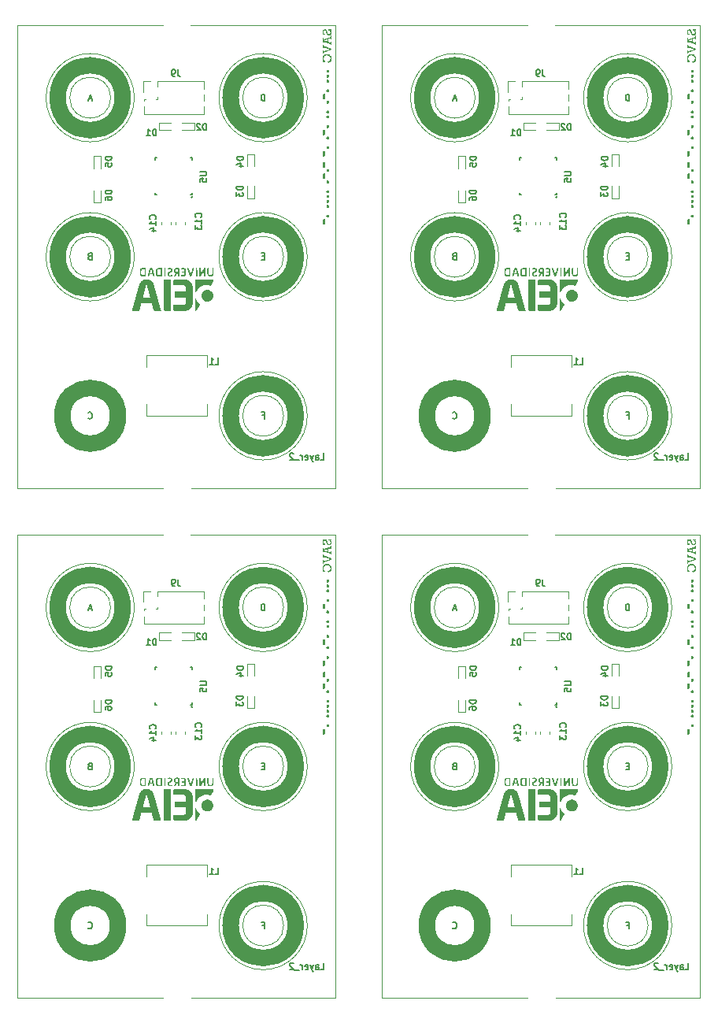
<source format=gbr>
%TF.GenerationSoftware,KiCad,Pcbnew,9.0.1*%
%TF.CreationDate,2025-05-14T16:36:12-05:00*%
%TF.ProjectId,Bottom_layer_Panel,426f7474-6f6d-45f6-9c61-7965725f5061,rev?*%
%TF.SameCoordinates,PX5fa74e0PY8cc3280*%
%TF.FileFunction,Legend,Bot*%
%TF.FilePolarity,Positive*%
%FSLAX46Y46*%
G04 Gerber Fmt 4.6, Leading zero omitted, Abs format (unit mm)*
G04 Created by KiCad (PCBNEW 9.0.1) date 2025-05-14 16:36:12*
%MOMM*%
%LPD*%
G01*
G04 APERTURE LIST*
%ADD10C,0.170000*%
%ADD11C,0.125000*%
%ADD12C,0.120000*%
%ADD13C,1.800000*%
%ADD14C,0.000000*%
%ADD15C,0.127000*%
G04 APERTURE END LIST*
D10*
G36*
X44691908Y56337684D02*
G01*
X44697094Y56295841D01*
X44712328Y56258705D01*
X44738162Y56225027D01*
X44771473Y56198867D01*
X44809477Y56183246D01*
X44853658Y56177857D01*
X44896400Y56183175D01*
X44933902Y56198732D01*
X44967506Y56225027D01*
X44993669Y56258744D01*
X45009071Y56295877D01*
X45014309Y56337684D01*
X45009039Y56379479D01*
X44993505Y56416801D01*
X44967048Y56450890D01*
X44933093Y56477533D01*
X44895722Y56493195D01*
X44853658Y56498518D01*
X44810834Y56493215D01*
X44773142Y56477691D01*
X44739261Y56451440D01*
X44712819Y56417606D01*
X44697224Y56380123D01*
X44691908Y56337684D01*
G37*
G36*
X44691908Y55813050D02*
G01*
X44697094Y55771207D01*
X44712328Y55734072D01*
X44738162Y55700393D01*
X44771473Y55674234D01*
X44809477Y55658612D01*
X44853658Y55653224D01*
X44896400Y55658542D01*
X44933902Y55674098D01*
X44967506Y55700393D01*
X44993669Y55734111D01*
X45009071Y55771243D01*
X45014309Y55813050D01*
X45009039Y55854845D01*
X44993505Y55892167D01*
X44967048Y55926257D01*
X44933093Y55952900D01*
X44895722Y55968561D01*
X44853658Y55973884D01*
X44810834Y55968582D01*
X44773142Y55953057D01*
X44739261Y55926806D01*
X44712819Y55892973D01*
X44697224Y55855489D01*
X44691908Y55813050D01*
G37*
G36*
X44691908Y55288416D02*
G01*
X44697094Y55246574D01*
X44712328Y55209438D01*
X44738162Y55175759D01*
X44771473Y55149600D01*
X44809477Y55133979D01*
X44853658Y55128590D01*
X44896400Y55133908D01*
X44933902Y55149465D01*
X44967506Y55175759D01*
X44993669Y55209477D01*
X45009071Y55246610D01*
X45014309Y55288416D01*
X45009039Y55330211D01*
X44993505Y55367533D01*
X44967048Y55401623D01*
X44933093Y55428266D01*
X44895722Y55443928D01*
X44853658Y55449250D01*
X44810834Y55443948D01*
X44773142Y55428423D01*
X44739261Y55402173D01*
X44712819Y55368339D01*
X44697224Y55330856D01*
X44691908Y55288416D01*
G37*
G36*
X44691908Y54239149D02*
G01*
X44697094Y54197306D01*
X44712328Y54160171D01*
X44738162Y54126492D01*
X44771473Y54100333D01*
X44809477Y54084711D01*
X44853658Y54079323D01*
X44896400Y54084641D01*
X44933902Y54100197D01*
X44967506Y54126492D01*
X44993669Y54160210D01*
X45009071Y54197343D01*
X45014309Y54239149D01*
X45009039Y54280944D01*
X44993505Y54318266D01*
X44967048Y54352356D01*
X44933093Y54378999D01*
X44895722Y54394660D01*
X44853658Y54399983D01*
X44810834Y54394681D01*
X44773142Y54379156D01*
X44739261Y54352905D01*
X44712819Y54319072D01*
X44697224Y54281588D01*
X44691908Y54239149D01*
G37*
G36*
X44580533Y53381490D02*
G01*
X44580533Y53926640D01*
X44564322Y53942028D01*
X44531187Y53926210D01*
X44460183Y53902094D01*
X44351922Y53873334D01*
X44351922Y53333405D01*
X44372164Y53313896D01*
X44449300Y53347995D01*
X44580533Y53381490D01*
G37*
G36*
X44691908Y53015492D02*
G01*
X44697094Y52973650D01*
X44712328Y52936514D01*
X44738162Y52902835D01*
X44771473Y52876676D01*
X44809477Y52861055D01*
X44853658Y52855666D01*
X44896400Y52860984D01*
X44933902Y52876541D01*
X44967506Y52902835D01*
X44993669Y52936553D01*
X45009071Y52973686D01*
X45014309Y53015492D01*
X45009039Y53057287D01*
X44993505Y53094609D01*
X44967048Y53128699D01*
X44933093Y53155342D01*
X44895722Y53171004D01*
X44853658Y53176326D01*
X44810834Y53171024D01*
X44773142Y53155499D01*
X44739261Y53129249D01*
X44712819Y53095415D01*
X44697224Y53057932D01*
X44691908Y53015492D01*
G37*
G36*
X44691908Y51966225D02*
G01*
X44697094Y51924383D01*
X44712328Y51887247D01*
X44738162Y51853568D01*
X44771473Y51827409D01*
X44809477Y51811787D01*
X44853658Y51806399D01*
X44896400Y51811717D01*
X44933902Y51827274D01*
X44967506Y51853568D01*
X44993669Y51887286D01*
X45009071Y51924419D01*
X45014309Y51966225D01*
X45009039Y52008020D01*
X44993505Y52045342D01*
X44967048Y52079432D01*
X44933093Y52106075D01*
X44895722Y52121737D01*
X44853658Y52127059D01*
X44810834Y52121757D01*
X44773142Y52106232D01*
X44739261Y52079981D01*
X44712819Y52046148D01*
X44697224Y52008664D01*
X44691908Y51966225D01*
G37*
G36*
X44691908Y51441592D02*
G01*
X44697094Y51399749D01*
X44712328Y51362613D01*
X44738162Y51328935D01*
X44771473Y51302775D01*
X44809477Y51287154D01*
X44853658Y51281765D01*
X44896400Y51287083D01*
X44933902Y51302640D01*
X44967506Y51328935D01*
X44993669Y51362652D01*
X45009071Y51399785D01*
X45014309Y51441592D01*
X45009039Y51483386D01*
X44993505Y51520708D01*
X44967048Y51554798D01*
X44933093Y51581441D01*
X44895722Y51597103D01*
X44853658Y51602425D01*
X44810834Y51597123D01*
X44773142Y51581598D01*
X44739261Y51555348D01*
X44712819Y51521514D01*
X44697224Y51484031D01*
X44691908Y51441592D01*
G37*
G36*
X44691908Y50392324D02*
G01*
X44697094Y50350482D01*
X44712328Y50313346D01*
X44738162Y50279667D01*
X44771473Y50253508D01*
X44809477Y50237887D01*
X44853658Y50232498D01*
X44896400Y50237816D01*
X44933902Y50253373D01*
X44967506Y50279667D01*
X44993669Y50313385D01*
X45009071Y50350518D01*
X45014309Y50392324D01*
X45009039Y50434119D01*
X44993505Y50471441D01*
X44967048Y50505531D01*
X44933093Y50532174D01*
X44895722Y50547836D01*
X44853658Y50553158D01*
X44810834Y50547856D01*
X44773142Y50532331D01*
X44739261Y50506080D01*
X44712819Y50472247D01*
X44697224Y50434763D01*
X44691908Y50392324D01*
G37*
G36*
X44580533Y49534666D02*
G01*
X44580533Y50079816D01*
X44564322Y50095203D01*
X44531187Y50079385D01*
X44460183Y50055269D01*
X44351922Y50026510D01*
X44351922Y49486580D01*
X44372164Y49467071D01*
X44449300Y49501171D01*
X44580533Y49534666D01*
G37*
G36*
X44691908Y49168668D02*
G01*
X44697094Y49126825D01*
X44712328Y49089689D01*
X44738162Y49056011D01*
X44771473Y49029851D01*
X44809477Y49014230D01*
X44853658Y49008841D01*
X44896400Y49014159D01*
X44933902Y49029716D01*
X44967506Y49056011D01*
X44993669Y49089728D01*
X45009071Y49126861D01*
X45014309Y49168668D01*
X45009039Y49210463D01*
X44993505Y49247785D01*
X44967048Y49281874D01*
X44933093Y49308517D01*
X44895722Y49324179D01*
X44853658Y49329502D01*
X44810834Y49324199D01*
X44773142Y49308675D01*
X44739261Y49282424D01*
X44712819Y49248590D01*
X44697224Y49211107D01*
X44691908Y49168668D01*
G37*
G36*
X44691908Y48119400D02*
G01*
X44697094Y48077558D01*
X44712328Y48040422D01*
X44738162Y48006743D01*
X44771473Y47980584D01*
X44809477Y47964963D01*
X44853658Y47959574D01*
X44896400Y47964892D01*
X44933902Y47980449D01*
X44967506Y48006743D01*
X44993669Y48040461D01*
X45009071Y48077594D01*
X45014309Y48119400D01*
X45009039Y48161195D01*
X44993505Y48198517D01*
X44967048Y48232607D01*
X44933093Y48259250D01*
X44895722Y48274912D01*
X44853658Y48280234D01*
X44810834Y48274932D01*
X44773142Y48259407D01*
X44739261Y48233156D01*
X44712819Y48199323D01*
X44697224Y48161839D01*
X44691908Y48119400D01*
G37*
G36*
X44580533Y47261742D02*
G01*
X44580533Y47806892D01*
X44564322Y47822279D01*
X44531187Y47806461D01*
X44460183Y47782345D01*
X44351922Y47753586D01*
X44351922Y47213656D01*
X44372164Y47194147D01*
X44449300Y47228247D01*
X44580533Y47261742D01*
G37*
G36*
X44580533Y46038085D02*
G01*
X44580533Y46583235D01*
X44564322Y46598622D01*
X44531187Y46582804D01*
X44460183Y46558689D01*
X44351922Y46529929D01*
X44351922Y45990000D01*
X44372164Y45970491D01*
X44449300Y46004590D01*
X44580533Y46038085D01*
G37*
G36*
X44691908Y45672087D02*
G01*
X44697094Y45630244D01*
X44712328Y45593109D01*
X44738162Y45559430D01*
X44771473Y45533271D01*
X44809477Y45517649D01*
X44853658Y45512261D01*
X44896400Y45517579D01*
X44933902Y45533135D01*
X44967506Y45559430D01*
X44993669Y45593147D01*
X45009071Y45630280D01*
X45014309Y45672087D01*
X45009039Y45713882D01*
X44993505Y45751204D01*
X44967048Y45785294D01*
X44933093Y45811937D01*
X44895722Y45827598D01*
X44853658Y45832921D01*
X44810834Y45827619D01*
X44773142Y45812094D01*
X44739261Y45785843D01*
X44712819Y45752010D01*
X44697224Y45714526D01*
X44691908Y45672087D01*
G37*
G36*
X44580533Y44814428D02*
G01*
X44580533Y45359578D01*
X44564322Y45374966D01*
X44531187Y45359147D01*
X44460183Y45335032D01*
X44351922Y45306272D01*
X44351922Y44766343D01*
X44372164Y44746834D01*
X44449300Y44780933D01*
X44580533Y44814428D01*
G37*
G36*
X44691908Y44448430D02*
G01*
X44697094Y44406588D01*
X44712328Y44369452D01*
X44738162Y44335773D01*
X44771473Y44309614D01*
X44809477Y44293993D01*
X44853658Y44288604D01*
X44896400Y44293922D01*
X44933902Y44309479D01*
X44967506Y44335773D01*
X44993669Y44369491D01*
X45009071Y44406624D01*
X45014309Y44448430D01*
X45009039Y44490225D01*
X44993505Y44527547D01*
X44967048Y44561637D01*
X44933093Y44588280D01*
X44895722Y44603942D01*
X44853658Y44609264D01*
X44810834Y44603962D01*
X44773142Y44588437D01*
X44739261Y44562186D01*
X44712819Y44528353D01*
X44697224Y44490869D01*
X44691908Y44448430D01*
G37*
G36*
X44691908Y43399163D02*
G01*
X44697094Y43357320D01*
X44712328Y43320185D01*
X44738162Y43286506D01*
X44771473Y43260347D01*
X44809477Y43244725D01*
X44853658Y43239337D01*
X44896400Y43244655D01*
X44933902Y43260211D01*
X44967506Y43286506D01*
X44993669Y43320224D01*
X45009071Y43357356D01*
X45014309Y43399163D01*
X45009039Y43440958D01*
X44993505Y43478280D01*
X44967048Y43512370D01*
X44933093Y43539013D01*
X44895722Y43554674D01*
X44853658Y43559997D01*
X44810834Y43554695D01*
X44773142Y43539170D01*
X44739261Y43512919D01*
X44712819Y43479086D01*
X44697224Y43441602D01*
X44691908Y43399163D01*
G37*
G36*
X44691908Y42874529D02*
G01*
X44697094Y42832687D01*
X44712328Y42795551D01*
X44738162Y42761872D01*
X44771473Y42735713D01*
X44809477Y42720092D01*
X44853658Y42714703D01*
X44896400Y42720021D01*
X44933902Y42735578D01*
X44967506Y42761872D01*
X44993669Y42795590D01*
X45009071Y42832723D01*
X45014309Y42874529D01*
X45009039Y42916324D01*
X44993505Y42953646D01*
X44967048Y42987736D01*
X44933093Y43014379D01*
X44895722Y43030041D01*
X44853658Y43035363D01*
X44810834Y43030061D01*
X44773142Y43014536D01*
X44739261Y42988286D01*
X44712819Y42954452D01*
X44697224Y42916969D01*
X44691908Y42874529D01*
G37*
G36*
X44691908Y42349896D02*
G01*
X44697094Y42308053D01*
X44712328Y42270917D01*
X44738162Y42237239D01*
X44771473Y42211079D01*
X44809477Y42195458D01*
X44853658Y42190069D01*
X44896400Y42195388D01*
X44933902Y42210944D01*
X44967506Y42237239D01*
X44993669Y42270956D01*
X45009071Y42308089D01*
X45014309Y42349896D01*
X45009039Y42391691D01*
X44993505Y42429013D01*
X44967048Y42463102D01*
X44933093Y42489745D01*
X44895722Y42505407D01*
X44853658Y42510730D01*
X44810834Y42505427D01*
X44773142Y42489903D01*
X44739261Y42463652D01*
X44712819Y42429819D01*
X44697224Y42392335D01*
X44691908Y42349896D01*
G37*
G36*
X44691908Y41825262D02*
G01*
X44697094Y41783420D01*
X44712328Y41746284D01*
X44738162Y41712605D01*
X44771473Y41686446D01*
X44809477Y41670824D01*
X44853658Y41665436D01*
X44896400Y41670754D01*
X44933902Y41686310D01*
X44967506Y41712605D01*
X44993669Y41746323D01*
X45009071Y41783456D01*
X45014309Y41825262D01*
X45009039Y41867057D01*
X44993505Y41904379D01*
X44967048Y41938469D01*
X44933093Y41965112D01*
X44895722Y41980774D01*
X44853658Y41986096D01*
X44810834Y41980794D01*
X44773142Y41965269D01*
X44739261Y41939018D01*
X44712819Y41905185D01*
X44697224Y41867701D01*
X44691908Y41825262D01*
G37*
G36*
X44691908Y40775995D02*
G01*
X44697094Y40734152D01*
X44712328Y40697017D01*
X44738162Y40663338D01*
X44771473Y40637178D01*
X44809477Y40621557D01*
X44853658Y40616169D01*
X44896400Y40621487D01*
X44933902Y40637043D01*
X44967506Y40663338D01*
X44993669Y40697055D01*
X45009071Y40734188D01*
X45014309Y40775995D01*
X45009039Y40817790D01*
X44993505Y40855112D01*
X44967048Y40889201D01*
X44933093Y40915845D01*
X44895722Y40931506D01*
X44853658Y40936829D01*
X44810834Y40931526D01*
X44773142Y40916002D01*
X44739261Y40889751D01*
X44712819Y40855918D01*
X44697224Y40818434D01*
X44691908Y40775995D01*
G37*
G36*
X44580533Y39918336D02*
G01*
X44580533Y40463486D01*
X44564322Y40478873D01*
X44531187Y40463055D01*
X44460183Y40438940D01*
X44351922Y40410180D01*
X44351922Y39870251D01*
X44372164Y39850742D01*
X44449300Y39884841D01*
X44580533Y39918336D01*
G37*
D11*
G36*
X45240000Y115641518D02*
G01*
X44896106Y115641518D01*
X44896106Y115522633D01*
X44979881Y115522633D01*
X45039356Y115483382D01*
X45082273Y115441888D01*
X45111453Y115397961D01*
X45128666Y115350844D01*
X45134487Y115299273D01*
X45129523Y115254021D01*
X45115182Y115214866D01*
X45091439Y115180449D01*
X45059978Y115153602D01*
X45022983Y115137507D01*
X44978721Y115131906D01*
X44935492Y115136895D01*
X44904057Y115150368D01*
X44881390Y115171534D01*
X44854917Y115220896D01*
X44822222Y115321133D01*
X44786316Y115440001D01*
X44757620Y115510360D01*
X44734308Y115548797D01*
X44705516Y115581296D01*
X44670853Y115608423D01*
X44631777Y115628380D01*
X44587602Y115640664D01*
X44537191Y115644938D01*
X44478619Y115639630D01*
X44428228Y115624457D01*
X44384451Y115599863D01*
X44346193Y115565376D01*
X44315311Y115523651D01*
X44293151Y115477094D01*
X44279495Y115424788D01*
X44274752Y115365524D01*
X44279299Y115309891D01*
X44292866Y115256496D01*
X44315698Y115204642D01*
X44348513Y115153765D01*
X44286475Y115153765D01*
X44286475Y115037628D01*
X44571751Y115037628D01*
X44571751Y115153765D01*
X44505622Y115153765D01*
X44456759Y115194679D01*
X44423133Y115241044D01*
X44402897Y115293925D01*
X44395896Y115355266D01*
X44400445Y115405991D01*
X44412833Y115444970D01*
X44431983Y115474823D01*
X44458203Y115498383D01*
X44486593Y115511924D01*
X44518201Y115516466D01*
X44554626Y115511097D01*
X44585856Y115495339D01*
X44611219Y115471203D01*
X44628782Y115441361D01*
X44667922Y115312279D01*
X44703190Y115195757D01*
X44730081Y115129891D01*
X44752274Y115094908D01*
X44783251Y115062410D01*
X44824420Y115032193D01*
X44870008Y115009645D01*
X44920290Y114995897D01*
X44976339Y114991161D01*
X45035349Y114996718D01*
X45087555Y115012813D01*
X45134331Y115039282D01*
X45176618Y115076890D01*
X45210986Y115121972D01*
X45235467Y115171689D01*
X45250452Y115226959D01*
X45255631Y115289015D01*
X45249849Y115351913D01*
X45232674Y115411180D01*
X45203769Y115467833D01*
X45162025Y115522633D01*
X45240000Y115522633D01*
X45240000Y115641518D01*
G37*
G36*
X45240000Y114584069D02*
G01*
X45122763Y114584069D01*
X45122763Y114699535D01*
X44907829Y114626445D01*
X44907829Y114284871D01*
X45122763Y114213858D01*
X45122763Y114332010D01*
X45240000Y114332010D01*
X45240000Y113959723D01*
X45122763Y113959723D01*
X45122763Y114066274D01*
X44395896Y114332010D01*
X44395896Y114213858D01*
X44290383Y114213858D01*
X44290383Y114459749D01*
X44395896Y114459749D01*
X44395896Y114446804D01*
X44798408Y114320409D01*
X44798408Y114590908D01*
X44395896Y114459749D01*
X44290383Y114459749D01*
X44290383Y114699535D01*
X44395896Y114699535D01*
X44395896Y114584069D01*
X45122763Y114843638D01*
X45122763Y114958432D01*
X45240000Y114958432D01*
X45240000Y114584069D01*
G37*
G36*
X45247815Y113578765D02*
G01*
X44407620Y113897746D01*
X44407620Y114015288D01*
X44290383Y114015288D01*
X44290383Y113640253D01*
X44407620Y113640253D01*
X44407620Y113750224D01*
X45045094Y113508423D01*
X44407620Y113272729D01*
X44407620Y113383371D01*
X44290383Y113383371D01*
X44290383Y113018594D01*
X44407620Y113018594D01*
X44407620Y113134060D01*
X45247815Y113446935D01*
X45247815Y113578765D01*
G37*
G36*
X44853119Y112191588D02*
G01*
X44922117Y112067940D01*
X44998506Y112094719D01*
X45064122Y112131560D01*
X45120417Y112178519D01*
X45168314Y112236346D01*
X45206286Y112301590D01*
X45233432Y112371299D01*
X45249973Y112446315D01*
X45255631Y112527666D01*
X45249587Y112613638D01*
X45232205Y112689903D01*
X45204148Y112757967D01*
X45165447Y112819047D01*
X45115497Y112874003D01*
X45057039Y112920810D01*
X44993948Y112956967D01*
X44925548Y112983008D01*
X44850925Y112998990D01*
X44768977Y113004489D01*
X44677928Y112998695D01*
X44597828Y112982123D01*
X44527087Y112955606D01*
X44464384Y112919431D01*
X44408719Y112873331D01*
X44360988Y112818351D01*
X44323964Y112757600D01*
X44297125Y112690264D01*
X44280516Y112615219D01*
X44274752Y112531086D01*
X44281539Y112438741D01*
X44301085Y112356758D01*
X44332720Y112283466D01*
X44376540Y112217539D01*
X44290383Y112217539D01*
X44290383Y112094563D01*
X44595198Y112094563D01*
X44595198Y112217539D01*
X44537340Y112250065D01*
X44489615Y112291942D01*
X44450912Y112343935D01*
X44422258Y112402511D01*
X44405412Y112462093D01*
X44399804Y112523575D01*
X44406454Y112592594D01*
X44425707Y112653462D01*
X44457394Y112707852D01*
X44502508Y112756888D01*
X44556221Y112796188D01*
X44616476Y112824480D01*
X44684500Y112841964D01*
X44761894Y112848052D01*
X44841127Y112841521D01*
X44910214Y112822801D01*
X44970956Y112792516D01*
X45024699Y112750355D01*
X45070097Y112698146D01*
X45101531Y112642815D01*
X45120299Y112583469D01*
X45126671Y112518812D01*
X45122246Y112465124D01*
X45109123Y112414325D01*
X45087155Y112365693D01*
X45055718Y112318655D01*
X45017605Y112277931D01*
X44971837Y112243214D01*
X44917442Y112214356D01*
X44853119Y112191588D01*
G37*
G36*
X84440000Y60841518D02*
G01*
X84096106Y60841518D01*
X84096106Y60722633D01*
X84179881Y60722633D01*
X84239356Y60683382D01*
X84282273Y60641888D01*
X84311453Y60597961D01*
X84328666Y60550844D01*
X84334487Y60499273D01*
X84329523Y60454021D01*
X84315182Y60414866D01*
X84291439Y60380449D01*
X84259978Y60353602D01*
X84222983Y60337507D01*
X84178721Y60331906D01*
X84135492Y60336895D01*
X84104057Y60350368D01*
X84081390Y60371534D01*
X84054917Y60420896D01*
X84022222Y60521133D01*
X83986316Y60640001D01*
X83957620Y60710360D01*
X83934308Y60748797D01*
X83905516Y60781296D01*
X83870853Y60808423D01*
X83831777Y60828380D01*
X83787602Y60840664D01*
X83737191Y60844938D01*
X83678619Y60839630D01*
X83628228Y60824457D01*
X83584451Y60799863D01*
X83546193Y60765376D01*
X83515311Y60723651D01*
X83493151Y60677094D01*
X83479495Y60624788D01*
X83474752Y60565524D01*
X83479299Y60509891D01*
X83492866Y60456496D01*
X83515698Y60404642D01*
X83548513Y60353765D01*
X83486475Y60353765D01*
X83486475Y60237628D01*
X83771751Y60237628D01*
X83771751Y60353765D01*
X83705622Y60353765D01*
X83656759Y60394679D01*
X83623133Y60441044D01*
X83602897Y60493925D01*
X83595896Y60555266D01*
X83600445Y60605991D01*
X83612833Y60644970D01*
X83631983Y60674823D01*
X83658203Y60698383D01*
X83686593Y60711924D01*
X83718201Y60716466D01*
X83754626Y60711097D01*
X83785856Y60695339D01*
X83811219Y60671203D01*
X83828782Y60641361D01*
X83867922Y60512279D01*
X83903190Y60395757D01*
X83930081Y60329891D01*
X83952274Y60294908D01*
X83983251Y60262410D01*
X84024420Y60232193D01*
X84070008Y60209645D01*
X84120290Y60195897D01*
X84176339Y60191161D01*
X84235349Y60196718D01*
X84287555Y60212813D01*
X84334331Y60239282D01*
X84376618Y60276890D01*
X84410986Y60321972D01*
X84435467Y60371689D01*
X84450452Y60426959D01*
X84455631Y60489015D01*
X84449849Y60551913D01*
X84432674Y60611180D01*
X84403769Y60667833D01*
X84362025Y60722633D01*
X84440000Y60722633D01*
X84440000Y60841518D01*
G37*
G36*
X84440000Y59784069D02*
G01*
X84322763Y59784069D01*
X84322763Y59899535D01*
X84107829Y59826445D01*
X84107829Y59484871D01*
X84322763Y59413858D01*
X84322763Y59532010D01*
X84440000Y59532010D01*
X84440000Y59159723D01*
X84322763Y59159723D01*
X84322763Y59266274D01*
X83595896Y59532010D01*
X83595896Y59413858D01*
X83490383Y59413858D01*
X83490383Y59659749D01*
X83595896Y59659749D01*
X83595896Y59646804D01*
X83998408Y59520409D01*
X83998408Y59790908D01*
X83595896Y59659749D01*
X83490383Y59659749D01*
X83490383Y59899535D01*
X83595896Y59899535D01*
X83595896Y59784069D01*
X84322763Y60043638D01*
X84322763Y60158432D01*
X84440000Y60158432D01*
X84440000Y59784069D01*
G37*
G36*
X84447815Y58778765D02*
G01*
X83607620Y59097746D01*
X83607620Y59215288D01*
X83490383Y59215288D01*
X83490383Y58840253D01*
X83607620Y58840253D01*
X83607620Y58950224D01*
X84245094Y58708423D01*
X83607620Y58472729D01*
X83607620Y58583371D01*
X83490383Y58583371D01*
X83490383Y58218594D01*
X83607620Y58218594D01*
X83607620Y58334060D01*
X84447815Y58646935D01*
X84447815Y58778765D01*
G37*
G36*
X84053119Y57391588D02*
G01*
X84122117Y57267940D01*
X84198506Y57294719D01*
X84264122Y57331560D01*
X84320417Y57378519D01*
X84368314Y57436346D01*
X84406286Y57501590D01*
X84433432Y57571299D01*
X84449973Y57646315D01*
X84455631Y57727666D01*
X84449587Y57813638D01*
X84432205Y57889903D01*
X84404148Y57957967D01*
X84365447Y58019047D01*
X84315497Y58074003D01*
X84257039Y58120810D01*
X84193948Y58156967D01*
X84125548Y58183008D01*
X84050925Y58198990D01*
X83968977Y58204489D01*
X83877928Y58198695D01*
X83797828Y58182123D01*
X83727087Y58155606D01*
X83664384Y58119431D01*
X83608719Y58073331D01*
X83560988Y58018351D01*
X83523964Y57957600D01*
X83497125Y57890264D01*
X83480516Y57815219D01*
X83474752Y57731086D01*
X83481539Y57638741D01*
X83501085Y57556758D01*
X83532720Y57483466D01*
X83576540Y57417539D01*
X83490383Y57417539D01*
X83490383Y57294563D01*
X83795198Y57294563D01*
X83795198Y57417539D01*
X83737340Y57450065D01*
X83689615Y57491942D01*
X83650912Y57543935D01*
X83622258Y57602511D01*
X83605412Y57662093D01*
X83599804Y57723575D01*
X83606454Y57792594D01*
X83625707Y57853462D01*
X83657394Y57907852D01*
X83702508Y57956888D01*
X83756221Y57996188D01*
X83816476Y58024480D01*
X83884500Y58041964D01*
X83961894Y58048052D01*
X84041127Y58041521D01*
X84110214Y58022801D01*
X84170956Y57992516D01*
X84224699Y57950355D01*
X84270097Y57898146D01*
X84301531Y57842815D01*
X84320299Y57783469D01*
X84326671Y57718812D01*
X84322246Y57665124D01*
X84309123Y57614325D01*
X84287155Y57565693D01*
X84255718Y57518655D01*
X84217605Y57477931D01*
X84171837Y57443214D01*
X84117442Y57414356D01*
X84053119Y57391588D01*
G37*
D10*
G36*
X44691908Y111137684D02*
G01*
X44697094Y111095841D01*
X44712328Y111058705D01*
X44738162Y111025027D01*
X44771473Y110998867D01*
X44809477Y110983246D01*
X44853658Y110977857D01*
X44896400Y110983175D01*
X44933902Y110998732D01*
X44967506Y111025027D01*
X44993669Y111058744D01*
X45009071Y111095877D01*
X45014309Y111137684D01*
X45009039Y111179479D01*
X44993505Y111216801D01*
X44967048Y111250890D01*
X44933093Y111277533D01*
X44895722Y111293195D01*
X44853658Y111298518D01*
X44810834Y111293215D01*
X44773142Y111277691D01*
X44739261Y111251440D01*
X44712819Y111217606D01*
X44697224Y111180123D01*
X44691908Y111137684D01*
G37*
G36*
X44691908Y110613050D02*
G01*
X44697094Y110571207D01*
X44712328Y110534072D01*
X44738162Y110500393D01*
X44771473Y110474234D01*
X44809477Y110458612D01*
X44853658Y110453224D01*
X44896400Y110458542D01*
X44933902Y110474098D01*
X44967506Y110500393D01*
X44993669Y110534111D01*
X45009071Y110571243D01*
X45014309Y110613050D01*
X45009039Y110654845D01*
X44993505Y110692167D01*
X44967048Y110726257D01*
X44933093Y110752900D01*
X44895722Y110768561D01*
X44853658Y110773884D01*
X44810834Y110768582D01*
X44773142Y110753057D01*
X44739261Y110726806D01*
X44712819Y110692973D01*
X44697224Y110655489D01*
X44691908Y110613050D01*
G37*
G36*
X44691908Y110088416D02*
G01*
X44697094Y110046574D01*
X44712328Y110009438D01*
X44738162Y109975759D01*
X44771473Y109949600D01*
X44809477Y109933979D01*
X44853658Y109928590D01*
X44896400Y109933908D01*
X44933902Y109949465D01*
X44967506Y109975759D01*
X44993669Y110009477D01*
X45009071Y110046610D01*
X45014309Y110088416D01*
X45009039Y110130211D01*
X44993505Y110167533D01*
X44967048Y110201623D01*
X44933093Y110228266D01*
X44895722Y110243928D01*
X44853658Y110249250D01*
X44810834Y110243948D01*
X44773142Y110228423D01*
X44739261Y110202173D01*
X44712819Y110168339D01*
X44697224Y110130856D01*
X44691908Y110088416D01*
G37*
G36*
X44691908Y109039149D02*
G01*
X44697094Y108997306D01*
X44712328Y108960171D01*
X44738162Y108926492D01*
X44771473Y108900333D01*
X44809477Y108884711D01*
X44853658Y108879323D01*
X44896400Y108884641D01*
X44933902Y108900197D01*
X44967506Y108926492D01*
X44993669Y108960210D01*
X45009071Y108997343D01*
X45014309Y109039149D01*
X45009039Y109080944D01*
X44993505Y109118266D01*
X44967048Y109152356D01*
X44933093Y109178999D01*
X44895722Y109194660D01*
X44853658Y109199983D01*
X44810834Y109194681D01*
X44773142Y109179156D01*
X44739261Y109152905D01*
X44712819Y109119072D01*
X44697224Y109081588D01*
X44691908Y109039149D01*
G37*
G36*
X44580533Y108181490D02*
G01*
X44580533Y108726640D01*
X44564322Y108742028D01*
X44531187Y108726210D01*
X44460183Y108702094D01*
X44351922Y108673334D01*
X44351922Y108133405D01*
X44372164Y108113896D01*
X44449300Y108147995D01*
X44580533Y108181490D01*
G37*
G36*
X44691908Y107815492D02*
G01*
X44697094Y107773650D01*
X44712328Y107736514D01*
X44738162Y107702835D01*
X44771473Y107676676D01*
X44809477Y107661055D01*
X44853658Y107655666D01*
X44896400Y107660984D01*
X44933902Y107676541D01*
X44967506Y107702835D01*
X44993669Y107736553D01*
X45009071Y107773686D01*
X45014309Y107815492D01*
X45009039Y107857287D01*
X44993505Y107894609D01*
X44967048Y107928699D01*
X44933093Y107955342D01*
X44895722Y107971004D01*
X44853658Y107976326D01*
X44810834Y107971024D01*
X44773142Y107955499D01*
X44739261Y107929249D01*
X44712819Y107895415D01*
X44697224Y107857932D01*
X44691908Y107815492D01*
G37*
G36*
X44691908Y106766225D02*
G01*
X44697094Y106724383D01*
X44712328Y106687247D01*
X44738162Y106653568D01*
X44771473Y106627409D01*
X44809477Y106611787D01*
X44853658Y106606399D01*
X44896400Y106611717D01*
X44933902Y106627274D01*
X44967506Y106653568D01*
X44993669Y106687286D01*
X45009071Y106724419D01*
X45014309Y106766225D01*
X45009039Y106808020D01*
X44993505Y106845342D01*
X44967048Y106879432D01*
X44933093Y106906075D01*
X44895722Y106921737D01*
X44853658Y106927059D01*
X44810834Y106921757D01*
X44773142Y106906232D01*
X44739261Y106879981D01*
X44712819Y106846148D01*
X44697224Y106808664D01*
X44691908Y106766225D01*
G37*
G36*
X44691908Y106241592D02*
G01*
X44697094Y106199749D01*
X44712328Y106162613D01*
X44738162Y106128935D01*
X44771473Y106102775D01*
X44809477Y106087154D01*
X44853658Y106081765D01*
X44896400Y106087083D01*
X44933902Y106102640D01*
X44967506Y106128935D01*
X44993669Y106162652D01*
X45009071Y106199785D01*
X45014309Y106241592D01*
X45009039Y106283386D01*
X44993505Y106320708D01*
X44967048Y106354798D01*
X44933093Y106381441D01*
X44895722Y106397103D01*
X44853658Y106402425D01*
X44810834Y106397123D01*
X44773142Y106381598D01*
X44739261Y106355348D01*
X44712819Y106321514D01*
X44697224Y106284031D01*
X44691908Y106241592D01*
G37*
G36*
X44691908Y105192324D02*
G01*
X44697094Y105150482D01*
X44712328Y105113346D01*
X44738162Y105079667D01*
X44771473Y105053508D01*
X44809477Y105037887D01*
X44853658Y105032498D01*
X44896400Y105037816D01*
X44933902Y105053373D01*
X44967506Y105079667D01*
X44993669Y105113385D01*
X45009071Y105150518D01*
X45014309Y105192324D01*
X45009039Y105234119D01*
X44993505Y105271441D01*
X44967048Y105305531D01*
X44933093Y105332174D01*
X44895722Y105347836D01*
X44853658Y105353158D01*
X44810834Y105347856D01*
X44773142Y105332331D01*
X44739261Y105306080D01*
X44712819Y105272247D01*
X44697224Y105234763D01*
X44691908Y105192324D01*
G37*
G36*
X44580533Y104334666D02*
G01*
X44580533Y104879816D01*
X44564322Y104895203D01*
X44531187Y104879385D01*
X44460183Y104855269D01*
X44351922Y104826510D01*
X44351922Y104286580D01*
X44372164Y104267071D01*
X44449300Y104301171D01*
X44580533Y104334666D01*
G37*
G36*
X44691908Y103968668D02*
G01*
X44697094Y103926825D01*
X44712328Y103889689D01*
X44738162Y103856011D01*
X44771473Y103829851D01*
X44809477Y103814230D01*
X44853658Y103808841D01*
X44896400Y103814159D01*
X44933902Y103829716D01*
X44967506Y103856011D01*
X44993669Y103889728D01*
X45009071Y103926861D01*
X45014309Y103968668D01*
X45009039Y104010463D01*
X44993505Y104047785D01*
X44967048Y104081874D01*
X44933093Y104108517D01*
X44895722Y104124179D01*
X44853658Y104129502D01*
X44810834Y104124199D01*
X44773142Y104108675D01*
X44739261Y104082424D01*
X44712819Y104048590D01*
X44697224Y104011107D01*
X44691908Y103968668D01*
G37*
G36*
X44691908Y102919400D02*
G01*
X44697094Y102877558D01*
X44712328Y102840422D01*
X44738162Y102806743D01*
X44771473Y102780584D01*
X44809477Y102764963D01*
X44853658Y102759574D01*
X44896400Y102764892D01*
X44933902Y102780449D01*
X44967506Y102806743D01*
X44993669Y102840461D01*
X45009071Y102877594D01*
X45014309Y102919400D01*
X45009039Y102961195D01*
X44993505Y102998517D01*
X44967048Y103032607D01*
X44933093Y103059250D01*
X44895722Y103074912D01*
X44853658Y103080234D01*
X44810834Y103074932D01*
X44773142Y103059407D01*
X44739261Y103033156D01*
X44712819Y102999323D01*
X44697224Y102961839D01*
X44691908Y102919400D01*
G37*
G36*
X44580533Y102061742D02*
G01*
X44580533Y102606892D01*
X44564322Y102622279D01*
X44531187Y102606461D01*
X44460183Y102582345D01*
X44351922Y102553586D01*
X44351922Y102013656D01*
X44372164Y101994147D01*
X44449300Y102028247D01*
X44580533Y102061742D01*
G37*
G36*
X44580533Y100838085D02*
G01*
X44580533Y101383235D01*
X44564322Y101398622D01*
X44531187Y101382804D01*
X44460183Y101358689D01*
X44351922Y101329929D01*
X44351922Y100790000D01*
X44372164Y100770491D01*
X44449300Y100804590D01*
X44580533Y100838085D01*
G37*
G36*
X44691908Y100472087D02*
G01*
X44697094Y100430244D01*
X44712328Y100393109D01*
X44738162Y100359430D01*
X44771473Y100333271D01*
X44809477Y100317649D01*
X44853658Y100312261D01*
X44896400Y100317579D01*
X44933902Y100333135D01*
X44967506Y100359430D01*
X44993669Y100393147D01*
X45009071Y100430280D01*
X45014309Y100472087D01*
X45009039Y100513882D01*
X44993505Y100551204D01*
X44967048Y100585294D01*
X44933093Y100611937D01*
X44895722Y100627598D01*
X44853658Y100632921D01*
X44810834Y100627619D01*
X44773142Y100612094D01*
X44739261Y100585843D01*
X44712819Y100552010D01*
X44697224Y100514526D01*
X44691908Y100472087D01*
G37*
G36*
X44580533Y99614428D02*
G01*
X44580533Y100159578D01*
X44564322Y100174966D01*
X44531187Y100159147D01*
X44460183Y100135032D01*
X44351922Y100106272D01*
X44351922Y99566343D01*
X44372164Y99546834D01*
X44449300Y99580933D01*
X44580533Y99614428D01*
G37*
G36*
X44691908Y99248430D02*
G01*
X44697094Y99206588D01*
X44712328Y99169452D01*
X44738162Y99135773D01*
X44771473Y99109614D01*
X44809477Y99093993D01*
X44853658Y99088604D01*
X44896400Y99093922D01*
X44933902Y99109479D01*
X44967506Y99135773D01*
X44993669Y99169491D01*
X45009071Y99206624D01*
X45014309Y99248430D01*
X45009039Y99290225D01*
X44993505Y99327547D01*
X44967048Y99361637D01*
X44933093Y99388280D01*
X44895722Y99403942D01*
X44853658Y99409264D01*
X44810834Y99403962D01*
X44773142Y99388437D01*
X44739261Y99362186D01*
X44712819Y99328353D01*
X44697224Y99290869D01*
X44691908Y99248430D01*
G37*
G36*
X44691908Y98199163D02*
G01*
X44697094Y98157320D01*
X44712328Y98120185D01*
X44738162Y98086506D01*
X44771473Y98060347D01*
X44809477Y98044725D01*
X44853658Y98039337D01*
X44896400Y98044655D01*
X44933902Y98060211D01*
X44967506Y98086506D01*
X44993669Y98120224D01*
X45009071Y98157356D01*
X45014309Y98199163D01*
X45009039Y98240958D01*
X44993505Y98278280D01*
X44967048Y98312370D01*
X44933093Y98339013D01*
X44895722Y98354674D01*
X44853658Y98359997D01*
X44810834Y98354695D01*
X44773142Y98339170D01*
X44739261Y98312919D01*
X44712819Y98279086D01*
X44697224Y98241602D01*
X44691908Y98199163D01*
G37*
G36*
X44691908Y97674529D02*
G01*
X44697094Y97632687D01*
X44712328Y97595551D01*
X44738162Y97561872D01*
X44771473Y97535713D01*
X44809477Y97520092D01*
X44853658Y97514703D01*
X44896400Y97520021D01*
X44933902Y97535578D01*
X44967506Y97561872D01*
X44993669Y97595590D01*
X45009071Y97632723D01*
X45014309Y97674529D01*
X45009039Y97716324D01*
X44993505Y97753646D01*
X44967048Y97787736D01*
X44933093Y97814379D01*
X44895722Y97830041D01*
X44853658Y97835363D01*
X44810834Y97830061D01*
X44773142Y97814536D01*
X44739261Y97788286D01*
X44712819Y97754452D01*
X44697224Y97716969D01*
X44691908Y97674529D01*
G37*
G36*
X44691908Y97149896D02*
G01*
X44697094Y97108053D01*
X44712328Y97070917D01*
X44738162Y97037239D01*
X44771473Y97011079D01*
X44809477Y96995458D01*
X44853658Y96990069D01*
X44896400Y96995388D01*
X44933902Y97010944D01*
X44967506Y97037239D01*
X44993669Y97070956D01*
X45009071Y97108089D01*
X45014309Y97149896D01*
X45009039Y97191691D01*
X44993505Y97229013D01*
X44967048Y97263102D01*
X44933093Y97289745D01*
X44895722Y97305407D01*
X44853658Y97310730D01*
X44810834Y97305427D01*
X44773142Y97289903D01*
X44739261Y97263652D01*
X44712819Y97229819D01*
X44697224Y97192335D01*
X44691908Y97149896D01*
G37*
G36*
X44691908Y96625262D02*
G01*
X44697094Y96583420D01*
X44712328Y96546284D01*
X44738162Y96512605D01*
X44771473Y96486446D01*
X44809477Y96470824D01*
X44853658Y96465436D01*
X44896400Y96470754D01*
X44933902Y96486310D01*
X44967506Y96512605D01*
X44993669Y96546323D01*
X45009071Y96583456D01*
X45014309Y96625262D01*
X45009039Y96667057D01*
X44993505Y96704379D01*
X44967048Y96738469D01*
X44933093Y96765112D01*
X44895722Y96780774D01*
X44853658Y96786096D01*
X44810834Y96780794D01*
X44773142Y96765269D01*
X44739261Y96739018D01*
X44712819Y96705185D01*
X44697224Y96667701D01*
X44691908Y96625262D01*
G37*
G36*
X44691908Y95575995D02*
G01*
X44697094Y95534152D01*
X44712328Y95497017D01*
X44738162Y95463338D01*
X44771473Y95437178D01*
X44809477Y95421557D01*
X44853658Y95416169D01*
X44896400Y95421487D01*
X44933902Y95437043D01*
X44967506Y95463338D01*
X44993669Y95497055D01*
X45009071Y95534188D01*
X45014309Y95575995D01*
X45009039Y95617790D01*
X44993505Y95655112D01*
X44967048Y95689201D01*
X44933093Y95715845D01*
X44895722Y95731506D01*
X44853658Y95736829D01*
X44810834Y95731526D01*
X44773142Y95716002D01*
X44739261Y95689751D01*
X44712819Y95655918D01*
X44697224Y95618434D01*
X44691908Y95575995D01*
G37*
G36*
X44580533Y94718336D02*
G01*
X44580533Y95263486D01*
X44564322Y95278873D01*
X44531187Y95263055D01*
X44460183Y95238940D01*
X44351922Y95210180D01*
X44351922Y94670251D01*
X44372164Y94650742D01*
X44449300Y94684841D01*
X44580533Y94718336D01*
G37*
D11*
G36*
X45240000Y60841518D02*
G01*
X44896106Y60841518D01*
X44896106Y60722633D01*
X44979881Y60722633D01*
X45039356Y60683382D01*
X45082273Y60641888D01*
X45111453Y60597961D01*
X45128666Y60550844D01*
X45134487Y60499273D01*
X45129523Y60454021D01*
X45115182Y60414866D01*
X45091439Y60380449D01*
X45059978Y60353602D01*
X45022983Y60337507D01*
X44978721Y60331906D01*
X44935492Y60336895D01*
X44904057Y60350368D01*
X44881390Y60371534D01*
X44854917Y60420896D01*
X44822222Y60521133D01*
X44786316Y60640001D01*
X44757620Y60710360D01*
X44734308Y60748797D01*
X44705516Y60781296D01*
X44670853Y60808423D01*
X44631777Y60828380D01*
X44587602Y60840664D01*
X44537191Y60844938D01*
X44478619Y60839630D01*
X44428228Y60824457D01*
X44384451Y60799863D01*
X44346193Y60765376D01*
X44315311Y60723651D01*
X44293151Y60677094D01*
X44279495Y60624788D01*
X44274752Y60565524D01*
X44279299Y60509891D01*
X44292866Y60456496D01*
X44315698Y60404642D01*
X44348513Y60353765D01*
X44286475Y60353765D01*
X44286475Y60237628D01*
X44571751Y60237628D01*
X44571751Y60353765D01*
X44505622Y60353765D01*
X44456759Y60394679D01*
X44423133Y60441044D01*
X44402897Y60493925D01*
X44395896Y60555266D01*
X44400445Y60605991D01*
X44412833Y60644970D01*
X44431983Y60674823D01*
X44458203Y60698383D01*
X44486593Y60711924D01*
X44518201Y60716466D01*
X44554626Y60711097D01*
X44585856Y60695339D01*
X44611219Y60671203D01*
X44628782Y60641361D01*
X44667922Y60512279D01*
X44703190Y60395757D01*
X44730081Y60329891D01*
X44752274Y60294908D01*
X44783251Y60262410D01*
X44824420Y60232193D01*
X44870008Y60209645D01*
X44920290Y60195897D01*
X44976339Y60191161D01*
X45035349Y60196718D01*
X45087555Y60212813D01*
X45134331Y60239282D01*
X45176618Y60276890D01*
X45210986Y60321972D01*
X45235467Y60371689D01*
X45250452Y60426959D01*
X45255631Y60489015D01*
X45249849Y60551913D01*
X45232674Y60611180D01*
X45203769Y60667833D01*
X45162025Y60722633D01*
X45240000Y60722633D01*
X45240000Y60841518D01*
G37*
G36*
X45240000Y59784069D02*
G01*
X45122763Y59784069D01*
X45122763Y59899535D01*
X44907829Y59826445D01*
X44907829Y59484871D01*
X45122763Y59413858D01*
X45122763Y59532010D01*
X45240000Y59532010D01*
X45240000Y59159723D01*
X45122763Y59159723D01*
X45122763Y59266274D01*
X44395896Y59532010D01*
X44395896Y59413858D01*
X44290383Y59413858D01*
X44290383Y59659749D01*
X44395896Y59659749D01*
X44395896Y59646804D01*
X44798408Y59520409D01*
X44798408Y59790908D01*
X44395896Y59659749D01*
X44290383Y59659749D01*
X44290383Y59899535D01*
X44395896Y59899535D01*
X44395896Y59784069D01*
X45122763Y60043638D01*
X45122763Y60158432D01*
X45240000Y60158432D01*
X45240000Y59784069D01*
G37*
G36*
X45247815Y58778765D02*
G01*
X44407620Y59097746D01*
X44407620Y59215288D01*
X44290383Y59215288D01*
X44290383Y58840253D01*
X44407620Y58840253D01*
X44407620Y58950224D01*
X45045094Y58708423D01*
X44407620Y58472729D01*
X44407620Y58583371D01*
X44290383Y58583371D01*
X44290383Y58218594D01*
X44407620Y58218594D01*
X44407620Y58334060D01*
X45247815Y58646935D01*
X45247815Y58778765D01*
G37*
G36*
X44853119Y57391588D02*
G01*
X44922117Y57267940D01*
X44998506Y57294719D01*
X45064122Y57331560D01*
X45120417Y57378519D01*
X45168314Y57436346D01*
X45206286Y57501590D01*
X45233432Y57571299D01*
X45249973Y57646315D01*
X45255631Y57727666D01*
X45249587Y57813638D01*
X45232205Y57889903D01*
X45204148Y57957967D01*
X45165447Y58019047D01*
X45115497Y58074003D01*
X45057039Y58120810D01*
X44993948Y58156967D01*
X44925548Y58183008D01*
X44850925Y58198990D01*
X44768977Y58204489D01*
X44677928Y58198695D01*
X44597828Y58182123D01*
X44527087Y58155606D01*
X44464384Y58119431D01*
X44408719Y58073331D01*
X44360988Y58018351D01*
X44323964Y57957600D01*
X44297125Y57890264D01*
X44280516Y57815219D01*
X44274752Y57731086D01*
X44281539Y57638741D01*
X44301085Y57556758D01*
X44332720Y57483466D01*
X44376540Y57417539D01*
X44290383Y57417539D01*
X44290383Y57294563D01*
X44595198Y57294563D01*
X44595198Y57417539D01*
X44537340Y57450065D01*
X44489615Y57491942D01*
X44450912Y57543935D01*
X44422258Y57602511D01*
X44405412Y57662093D01*
X44399804Y57723575D01*
X44406454Y57792594D01*
X44425707Y57853462D01*
X44457394Y57907852D01*
X44502508Y57956888D01*
X44556221Y57996188D01*
X44616476Y58024480D01*
X44684500Y58041964D01*
X44761894Y58048052D01*
X44841127Y58041521D01*
X44910214Y58022801D01*
X44970956Y57992516D01*
X45024699Y57950355D01*
X45070097Y57898146D01*
X45101531Y57842815D01*
X45120299Y57783469D01*
X45126671Y57718812D01*
X45122246Y57665124D01*
X45109123Y57614325D01*
X45087155Y57565693D01*
X45055718Y57518655D01*
X45017605Y57477931D01*
X44971837Y57443214D01*
X44917442Y57414356D01*
X44853119Y57391588D01*
G37*
D10*
G36*
X83891908Y56337684D02*
G01*
X83897094Y56295841D01*
X83912328Y56258705D01*
X83938162Y56225027D01*
X83971473Y56198867D01*
X84009477Y56183246D01*
X84053658Y56177857D01*
X84096400Y56183175D01*
X84133902Y56198732D01*
X84167506Y56225027D01*
X84193669Y56258744D01*
X84209071Y56295877D01*
X84214309Y56337684D01*
X84209039Y56379479D01*
X84193505Y56416801D01*
X84167048Y56450890D01*
X84133093Y56477533D01*
X84095722Y56493195D01*
X84053658Y56498518D01*
X84010834Y56493215D01*
X83973142Y56477691D01*
X83939261Y56451440D01*
X83912819Y56417606D01*
X83897224Y56380123D01*
X83891908Y56337684D01*
G37*
G36*
X83891908Y55813050D02*
G01*
X83897094Y55771207D01*
X83912328Y55734072D01*
X83938162Y55700393D01*
X83971473Y55674234D01*
X84009477Y55658612D01*
X84053658Y55653224D01*
X84096400Y55658542D01*
X84133902Y55674098D01*
X84167506Y55700393D01*
X84193669Y55734111D01*
X84209071Y55771243D01*
X84214309Y55813050D01*
X84209039Y55854845D01*
X84193505Y55892167D01*
X84167048Y55926257D01*
X84133093Y55952900D01*
X84095722Y55968561D01*
X84053658Y55973884D01*
X84010834Y55968582D01*
X83973142Y55953057D01*
X83939261Y55926806D01*
X83912819Y55892973D01*
X83897224Y55855489D01*
X83891908Y55813050D01*
G37*
G36*
X83891908Y55288416D02*
G01*
X83897094Y55246574D01*
X83912328Y55209438D01*
X83938162Y55175759D01*
X83971473Y55149600D01*
X84009477Y55133979D01*
X84053658Y55128590D01*
X84096400Y55133908D01*
X84133902Y55149465D01*
X84167506Y55175759D01*
X84193669Y55209477D01*
X84209071Y55246610D01*
X84214309Y55288416D01*
X84209039Y55330211D01*
X84193505Y55367533D01*
X84167048Y55401623D01*
X84133093Y55428266D01*
X84095722Y55443928D01*
X84053658Y55449250D01*
X84010834Y55443948D01*
X83973142Y55428423D01*
X83939261Y55402173D01*
X83912819Y55368339D01*
X83897224Y55330856D01*
X83891908Y55288416D01*
G37*
G36*
X83891908Y54239149D02*
G01*
X83897094Y54197306D01*
X83912328Y54160171D01*
X83938162Y54126492D01*
X83971473Y54100333D01*
X84009477Y54084711D01*
X84053658Y54079323D01*
X84096400Y54084641D01*
X84133902Y54100197D01*
X84167506Y54126492D01*
X84193669Y54160210D01*
X84209071Y54197343D01*
X84214309Y54239149D01*
X84209039Y54280944D01*
X84193505Y54318266D01*
X84167048Y54352356D01*
X84133093Y54378999D01*
X84095722Y54394660D01*
X84053658Y54399983D01*
X84010834Y54394681D01*
X83973142Y54379156D01*
X83939261Y54352905D01*
X83912819Y54319072D01*
X83897224Y54281588D01*
X83891908Y54239149D01*
G37*
G36*
X83780533Y53381490D02*
G01*
X83780533Y53926640D01*
X83764322Y53942028D01*
X83731187Y53926210D01*
X83660183Y53902094D01*
X83551922Y53873334D01*
X83551922Y53333405D01*
X83572164Y53313896D01*
X83649300Y53347995D01*
X83780533Y53381490D01*
G37*
G36*
X83891908Y53015492D02*
G01*
X83897094Y52973650D01*
X83912328Y52936514D01*
X83938162Y52902835D01*
X83971473Y52876676D01*
X84009477Y52861055D01*
X84053658Y52855666D01*
X84096400Y52860984D01*
X84133902Y52876541D01*
X84167506Y52902835D01*
X84193669Y52936553D01*
X84209071Y52973686D01*
X84214309Y53015492D01*
X84209039Y53057287D01*
X84193505Y53094609D01*
X84167048Y53128699D01*
X84133093Y53155342D01*
X84095722Y53171004D01*
X84053658Y53176326D01*
X84010834Y53171024D01*
X83973142Y53155499D01*
X83939261Y53129249D01*
X83912819Y53095415D01*
X83897224Y53057932D01*
X83891908Y53015492D01*
G37*
G36*
X83891908Y51966225D02*
G01*
X83897094Y51924383D01*
X83912328Y51887247D01*
X83938162Y51853568D01*
X83971473Y51827409D01*
X84009477Y51811787D01*
X84053658Y51806399D01*
X84096400Y51811717D01*
X84133902Y51827274D01*
X84167506Y51853568D01*
X84193669Y51887286D01*
X84209071Y51924419D01*
X84214309Y51966225D01*
X84209039Y52008020D01*
X84193505Y52045342D01*
X84167048Y52079432D01*
X84133093Y52106075D01*
X84095722Y52121737D01*
X84053658Y52127059D01*
X84010834Y52121757D01*
X83973142Y52106232D01*
X83939261Y52079981D01*
X83912819Y52046148D01*
X83897224Y52008664D01*
X83891908Y51966225D01*
G37*
G36*
X83891908Y51441592D02*
G01*
X83897094Y51399749D01*
X83912328Y51362613D01*
X83938162Y51328935D01*
X83971473Y51302775D01*
X84009477Y51287154D01*
X84053658Y51281765D01*
X84096400Y51287083D01*
X84133902Y51302640D01*
X84167506Y51328935D01*
X84193669Y51362652D01*
X84209071Y51399785D01*
X84214309Y51441592D01*
X84209039Y51483386D01*
X84193505Y51520708D01*
X84167048Y51554798D01*
X84133093Y51581441D01*
X84095722Y51597103D01*
X84053658Y51602425D01*
X84010834Y51597123D01*
X83973142Y51581598D01*
X83939261Y51555348D01*
X83912819Y51521514D01*
X83897224Y51484031D01*
X83891908Y51441592D01*
G37*
G36*
X83891908Y50392324D02*
G01*
X83897094Y50350482D01*
X83912328Y50313346D01*
X83938162Y50279667D01*
X83971473Y50253508D01*
X84009477Y50237887D01*
X84053658Y50232498D01*
X84096400Y50237816D01*
X84133902Y50253373D01*
X84167506Y50279667D01*
X84193669Y50313385D01*
X84209071Y50350518D01*
X84214309Y50392324D01*
X84209039Y50434119D01*
X84193505Y50471441D01*
X84167048Y50505531D01*
X84133093Y50532174D01*
X84095722Y50547836D01*
X84053658Y50553158D01*
X84010834Y50547856D01*
X83973142Y50532331D01*
X83939261Y50506080D01*
X83912819Y50472247D01*
X83897224Y50434763D01*
X83891908Y50392324D01*
G37*
G36*
X83780533Y49534666D02*
G01*
X83780533Y50079816D01*
X83764322Y50095203D01*
X83731187Y50079385D01*
X83660183Y50055269D01*
X83551922Y50026510D01*
X83551922Y49486580D01*
X83572164Y49467071D01*
X83649300Y49501171D01*
X83780533Y49534666D01*
G37*
G36*
X83891908Y49168668D02*
G01*
X83897094Y49126825D01*
X83912328Y49089689D01*
X83938162Y49056011D01*
X83971473Y49029851D01*
X84009477Y49014230D01*
X84053658Y49008841D01*
X84096400Y49014159D01*
X84133902Y49029716D01*
X84167506Y49056011D01*
X84193669Y49089728D01*
X84209071Y49126861D01*
X84214309Y49168668D01*
X84209039Y49210463D01*
X84193505Y49247785D01*
X84167048Y49281874D01*
X84133093Y49308517D01*
X84095722Y49324179D01*
X84053658Y49329502D01*
X84010834Y49324199D01*
X83973142Y49308675D01*
X83939261Y49282424D01*
X83912819Y49248590D01*
X83897224Y49211107D01*
X83891908Y49168668D01*
G37*
G36*
X83891908Y48119400D02*
G01*
X83897094Y48077558D01*
X83912328Y48040422D01*
X83938162Y48006743D01*
X83971473Y47980584D01*
X84009477Y47964963D01*
X84053658Y47959574D01*
X84096400Y47964892D01*
X84133902Y47980449D01*
X84167506Y48006743D01*
X84193669Y48040461D01*
X84209071Y48077594D01*
X84214309Y48119400D01*
X84209039Y48161195D01*
X84193505Y48198517D01*
X84167048Y48232607D01*
X84133093Y48259250D01*
X84095722Y48274912D01*
X84053658Y48280234D01*
X84010834Y48274932D01*
X83973142Y48259407D01*
X83939261Y48233156D01*
X83912819Y48199323D01*
X83897224Y48161839D01*
X83891908Y48119400D01*
G37*
G36*
X83780533Y47261742D02*
G01*
X83780533Y47806892D01*
X83764322Y47822279D01*
X83731187Y47806461D01*
X83660183Y47782345D01*
X83551922Y47753586D01*
X83551922Y47213656D01*
X83572164Y47194147D01*
X83649300Y47228247D01*
X83780533Y47261742D01*
G37*
G36*
X83780533Y46038085D02*
G01*
X83780533Y46583235D01*
X83764322Y46598622D01*
X83731187Y46582804D01*
X83660183Y46558689D01*
X83551922Y46529929D01*
X83551922Y45990000D01*
X83572164Y45970491D01*
X83649300Y46004590D01*
X83780533Y46038085D01*
G37*
G36*
X83891908Y45672087D02*
G01*
X83897094Y45630244D01*
X83912328Y45593109D01*
X83938162Y45559430D01*
X83971473Y45533271D01*
X84009477Y45517649D01*
X84053658Y45512261D01*
X84096400Y45517579D01*
X84133902Y45533135D01*
X84167506Y45559430D01*
X84193669Y45593147D01*
X84209071Y45630280D01*
X84214309Y45672087D01*
X84209039Y45713882D01*
X84193505Y45751204D01*
X84167048Y45785294D01*
X84133093Y45811937D01*
X84095722Y45827598D01*
X84053658Y45832921D01*
X84010834Y45827619D01*
X83973142Y45812094D01*
X83939261Y45785843D01*
X83912819Y45752010D01*
X83897224Y45714526D01*
X83891908Y45672087D01*
G37*
G36*
X83780533Y44814428D02*
G01*
X83780533Y45359578D01*
X83764322Y45374966D01*
X83731187Y45359147D01*
X83660183Y45335032D01*
X83551922Y45306272D01*
X83551922Y44766343D01*
X83572164Y44746834D01*
X83649300Y44780933D01*
X83780533Y44814428D01*
G37*
G36*
X83891908Y44448430D02*
G01*
X83897094Y44406588D01*
X83912328Y44369452D01*
X83938162Y44335773D01*
X83971473Y44309614D01*
X84009477Y44293993D01*
X84053658Y44288604D01*
X84096400Y44293922D01*
X84133902Y44309479D01*
X84167506Y44335773D01*
X84193669Y44369491D01*
X84209071Y44406624D01*
X84214309Y44448430D01*
X84209039Y44490225D01*
X84193505Y44527547D01*
X84167048Y44561637D01*
X84133093Y44588280D01*
X84095722Y44603942D01*
X84053658Y44609264D01*
X84010834Y44603962D01*
X83973142Y44588437D01*
X83939261Y44562186D01*
X83912819Y44528353D01*
X83897224Y44490869D01*
X83891908Y44448430D01*
G37*
G36*
X83891908Y43399163D02*
G01*
X83897094Y43357320D01*
X83912328Y43320185D01*
X83938162Y43286506D01*
X83971473Y43260347D01*
X84009477Y43244725D01*
X84053658Y43239337D01*
X84096400Y43244655D01*
X84133902Y43260211D01*
X84167506Y43286506D01*
X84193669Y43320224D01*
X84209071Y43357356D01*
X84214309Y43399163D01*
X84209039Y43440958D01*
X84193505Y43478280D01*
X84167048Y43512370D01*
X84133093Y43539013D01*
X84095722Y43554674D01*
X84053658Y43559997D01*
X84010834Y43554695D01*
X83973142Y43539170D01*
X83939261Y43512919D01*
X83912819Y43479086D01*
X83897224Y43441602D01*
X83891908Y43399163D01*
G37*
G36*
X83891908Y42874529D02*
G01*
X83897094Y42832687D01*
X83912328Y42795551D01*
X83938162Y42761872D01*
X83971473Y42735713D01*
X84009477Y42720092D01*
X84053658Y42714703D01*
X84096400Y42720021D01*
X84133902Y42735578D01*
X84167506Y42761872D01*
X84193669Y42795590D01*
X84209071Y42832723D01*
X84214309Y42874529D01*
X84209039Y42916324D01*
X84193505Y42953646D01*
X84167048Y42987736D01*
X84133093Y43014379D01*
X84095722Y43030041D01*
X84053658Y43035363D01*
X84010834Y43030061D01*
X83973142Y43014536D01*
X83939261Y42988286D01*
X83912819Y42954452D01*
X83897224Y42916969D01*
X83891908Y42874529D01*
G37*
G36*
X83891908Y42349896D02*
G01*
X83897094Y42308053D01*
X83912328Y42270917D01*
X83938162Y42237239D01*
X83971473Y42211079D01*
X84009477Y42195458D01*
X84053658Y42190069D01*
X84096400Y42195388D01*
X84133902Y42210944D01*
X84167506Y42237239D01*
X84193669Y42270956D01*
X84209071Y42308089D01*
X84214309Y42349896D01*
X84209039Y42391691D01*
X84193505Y42429013D01*
X84167048Y42463102D01*
X84133093Y42489745D01*
X84095722Y42505407D01*
X84053658Y42510730D01*
X84010834Y42505427D01*
X83973142Y42489903D01*
X83939261Y42463652D01*
X83912819Y42429819D01*
X83897224Y42392335D01*
X83891908Y42349896D01*
G37*
G36*
X83891908Y41825262D02*
G01*
X83897094Y41783420D01*
X83912328Y41746284D01*
X83938162Y41712605D01*
X83971473Y41686446D01*
X84009477Y41670824D01*
X84053658Y41665436D01*
X84096400Y41670754D01*
X84133902Y41686310D01*
X84167506Y41712605D01*
X84193669Y41746323D01*
X84209071Y41783456D01*
X84214309Y41825262D01*
X84209039Y41867057D01*
X84193505Y41904379D01*
X84167048Y41938469D01*
X84133093Y41965112D01*
X84095722Y41980774D01*
X84053658Y41986096D01*
X84010834Y41980794D01*
X83973142Y41965269D01*
X83939261Y41939018D01*
X83912819Y41905185D01*
X83897224Y41867701D01*
X83891908Y41825262D01*
G37*
G36*
X83891908Y40775995D02*
G01*
X83897094Y40734152D01*
X83912328Y40697017D01*
X83938162Y40663338D01*
X83971473Y40637178D01*
X84009477Y40621557D01*
X84053658Y40616169D01*
X84096400Y40621487D01*
X84133902Y40637043D01*
X84167506Y40663338D01*
X84193669Y40697055D01*
X84209071Y40734188D01*
X84214309Y40775995D01*
X84209039Y40817790D01*
X84193505Y40855112D01*
X84167048Y40889201D01*
X84133093Y40915845D01*
X84095722Y40931506D01*
X84053658Y40936829D01*
X84010834Y40931526D01*
X83973142Y40916002D01*
X83939261Y40889751D01*
X83912819Y40855918D01*
X83897224Y40818434D01*
X83891908Y40775995D01*
G37*
G36*
X83780533Y39918336D02*
G01*
X83780533Y40463486D01*
X83764322Y40478873D01*
X83731187Y40463055D01*
X83660183Y40438940D01*
X83551922Y40410180D01*
X83551922Y39870251D01*
X83572164Y39850742D01*
X83649300Y39884841D01*
X83780533Y39918336D01*
G37*
G36*
X83891908Y111137684D02*
G01*
X83897094Y111095841D01*
X83912328Y111058705D01*
X83938162Y111025027D01*
X83971473Y110998867D01*
X84009477Y110983246D01*
X84053658Y110977857D01*
X84096400Y110983175D01*
X84133902Y110998732D01*
X84167506Y111025027D01*
X84193669Y111058744D01*
X84209071Y111095877D01*
X84214309Y111137684D01*
X84209039Y111179479D01*
X84193505Y111216801D01*
X84167048Y111250890D01*
X84133093Y111277533D01*
X84095722Y111293195D01*
X84053658Y111298518D01*
X84010834Y111293215D01*
X83973142Y111277691D01*
X83939261Y111251440D01*
X83912819Y111217606D01*
X83897224Y111180123D01*
X83891908Y111137684D01*
G37*
G36*
X83891908Y110613050D02*
G01*
X83897094Y110571207D01*
X83912328Y110534072D01*
X83938162Y110500393D01*
X83971473Y110474234D01*
X84009477Y110458612D01*
X84053658Y110453224D01*
X84096400Y110458542D01*
X84133902Y110474098D01*
X84167506Y110500393D01*
X84193669Y110534111D01*
X84209071Y110571243D01*
X84214309Y110613050D01*
X84209039Y110654845D01*
X84193505Y110692167D01*
X84167048Y110726257D01*
X84133093Y110752900D01*
X84095722Y110768561D01*
X84053658Y110773884D01*
X84010834Y110768582D01*
X83973142Y110753057D01*
X83939261Y110726806D01*
X83912819Y110692973D01*
X83897224Y110655489D01*
X83891908Y110613050D01*
G37*
G36*
X83891908Y110088416D02*
G01*
X83897094Y110046574D01*
X83912328Y110009438D01*
X83938162Y109975759D01*
X83971473Y109949600D01*
X84009477Y109933979D01*
X84053658Y109928590D01*
X84096400Y109933908D01*
X84133902Y109949465D01*
X84167506Y109975759D01*
X84193669Y110009477D01*
X84209071Y110046610D01*
X84214309Y110088416D01*
X84209039Y110130211D01*
X84193505Y110167533D01*
X84167048Y110201623D01*
X84133093Y110228266D01*
X84095722Y110243928D01*
X84053658Y110249250D01*
X84010834Y110243948D01*
X83973142Y110228423D01*
X83939261Y110202173D01*
X83912819Y110168339D01*
X83897224Y110130856D01*
X83891908Y110088416D01*
G37*
G36*
X83891908Y109039149D02*
G01*
X83897094Y108997306D01*
X83912328Y108960171D01*
X83938162Y108926492D01*
X83971473Y108900333D01*
X84009477Y108884711D01*
X84053658Y108879323D01*
X84096400Y108884641D01*
X84133902Y108900197D01*
X84167506Y108926492D01*
X84193669Y108960210D01*
X84209071Y108997343D01*
X84214309Y109039149D01*
X84209039Y109080944D01*
X84193505Y109118266D01*
X84167048Y109152356D01*
X84133093Y109178999D01*
X84095722Y109194660D01*
X84053658Y109199983D01*
X84010834Y109194681D01*
X83973142Y109179156D01*
X83939261Y109152905D01*
X83912819Y109119072D01*
X83897224Y109081588D01*
X83891908Y109039149D01*
G37*
G36*
X83780533Y108181490D02*
G01*
X83780533Y108726640D01*
X83764322Y108742028D01*
X83731187Y108726210D01*
X83660183Y108702094D01*
X83551922Y108673334D01*
X83551922Y108133405D01*
X83572164Y108113896D01*
X83649300Y108147995D01*
X83780533Y108181490D01*
G37*
G36*
X83891908Y107815492D02*
G01*
X83897094Y107773650D01*
X83912328Y107736514D01*
X83938162Y107702835D01*
X83971473Y107676676D01*
X84009477Y107661055D01*
X84053658Y107655666D01*
X84096400Y107660984D01*
X84133902Y107676541D01*
X84167506Y107702835D01*
X84193669Y107736553D01*
X84209071Y107773686D01*
X84214309Y107815492D01*
X84209039Y107857287D01*
X84193505Y107894609D01*
X84167048Y107928699D01*
X84133093Y107955342D01*
X84095722Y107971004D01*
X84053658Y107976326D01*
X84010834Y107971024D01*
X83973142Y107955499D01*
X83939261Y107929249D01*
X83912819Y107895415D01*
X83897224Y107857932D01*
X83891908Y107815492D01*
G37*
G36*
X83891908Y106766225D02*
G01*
X83897094Y106724383D01*
X83912328Y106687247D01*
X83938162Y106653568D01*
X83971473Y106627409D01*
X84009477Y106611787D01*
X84053658Y106606399D01*
X84096400Y106611717D01*
X84133902Y106627274D01*
X84167506Y106653568D01*
X84193669Y106687286D01*
X84209071Y106724419D01*
X84214309Y106766225D01*
X84209039Y106808020D01*
X84193505Y106845342D01*
X84167048Y106879432D01*
X84133093Y106906075D01*
X84095722Y106921737D01*
X84053658Y106927059D01*
X84010834Y106921757D01*
X83973142Y106906232D01*
X83939261Y106879981D01*
X83912819Y106846148D01*
X83897224Y106808664D01*
X83891908Y106766225D01*
G37*
G36*
X83891908Y106241592D02*
G01*
X83897094Y106199749D01*
X83912328Y106162613D01*
X83938162Y106128935D01*
X83971473Y106102775D01*
X84009477Y106087154D01*
X84053658Y106081765D01*
X84096400Y106087083D01*
X84133902Y106102640D01*
X84167506Y106128935D01*
X84193669Y106162652D01*
X84209071Y106199785D01*
X84214309Y106241592D01*
X84209039Y106283386D01*
X84193505Y106320708D01*
X84167048Y106354798D01*
X84133093Y106381441D01*
X84095722Y106397103D01*
X84053658Y106402425D01*
X84010834Y106397123D01*
X83973142Y106381598D01*
X83939261Y106355348D01*
X83912819Y106321514D01*
X83897224Y106284031D01*
X83891908Y106241592D01*
G37*
G36*
X83891908Y105192324D02*
G01*
X83897094Y105150482D01*
X83912328Y105113346D01*
X83938162Y105079667D01*
X83971473Y105053508D01*
X84009477Y105037887D01*
X84053658Y105032498D01*
X84096400Y105037816D01*
X84133902Y105053373D01*
X84167506Y105079667D01*
X84193669Y105113385D01*
X84209071Y105150518D01*
X84214309Y105192324D01*
X84209039Y105234119D01*
X84193505Y105271441D01*
X84167048Y105305531D01*
X84133093Y105332174D01*
X84095722Y105347836D01*
X84053658Y105353158D01*
X84010834Y105347856D01*
X83973142Y105332331D01*
X83939261Y105306080D01*
X83912819Y105272247D01*
X83897224Y105234763D01*
X83891908Y105192324D01*
G37*
G36*
X83780533Y104334666D02*
G01*
X83780533Y104879816D01*
X83764322Y104895203D01*
X83731187Y104879385D01*
X83660183Y104855269D01*
X83551922Y104826510D01*
X83551922Y104286580D01*
X83572164Y104267071D01*
X83649300Y104301171D01*
X83780533Y104334666D01*
G37*
G36*
X83891908Y103968668D02*
G01*
X83897094Y103926825D01*
X83912328Y103889689D01*
X83938162Y103856011D01*
X83971473Y103829851D01*
X84009477Y103814230D01*
X84053658Y103808841D01*
X84096400Y103814159D01*
X84133902Y103829716D01*
X84167506Y103856011D01*
X84193669Y103889728D01*
X84209071Y103926861D01*
X84214309Y103968668D01*
X84209039Y104010463D01*
X84193505Y104047785D01*
X84167048Y104081874D01*
X84133093Y104108517D01*
X84095722Y104124179D01*
X84053658Y104129502D01*
X84010834Y104124199D01*
X83973142Y104108675D01*
X83939261Y104082424D01*
X83912819Y104048590D01*
X83897224Y104011107D01*
X83891908Y103968668D01*
G37*
G36*
X83891908Y102919400D02*
G01*
X83897094Y102877558D01*
X83912328Y102840422D01*
X83938162Y102806743D01*
X83971473Y102780584D01*
X84009477Y102764963D01*
X84053658Y102759574D01*
X84096400Y102764892D01*
X84133902Y102780449D01*
X84167506Y102806743D01*
X84193669Y102840461D01*
X84209071Y102877594D01*
X84214309Y102919400D01*
X84209039Y102961195D01*
X84193505Y102998517D01*
X84167048Y103032607D01*
X84133093Y103059250D01*
X84095722Y103074912D01*
X84053658Y103080234D01*
X84010834Y103074932D01*
X83973142Y103059407D01*
X83939261Y103033156D01*
X83912819Y102999323D01*
X83897224Y102961839D01*
X83891908Y102919400D01*
G37*
G36*
X83780533Y102061742D02*
G01*
X83780533Y102606892D01*
X83764322Y102622279D01*
X83731187Y102606461D01*
X83660183Y102582345D01*
X83551922Y102553586D01*
X83551922Y102013656D01*
X83572164Y101994147D01*
X83649300Y102028247D01*
X83780533Y102061742D01*
G37*
G36*
X83780533Y100838085D02*
G01*
X83780533Y101383235D01*
X83764322Y101398622D01*
X83731187Y101382804D01*
X83660183Y101358689D01*
X83551922Y101329929D01*
X83551922Y100790000D01*
X83572164Y100770491D01*
X83649300Y100804590D01*
X83780533Y100838085D01*
G37*
G36*
X83891908Y100472087D02*
G01*
X83897094Y100430244D01*
X83912328Y100393109D01*
X83938162Y100359430D01*
X83971473Y100333271D01*
X84009477Y100317649D01*
X84053658Y100312261D01*
X84096400Y100317579D01*
X84133902Y100333135D01*
X84167506Y100359430D01*
X84193669Y100393147D01*
X84209071Y100430280D01*
X84214309Y100472087D01*
X84209039Y100513882D01*
X84193505Y100551204D01*
X84167048Y100585294D01*
X84133093Y100611937D01*
X84095722Y100627598D01*
X84053658Y100632921D01*
X84010834Y100627619D01*
X83973142Y100612094D01*
X83939261Y100585843D01*
X83912819Y100552010D01*
X83897224Y100514526D01*
X83891908Y100472087D01*
G37*
G36*
X83780533Y99614428D02*
G01*
X83780533Y100159578D01*
X83764322Y100174966D01*
X83731187Y100159147D01*
X83660183Y100135032D01*
X83551922Y100106272D01*
X83551922Y99566343D01*
X83572164Y99546834D01*
X83649300Y99580933D01*
X83780533Y99614428D01*
G37*
G36*
X83891908Y99248430D02*
G01*
X83897094Y99206588D01*
X83912328Y99169452D01*
X83938162Y99135773D01*
X83971473Y99109614D01*
X84009477Y99093993D01*
X84053658Y99088604D01*
X84096400Y99093922D01*
X84133902Y99109479D01*
X84167506Y99135773D01*
X84193669Y99169491D01*
X84209071Y99206624D01*
X84214309Y99248430D01*
X84209039Y99290225D01*
X84193505Y99327547D01*
X84167048Y99361637D01*
X84133093Y99388280D01*
X84095722Y99403942D01*
X84053658Y99409264D01*
X84010834Y99403962D01*
X83973142Y99388437D01*
X83939261Y99362186D01*
X83912819Y99328353D01*
X83897224Y99290869D01*
X83891908Y99248430D01*
G37*
G36*
X83891908Y98199163D02*
G01*
X83897094Y98157320D01*
X83912328Y98120185D01*
X83938162Y98086506D01*
X83971473Y98060347D01*
X84009477Y98044725D01*
X84053658Y98039337D01*
X84096400Y98044655D01*
X84133902Y98060211D01*
X84167506Y98086506D01*
X84193669Y98120224D01*
X84209071Y98157356D01*
X84214309Y98199163D01*
X84209039Y98240958D01*
X84193505Y98278280D01*
X84167048Y98312370D01*
X84133093Y98339013D01*
X84095722Y98354674D01*
X84053658Y98359997D01*
X84010834Y98354695D01*
X83973142Y98339170D01*
X83939261Y98312919D01*
X83912819Y98279086D01*
X83897224Y98241602D01*
X83891908Y98199163D01*
G37*
G36*
X83891908Y97674529D02*
G01*
X83897094Y97632687D01*
X83912328Y97595551D01*
X83938162Y97561872D01*
X83971473Y97535713D01*
X84009477Y97520092D01*
X84053658Y97514703D01*
X84096400Y97520021D01*
X84133902Y97535578D01*
X84167506Y97561872D01*
X84193669Y97595590D01*
X84209071Y97632723D01*
X84214309Y97674529D01*
X84209039Y97716324D01*
X84193505Y97753646D01*
X84167048Y97787736D01*
X84133093Y97814379D01*
X84095722Y97830041D01*
X84053658Y97835363D01*
X84010834Y97830061D01*
X83973142Y97814536D01*
X83939261Y97788286D01*
X83912819Y97754452D01*
X83897224Y97716969D01*
X83891908Y97674529D01*
G37*
G36*
X83891908Y97149896D02*
G01*
X83897094Y97108053D01*
X83912328Y97070917D01*
X83938162Y97037239D01*
X83971473Y97011079D01*
X84009477Y96995458D01*
X84053658Y96990069D01*
X84096400Y96995388D01*
X84133902Y97010944D01*
X84167506Y97037239D01*
X84193669Y97070956D01*
X84209071Y97108089D01*
X84214309Y97149896D01*
X84209039Y97191691D01*
X84193505Y97229013D01*
X84167048Y97263102D01*
X84133093Y97289745D01*
X84095722Y97305407D01*
X84053658Y97310730D01*
X84010834Y97305427D01*
X83973142Y97289903D01*
X83939261Y97263652D01*
X83912819Y97229819D01*
X83897224Y97192335D01*
X83891908Y97149896D01*
G37*
G36*
X83891908Y96625262D02*
G01*
X83897094Y96583420D01*
X83912328Y96546284D01*
X83938162Y96512605D01*
X83971473Y96486446D01*
X84009477Y96470824D01*
X84053658Y96465436D01*
X84096400Y96470754D01*
X84133902Y96486310D01*
X84167506Y96512605D01*
X84193669Y96546323D01*
X84209071Y96583456D01*
X84214309Y96625262D01*
X84209039Y96667057D01*
X84193505Y96704379D01*
X84167048Y96738469D01*
X84133093Y96765112D01*
X84095722Y96780774D01*
X84053658Y96786096D01*
X84010834Y96780794D01*
X83973142Y96765269D01*
X83939261Y96739018D01*
X83912819Y96705185D01*
X83897224Y96667701D01*
X83891908Y96625262D01*
G37*
G36*
X83891908Y95575995D02*
G01*
X83897094Y95534152D01*
X83912328Y95497017D01*
X83938162Y95463338D01*
X83971473Y95437178D01*
X84009477Y95421557D01*
X84053658Y95416169D01*
X84096400Y95421487D01*
X84133902Y95437043D01*
X84167506Y95463338D01*
X84193669Y95497055D01*
X84209071Y95534188D01*
X84214309Y95575995D01*
X84209039Y95617790D01*
X84193505Y95655112D01*
X84167048Y95689201D01*
X84133093Y95715845D01*
X84095722Y95731506D01*
X84053658Y95736829D01*
X84010834Y95731526D01*
X83973142Y95716002D01*
X83939261Y95689751D01*
X83912819Y95655918D01*
X83897224Y95618434D01*
X83891908Y95575995D01*
G37*
G36*
X83780533Y94718336D02*
G01*
X83780533Y95263486D01*
X83764322Y95278873D01*
X83731187Y95263055D01*
X83660183Y95238940D01*
X83551922Y95210180D01*
X83551922Y94670251D01*
X83572164Y94650742D01*
X83649300Y94684841D01*
X83780533Y94718336D01*
G37*
D11*
G36*
X84440000Y115641518D02*
G01*
X84096106Y115641518D01*
X84096106Y115522633D01*
X84179881Y115522633D01*
X84239356Y115483382D01*
X84282273Y115441888D01*
X84311453Y115397961D01*
X84328666Y115350844D01*
X84334487Y115299273D01*
X84329523Y115254021D01*
X84315182Y115214866D01*
X84291439Y115180449D01*
X84259978Y115153602D01*
X84222983Y115137507D01*
X84178721Y115131906D01*
X84135492Y115136895D01*
X84104057Y115150368D01*
X84081390Y115171534D01*
X84054917Y115220896D01*
X84022222Y115321133D01*
X83986316Y115440001D01*
X83957620Y115510360D01*
X83934308Y115548797D01*
X83905516Y115581296D01*
X83870853Y115608423D01*
X83831777Y115628380D01*
X83787602Y115640664D01*
X83737191Y115644938D01*
X83678619Y115639630D01*
X83628228Y115624457D01*
X83584451Y115599863D01*
X83546193Y115565376D01*
X83515311Y115523651D01*
X83493151Y115477094D01*
X83479495Y115424788D01*
X83474752Y115365524D01*
X83479299Y115309891D01*
X83492866Y115256496D01*
X83515698Y115204642D01*
X83548513Y115153765D01*
X83486475Y115153765D01*
X83486475Y115037628D01*
X83771751Y115037628D01*
X83771751Y115153765D01*
X83705622Y115153765D01*
X83656759Y115194679D01*
X83623133Y115241044D01*
X83602897Y115293925D01*
X83595896Y115355266D01*
X83600445Y115405991D01*
X83612833Y115444970D01*
X83631983Y115474823D01*
X83658203Y115498383D01*
X83686593Y115511924D01*
X83718201Y115516466D01*
X83754626Y115511097D01*
X83785856Y115495339D01*
X83811219Y115471203D01*
X83828782Y115441361D01*
X83867922Y115312279D01*
X83903190Y115195757D01*
X83930081Y115129891D01*
X83952274Y115094908D01*
X83983251Y115062410D01*
X84024420Y115032193D01*
X84070008Y115009645D01*
X84120290Y114995897D01*
X84176339Y114991161D01*
X84235349Y114996718D01*
X84287555Y115012813D01*
X84334331Y115039282D01*
X84376618Y115076890D01*
X84410986Y115121972D01*
X84435467Y115171689D01*
X84450452Y115226959D01*
X84455631Y115289015D01*
X84449849Y115351913D01*
X84432674Y115411180D01*
X84403769Y115467833D01*
X84362025Y115522633D01*
X84440000Y115522633D01*
X84440000Y115641518D01*
G37*
G36*
X84440000Y114584069D02*
G01*
X84322763Y114584069D01*
X84322763Y114699535D01*
X84107829Y114626445D01*
X84107829Y114284871D01*
X84322763Y114213858D01*
X84322763Y114332010D01*
X84440000Y114332010D01*
X84440000Y113959723D01*
X84322763Y113959723D01*
X84322763Y114066274D01*
X83595896Y114332010D01*
X83595896Y114213858D01*
X83490383Y114213858D01*
X83490383Y114459749D01*
X83595896Y114459749D01*
X83595896Y114446804D01*
X83998408Y114320409D01*
X83998408Y114590908D01*
X83595896Y114459749D01*
X83490383Y114459749D01*
X83490383Y114699535D01*
X83595896Y114699535D01*
X83595896Y114584069D01*
X84322763Y114843638D01*
X84322763Y114958432D01*
X84440000Y114958432D01*
X84440000Y114584069D01*
G37*
G36*
X84447815Y113578765D02*
G01*
X83607620Y113897746D01*
X83607620Y114015288D01*
X83490383Y114015288D01*
X83490383Y113640253D01*
X83607620Y113640253D01*
X83607620Y113750224D01*
X84245094Y113508423D01*
X83607620Y113272729D01*
X83607620Y113383371D01*
X83490383Y113383371D01*
X83490383Y113018594D01*
X83607620Y113018594D01*
X83607620Y113134060D01*
X84447815Y113446935D01*
X84447815Y113578765D01*
G37*
G36*
X84053119Y112191588D02*
G01*
X84122117Y112067940D01*
X84198506Y112094719D01*
X84264122Y112131560D01*
X84320417Y112178519D01*
X84368314Y112236346D01*
X84406286Y112301590D01*
X84433432Y112371299D01*
X84449973Y112446315D01*
X84455631Y112527666D01*
X84449587Y112613638D01*
X84432205Y112689903D01*
X84404148Y112757967D01*
X84365447Y112819047D01*
X84315497Y112874003D01*
X84257039Y112920810D01*
X84193948Y112956967D01*
X84125548Y112983008D01*
X84050925Y112998990D01*
X83968977Y113004489D01*
X83877928Y112998695D01*
X83797828Y112982123D01*
X83727087Y112955606D01*
X83664384Y112919431D01*
X83608719Y112873331D01*
X83560988Y112818351D01*
X83523964Y112757600D01*
X83497125Y112690264D01*
X83480516Y112615219D01*
X83474752Y112531086D01*
X83481539Y112438741D01*
X83501085Y112356758D01*
X83532720Y112283466D01*
X83576540Y112217539D01*
X83490383Y112217539D01*
X83490383Y112094563D01*
X83795198Y112094563D01*
X83795198Y112217539D01*
X83737340Y112250065D01*
X83689615Y112291942D01*
X83650912Y112343935D01*
X83622258Y112402511D01*
X83605412Y112462093D01*
X83599804Y112523575D01*
X83606454Y112592594D01*
X83625707Y112653462D01*
X83657394Y112707852D01*
X83702508Y112756888D01*
X83756221Y112796188D01*
X83816476Y112824480D01*
X83884500Y112841964D01*
X83961894Y112848052D01*
X84041127Y112841521D01*
X84110214Y112822801D01*
X84170956Y112792516D01*
X84224699Y112750355D01*
X84270097Y112698146D01*
X84301531Y112642815D01*
X84320299Y112583469D01*
X84326671Y112518812D01*
X84322246Y112465124D01*
X84309123Y112414325D01*
X84287155Y112365693D01*
X84255718Y112318655D01*
X84217605Y112277931D01*
X84171837Y112243214D01*
X84117442Y112214356D01*
X84053119Y112191588D01*
G37*
D10*
X83283333Y14585007D02*
X83616666Y14585007D01*
X83616666Y14585007D02*
X83616666Y15285007D01*
X82749999Y14585007D02*
X82749999Y14951674D01*
X82749999Y14951674D02*
X82783332Y15018340D01*
X82783332Y15018340D02*
X82849999Y15051674D01*
X82849999Y15051674D02*
X82983332Y15051674D01*
X82983332Y15051674D02*
X83049999Y15018340D01*
X82749999Y14618340D02*
X82816666Y14585007D01*
X82816666Y14585007D02*
X82983332Y14585007D01*
X82983332Y14585007D02*
X83049999Y14618340D01*
X83049999Y14618340D02*
X83083332Y14685007D01*
X83083332Y14685007D02*
X83083332Y14751674D01*
X83083332Y14751674D02*
X83049999Y14818340D01*
X83049999Y14818340D02*
X82983332Y14851674D01*
X82983332Y14851674D02*
X82816666Y14851674D01*
X82816666Y14851674D02*
X82749999Y14885007D01*
X82483333Y15051674D02*
X82316666Y14585007D01*
X82149999Y15051674D02*
X82316666Y14585007D01*
X82316666Y14585007D02*
X82383333Y14418340D01*
X82383333Y14418340D02*
X82416666Y14385007D01*
X82416666Y14385007D02*
X82483333Y14351674D01*
X81616666Y14618340D02*
X81683333Y14585007D01*
X81683333Y14585007D02*
X81816666Y14585007D01*
X81816666Y14585007D02*
X81883333Y14618340D01*
X81883333Y14618340D02*
X81916666Y14685007D01*
X81916666Y14685007D02*
X81916666Y14951674D01*
X81916666Y14951674D02*
X81883333Y15018340D01*
X81883333Y15018340D02*
X81816666Y15051674D01*
X81816666Y15051674D02*
X81683333Y15051674D01*
X81683333Y15051674D02*
X81616666Y15018340D01*
X81616666Y15018340D02*
X81583333Y14951674D01*
X81583333Y14951674D02*
X81583333Y14885007D01*
X81583333Y14885007D02*
X81916666Y14818340D01*
X81283333Y14585007D02*
X81283333Y15051674D01*
X81283333Y14918340D02*
X81250000Y14985007D01*
X81250000Y14985007D02*
X81216666Y15018340D01*
X81216666Y15018340D02*
X81150000Y15051674D01*
X81150000Y15051674D02*
X81083333Y15051674D01*
X81016667Y14518340D02*
X80483333Y14518340D01*
X80350000Y15218340D02*
X80316667Y15251674D01*
X80316667Y15251674D02*
X80250000Y15285007D01*
X80250000Y15285007D02*
X80083334Y15285007D01*
X80083334Y15285007D02*
X80016667Y15251674D01*
X80016667Y15251674D02*
X79983334Y15218340D01*
X79983334Y15218340D02*
X79950000Y15151674D01*
X79950000Y15151674D02*
X79950000Y15085007D01*
X79950000Y15085007D02*
X79983334Y14985007D01*
X79983334Y14985007D02*
X80383334Y14585007D01*
X80383334Y14585007D02*
X79950000Y14585007D01*
X77283333Y53185007D02*
X77283333Y53885007D01*
X77283333Y53885007D02*
X77116666Y53885007D01*
X77116666Y53885007D02*
X77016666Y53851674D01*
X77016666Y53851674D02*
X76950000Y53785007D01*
X76950000Y53785007D02*
X76916666Y53718340D01*
X76916666Y53718340D02*
X76883333Y53585007D01*
X76883333Y53585007D02*
X76883333Y53485007D01*
X76883333Y53485007D02*
X76916666Y53351674D01*
X76916666Y53351674D02*
X76950000Y53285007D01*
X76950000Y53285007D02*
X77016666Y53218340D01*
X77016666Y53218340D02*
X77116666Y53185007D01*
X77116666Y53185007D02*
X77283333Y53185007D01*
X58666666Y53385007D02*
X58333333Y53385007D01*
X58733333Y53185007D02*
X58500000Y53885007D01*
X58500000Y53885007D02*
X58266666Y53185007D01*
X58450000Y36451674D02*
X58350000Y36418340D01*
X58350000Y36418340D02*
X58316666Y36385007D01*
X58316666Y36385007D02*
X58283333Y36318340D01*
X58283333Y36318340D02*
X58283333Y36218340D01*
X58283333Y36218340D02*
X58316666Y36151674D01*
X58316666Y36151674D02*
X58350000Y36118340D01*
X58350000Y36118340D02*
X58416666Y36085007D01*
X58416666Y36085007D02*
X58683333Y36085007D01*
X58683333Y36085007D02*
X58683333Y36785007D01*
X58683333Y36785007D02*
X58450000Y36785007D01*
X58450000Y36785007D02*
X58383333Y36751674D01*
X58383333Y36751674D02*
X58350000Y36718340D01*
X58350000Y36718340D02*
X58316666Y36651674D01*
X58316666Y36651674D02*
X58316666Y36585007D01*
X58316666Y36585007D02*
X58350000Y36518340D01*
X58350000Y36518340D02*
X58383333Y36485007D01*
X58383333Y36485007D02*
X58450000Y36451674D01*
X58450000Y36451674D02*
X58683333Y36451674D01*
X58283333Y19051674D02*
X58316666Y19018340D01*
X58316666Y19018340D02*
X58416666Y18985007D01*
X58416666Y18985007D02*
X58483333Y18985007D01*
X58483333Y18985007D02*
X58583333Y19018340D01*
X58583333Y19018340D02*
X58650000Y19085007D01*
X58650000Y19085007D02*
X58683333Y19151674D01*
X58683333Y19151674D02*
X58716666Y19285007D01*
X58716666Y19285007D02*
X58716666Y19385007D01*
X58716666Y19385007D02*
X58683333Y19518340D01*
X58683333Y19518340D02*
X58650000Y19585007D01*
X58650000Y19585007D02*
X58583333Y19651674D01*
X58583333Y19651674D02*
X58483333Y19685007D01*
X58483333Y19685007D02*
X58416666Y19685007D01*
X58416666Y19685007D02*
X58316666Y19651674D01*
X58316666Y19651674D02*
X58283333Y19618340D01*
X77249999Y36451674D02*
X77016666Y36451674D01*
X76916666Y36085007D02*
X77249999Y36085007D01*
X77249999Y36085007D02*
X77249999Y36785007D01*
X77249999Y36785007D02*
X76916666Y36785007D01*
X77000000Y19351674D02*
X77233333Y19351674D01*
X77233333Y18985007D02*
X77233333Y19685007D01*
X77233333Y19685007D02*
X76900000Y19685007D01*
X74934993Y43966667D02*
X74234993Y43966667D01*
X74234993Y43966667D02*
X74234993Y43800000D01*
X74234993Y43800000D02*
X74268326Y43700000D01*
X74268326Y43700000D02*
X74334993Y43633333D01*
X74334993Y43633333D02*
X74401660Y43600000D01*
X74401660Y43600000D02*
X74534993Y43566667D01*
X74534993Y43566667D02*
X74634993Y43566667D01*
X74634993Y43566667D02*
X74768326Y43600000D01*
X74768326Y43600000D02*
X74834993Y43633333D01*
X74834993Y43633333D02*
X74901660Y43700000D01*
X74901660Y43700000D02*
X74934993Y43800000D01*
X74934993Y43800000D02*
X74934993Y43966667D01*
X74234993Y43333333D02*
X74234993Y42900000D01*
X74234993Y42900000D02*
X74501660Y43133333D01*
X74501660Y43133333D02*
X74501660Y43033333D01*
X74501660Y43033333D02*
X74534993Y42966667D01*
X74534993Y42966667D02*
X74568326Y42933333D01*
X74568326Y42933333D02*
X74634993Y42900000D01*
X74634993Y42900000D02*
X74801660Y42900000D01*
X74801660Y42900000D02*
X74868326Y42933333D01*
X74868326Y42933333D02*
X74901660Y42966667D01*
X74901660Y42966667D02*
X74934993Y43033333D01*
X74934993Y43033333D02*
X74934993Y43233333D01*
X74934993Y43233333D02*
X74901660Y43300000D01*
X74901660Y43300000D02*
X74868326Y43333333D01*
X67943333Y56515007D02*
X67943333Y56015007D01*
X67943333Y56015007D02*
X67976666Y55915007D01*
X67976666Y55915007D02*
X68043333Y55848340D01*
X68043333Y55848340D02*
X68143333Y55815007D01*
X68143333Y55815007D02*
X68210000Y55815007D01*
X67576667Y55815007D02*
X67443333Y55815007D01*
X67443333Y55815007D02*
X67376667Y55848340D01*
X67376667Y55848340D02*
X67343333Y55881674D01*
X67343333Y55881674D02*
X67276667Y55981674D01*
X67276667Y55981674D02*
X67243333Y56115007D01*
X67243333Y56115007D02*
X67243333Y56381674D01*
X67243333Y56381674D02*
X67276667Y56448340D01*
X67276667Y56448340D02*
X67310000Y56481674D01*
X67310000Y56481674D02*
X67376667Y56515007D01*
X67376667Y56515007D02*
X67510000Y56515007D01*
X67510000Y56515007D02*
X67576667Y56481674D01*
X67576667Y56481674D02*
X67610000Y56448340D01*
X67610000Y56448340D02*
X67643333Y56381674D01*
X67643333Y56381674D02*
X67643333Y56215007D01*
X67643333Y56215007D02*
X67610000Y56148340D01*
X67610000Y56148340D02*
X67576667Y56115007D01*
X67576667Y56115007D02*
X67510000Y56081674D01*
X67510000Y56081674D02*
X67376667Y56081674D01*
X67376667Y56081674D02*
X67310000Y56115007D01*
X67310000Y56115007D02*
X67276667Y56148340D01*
X67276667Y56148340D02*
X67243333Y56215007D01*
X74964993Y47146667D02*
X74264993Y47146667D01*
X74264993Y47146667D02*
X74264993Y46980000D01*
X74264993Y46980000D02*
X74298326Y46880000D01*
X74298326Y46880000D02*
X74364993Y46813333D01*
X74364993Y46813333D02*
X74431660Y46780000D01*
X74431660Y46780000D02*
X74564993Y46746667D01*
X74564993Y46746667D02*
X74664993Y46746667D01*
X74664993Y46746667D02*
X74798326Y46780000D01*
X74798326Y46780000D02*
X74864993Y46813333D01*
X74864993Y46813333D02*
X74931660Y46880000D01*
X74931660Y46880000D02*
X74964993Y46980000D01*
X74964993Y46980000D02*
X74964993Y47146667D01*
X74498326Y46146667D02*
X74964993Y46146667D01*
X74231660Y46313333D02*
X74731660Y46480000D01*
X74731660Y46480000D02*
X74731660Y46046667D01*
X31114993Y45533334D02*
X31681660Y45533334D01*
X31681660Y45533334D02*
X31748326Y45500000D01*
X31748326Y45500000D02*
X31781660Y45466667D01*
X31781660Y45466667D02*
X31814993Y45400000D01*
X31814993Y45400000D02*
X31814993Y45266667D01*
X31814993Y45266667D02*
X31781660Y45200000D01*
X31781660Y45200000D02*
X31748326Y45166667D01*
X31748326Y45166667D02*
X31681660Y45133334D01*
X31681660Y45133334D02*
X31114993Y45133334D01*
X31114993Y44466667D02*
X31114993Y44800001D01*
X31114993Y44800001D02*
X31448326Y44833334D01*
X31448326Y44833334D02*
X31414993Y44800001D01*
X31414993Y44800001D02*
X31381660Y44733334D01*
X31381660Y44733334D02*
X31381660Y44566667D01*
X31381660Y44566667D02*
X31414993Y44500001D01*
X31414993Y44500001D02*
X31448326Y44466667D01*
X31448326Y44466667D02*
X31514993Y44433334D01*
X31514993Y44433334D02*
X31681660Y44433334D01*
X31681660Y44433334D02*
X31748326Y44466667D01*
X31748326Y44466667D02*
X31781660Y44500001D01*
X31781660Y44500001D02*
X31814993Y44566667D01*
X31814993Y44566667D02*
X31814993Y44733334D01*
X31814993Y44733334D02*
X31781660Y44800001D01*
X31781660Y44800001D02*
X31748326Y44833334D01*
X26406666Y49435007D02*
X26406666Y50135007D01*
X26406666Y50135007D02*
X26239999Y50135007D01*
X26239999Y50135007D02*
X26139999Y50101674D01*
X26139999Y50101674D02*
X26073333Y50035007D01*
X26073333Y50035007D02*
X26039999Y49968340D01*
X26039999Y49968340D02*
X26006666Y49835007D01*
X26006666Y49835007D02*
X26006666Y49735007D01*
X26006666Y49735007D02*
X26039999Y49601674D01*
X26039999Y49601674D02*
X26073333Y49535007D01*
X26073333Y49535007D02*
X26139999Y49468340D01*
X26139999Y49468340D02*
X26239999Y49435007D01*
X26239999Y49435007D02*
X26406666Y49435007D01*
X25339999Y49435007D02*
X25739999Y49435007D01*
X25539999Y49435007D02*
X25539999Y50135007D01*
X25539999Y50135007D02*
X25606666Y50035007D01*
X25606666Y50035007D02*
X25673333Y49968340D01*
X25673333Y49968340D02*
X25739999Y49935007D01*
X71946667Y24835007D02*
X72280000Y24835007D01*
X72280000Y24835007D02*
X72280000Y25535007D01*
X71346666Y24835007D02*
X71746666Y24835007D01*
X71546666Y24835007D02*
X71546666Y25535007D01*
X71546666Y25535007D02*
X71613333Y25435007D01*
X71613333Y25435007D02*
X71680000Y25368340D01*
X71680000Y25368340D02*
X71746666Y25335007D01*
X28743333Y111315007D02*
X28743333Y110815007D01*
X28743333Y110815007D02*
X28776666Y110715007D01*
X28776666Y110715007D02*
X28843333Y110648340D01*
X28843333Y110648340D02*
X28943333Y110615007D01*
X28943333Y110615007D02*
X29010000Y110615007D01*
X28376667Y110615007D02*
X28243333Y110615007D01*
X28243333Y110615007D02*
X28176667Y110648340D01*
X28176667Y110648340D02*
X28143333Y110681674D01*
X28143333Y110681674D02*
X28076667Y110781674D01*
X28076667Y110781674D02*
X28043333Y110915007D01*
X28043333Y110915007D02*
X28043333Y111181674D01*
X28043333Y111181674D02*
X28076667Y111248340D01*
X28076667Y111248340D02*
X28110000Y111281674D01*
X28110000Y111281674D02*
X28176667Y111315007D01*
X28176667Y111315007D02*
X28310000Y111315007D01*
X28310000Y111315007D02*
X28376667Y111281674D01*
X28376667Y111281674D02*
X28410000Y111248340D01*
X28410000Y111248340D02*
X28443333Y111181674D01*
X28443333Y111181674D02*
X28443333Y111015007D01*
X28443333Y111015007D02*
X28410000Y110948340D01*
X28410000Y110948340D02*
X28376667Y110915007D01*
X28376667Y110915007D02*
X28310000Y110881674D01*
X28310000Y110881674D02*
X28176667Y110881674D01*
X28176667Y110881674D02*
X28110000Y110915007D01*
X28110000Y110915007D02*
X28076667Y110948340D01*
X28076667Y110948340D02*
X28043333Y111015007D01*
X35764993Y47146667D02*
X35064993Y47146667D01*
X35064993Y47146667D02*
X35064993Y46980000D01*
X35064993Y46980000D02*
X35098326Y46880000D01*
X35098326Y46880000D02*
X35164993Y46813333D01*
X35164993Y46813333D02*
X35231660Y46780000D01*
X35231660Y46780000D02*
X35364993Y46746667D01*
X35364993Y46746667D02*
X35464993Y46746667D01*
X35464993Y46746667D02*
X35598326Y46780000D01*
X35598326Y46780000D02*
X35664993Y46813333D01*
X35664993Y46813333D02*
X35731660Y46880000D01*
X35731660Y46880000D02*
X35764993Y46980000D01*
X35764993Y46980000D02*
X35764993Y47146667D01*
X35298326Y46146667D02*
X35764993Y46146667D01*
X35031660Y46313333D02*
X35531660Y46480000D01*
X35531660Y46480000D02*
X35531660Y46046667D01*
X31114993Y100333334D02*
X31681660Y100333334D01*
X31681660Y100333334D02*
X31748326Y100300000D01*
X31748326Y100300000D02*
X31781660Y100266667D01*
X31781660Y100266667D02*
X31814993Y100200000D01*
X31814993Y100200000D02*
X31814993Y100066667D01*
X31814993Y100066667D02*
X31781660Y100000000D01*
X31781660Y100000000D02*
X31748326Y99966667D01*
X31748326Y99966667D02*
X31681660Y99933334D01*
X31681660Y99933334D02*
X31114993Y99933334D01*
X31114993Y99266667D02*
X31114993Y99600001D01*
X31114993Y99600001D02*
X31448326Y99633334D01*
X31448326Y99633334D02*
X31414993Y99600001D01*
X31414993Y99600001D02*
X31381660Y99533334D01*
X31381660Y99533334D02*
X31381660Y99366667D01*
X31381660Y99366667D02*
X31414993Y99300001D01*
X31414993Y99300001D02*
X31448326Y99266667D01*
X31448326Y99266667D02*
X31514993Y99233334D01*
X31514993Y99233334D02*
X31681660Y99233334D01*
X31681660Y99233334D02*
X31748326Y99266667D01*
X31748326Y99266667D02*
X31781660Y99300001D01*
X31781660Y99300001D02*
X31814993Y99366667D01*
X31814993Y99366667D02*
X31814993Y99533334D01*
X31814993Y99533334D02*
X31781660Y99600001D01*
X31781660Y99600001D02*
X31748326Y99633334D01*
X31796666Y104825007D02*
X31796666Y105525007D01*
X31796666Y105525007D02*
X31629999Y105525007D01*
X31629999Y105525007D02*
X31529999Y105491674D01*
X31529999Y105491674D02*
X31463333Y105425007D01*
X31463333Y105425007D02*
X31429999Y105358340D01*
X31429999Y105358340D02*
X31396666Y105225007D01*
X31396666Y105225007D02*
X31396666Y105125007D01*
X31396666Y105125007D02*
X31429999Y104991674D01*
X31429999Y104991674D02*
X31463333Y104925007D01*
X31463333Y104925007D02*
X31529999Y104858340D01*
X31529999Y104858340D02*
X31629999Y104825007D01*
X31629999Y104825007D02*
X31796666Y104825007D01*
X31129999Y105458340D02*
X31096666Y105491674D01*
X31096666Y105491674D02*
X31029999Y105525007D01*
X31029999Y105525007D02*
X30863333Y105525007D01*
X30863333Y105525007D02*
X30796666Y105491674D01*
X30796666Y105491674D02*
X30763333Y105458340D01*
X30763333Y105458340D02*
X30729999Y105391674D01*
X30729999Y105391674D02*
X30729999Y105325007D01*
X30729999Y105325007D02*
X30763333Y105225007D01*
X30763333Y105225007D02*
X31163333Y104825007D01*
X31163333Y104825007D02*
X30729999Y104825007D01*
X35734993Y98766667D02*
X35034993Y98766667D01*
X35034993Y98766667D02*
X35034993Y98600000D01*
X35034993Y98600000D02*
X35068326Y98500000D01*
X35068326Y98500000D02*
X35134993Y98433333D01*
X35134993Y98433333D02*
X35201660Y98400000D01*
X35201660Y98400000D02*
X35334993Y98366667D01*
X35334993Y98366667D02*
X35434993Y98366667D01*
X35434993Y98366667D02*
X35568326Y98400000D01*
X35568326Y98400000D02*
X35634993Y98433333D01*
X35634993Y98433333D02*
X35701660Y98500000D01*
X35701660Y98500000D02*
X35734993Y98600000D01*
X35734993Y98600000D02*
X35734993Y98766667D01*
X35034993Y98133333D02*
X35034993Y97700000D01*
X35034993Y97700000D02*
X35301660Y97933333D01*
X35301660Y97933333D02*
X35301660Y97833333D01*
X35301660Y97833333D02*
X35334993Y97766667D01*
X35334993Y97766667D02*
X35368326Y97733333D01*
X35368326Y97733333D02*
X35434993Y97700000D01*
X35434993Y97700000D02*
X35601660Y97700000D01*
X35601660Y97700000D02*
X35668326Y97733333D01*
X35668326Y97733333D02*
X35701660Y97766667D01*
X35701660Y97766667D02*
X35734993Y97833333D01*
X35734993Y97833333D02*
X35734993Y98033333D01*
X35734993Y98033333D02*
X35701660Y98100000D01*
X35701660Y98100000D02*
X35668326Y98133333D01*
X35764993Y101946667D02*
X35064993Y101946667D01*
X35064993Y101946667D02*
X35064993Y101780000D01*
X35064993Y101780000D02*
X35098326Y101680000D01*
X35098326Y101680000D02*
X35164993Y101613333D01*
X35164993Y101613333D02*
X35231660Y101580000D01*
X35231660Y101580000D02*
X35364993Y101546667D01*
X35364993Y101546667D02*
X35464993Y101546667D01*
X35464993Y101546667D02*
X35598326Y101580000D01*
X35598326Y101580000D02*
X35664993Y101613333D01*
X35664993Y101613333D02*
X35731660Y101680000D01*
X35731660Y101680000D02*
X35764993Y101780000D01*
X35764993Y101780000D02*
X35764993Y101946667D01*
X35298326Y100946667D02*
X35764993Y100946667D01*
X35031660Y101113333D02*
X35531660Y101280000D01*
X35531660Y101280000D02*
X35531660Y100846667D01*
X32746667Y24835007D02*
X33080000Y24835007D01*
X33080000Y24835007D02*
X33080000Y25535007D01*
X32146666Y24835007D02*
X32546666Y24835007D01*
X32346666Y24835007D02*
X32346666Y25535007D01*
X32346666Y25535007D02*
X32413333Y25435007D01*
X32413333Y25435007D02*
X32480000Y25368340D01*
X32480000Y25368340D02*
X32546666Y25335007D01*
X70314993Y100333334D02*
X70881660Y100333334D01*
X70881660Y100333334D02*
X70948326Y100300000D01*
X70948326Y100300000D02*
X70981660Y100266667D01*
X70981660Y100266667D02*
X71014993Y100200000D01*
X71014993Y100200000D02*
X71014993Y100066667D01*
X71014993Y100066667D02*
X70981660Y100000000D01*
X70981660Y100000000D02*
X70948326Y99966667D01*
X70948326Y99966667D02*
X70881660Y99933334D01*
X70881660Y99933334D02*
X70314993Y99933334D01*
X70314993Y99266667D02*
X70314993Y99600001D01*
X70314993Y99600001D02*
X70648326Y99633334D01*
X70648326Y99633334D02*
X70614993Y99600001D01*
X70614993Y99600001D02*
X70581660Y99533334D01*
X70581660Y99533334D02*
X70581660Y99366667D01*
X70581660Y99366667D02*
X70614993Y99300001D01*
X70614993Y99300001D02*
X70648326Y99266667D01*
X70648326Y99266667D02*
X70714993Y99233334D01*
X70714993Y99233334D02*
X70881660Y99233334D01*
X70881660Y99233334D02*
X70948326Y99266667D01*
X70948326Y99266667D02*
X70981660Y99300001D01*
X70981660Y99300001D02*
X71014993Y99366667D01*
X71014993Y99366667D02*
X71014993Y99533334D01*
X71014993Y99533334D02*
X70981660Y99600001D01*
X70981660Y99600001D02*
X70948326Y99633334D01*
X26406666Y104235007D02*
X26406666Y104935007D01*
X26406666Y104935007D02*
X26239999Y104935007D01*
X26239999Y104935007D02*
X26139999Y104901674D01*
X26139999Y104901674D02*
X26073333Y104835007D01*
X26073333Y104835007D02*
X26039999Y104768340D01*
X26039999Y104768340D02*
X26006666Y104635007D01*
X26006666Y104635007D02*
X26006666Y104535007D01*
X26006666Y104535007D02*
X26039999Y104401674D01*
X26039999Y104401674D02*
X26073333Y104335007D01*
X26073333Y104335007D02*
X26139999Y104268340D01*
X26139999Y104268340D02*
X26239999Y104235007D01*
X26239999Y104235007D02*
X26406666Y104235007D01*
X25339999Y104235007D02*
X25739999Y104235007D01*
X25539999Y104235007D02*
X25539999Y104935007D01*
X25539999Y104935007D02*
X25606666Y104835007D01*
X25606666Y104835007D02*
X25673333Y104768340D01*
X25673333Y104768340D02*
X25739999Y104735007D01*
X31218326Y95460001D02*
X31251660Y95493334D01*
X31251660Y95493334D02*
X31284993Y95593334D01*
X31284993Y95593334D02*
X31284993Y95660001D01*
X31284993Y95660001D02*
X31251660Y95760001D01*
X31251660Y95760001D02*
X31184993Y95826667D01*
X31184993Y95826667D02*
X31118326Y95860001D01*
X31118326Y95860001D02*
X30984993Y95893334D01*
X30984993Y95893334D02*
X30884993Y95893334D01*
X30884993Y95893334D02*
X30751660Y95860001D01*
X30751660Y95860001D02*
X30684993Y95826667D01*
X30684993Y95826667D02*
X30618326Y95760001D01*
X30618326Y95760001D02*
X30584993Y95660001D01*
X30584993Y95660001D02*
X30584993Y95593334D01*
X30584993Y95593334D02*
X30618326Y95493334D01*
X30618326Y95493334D02*
X30651660Y95460001D01*
X31284993Y94793334D02*
X31284993Y95193334D01*
X31284993Y94993334D02*
X30584993Y94993334D01*
X30584993Y94993334D02*
X30684993Y95060001D01*
X30684993Y95060001D02*
X30751660Y95126667D01*
X30751660Y95126667D02*
X30784993Y95193334D01*
X30584993Y94560000D02*
X30584993Y94126667D01*
X30584993Y94126667D02*
X30851660Y94360000D01*
X30851660Y94360000D02*
X30851660Y94260000D01*
X30851660Y94260000D02*
X30884993Y94193334D01*
X30884993Y94193334D02*
X30918326Y94160000D01*
X30918326Y94160000D02*
X30984993Y94126667D01*
X30984993Y94126667D02*
X31151660Y94126667D01*
X31151660Y94126667D02*
X31218326Y94160000D01*
X31218326Y94160000D02*
X31251660Y94193334D01*
X31251660Y94193334D02*
X31284993Y94260000D01*
X31284993Y94260000D02*
X31284993Y94460000D01*
X31284993Y94460000D02*
X31251660Y94526667D01*
X31251660Y94526667D02*
X31218326Y94560000D01*
X60814993Y101956667D02*
X60114993Y101956667D01*
X60114993Y101956667D02*
X60114993Y101790000D01*
X60114993Y101790000D02*
X60148326Y101690000D01*
X60148326Y101690000D02*
X60214993Y101623333D01*
X60214993Y101623333D02*
X60281660Y101590000D01*
X60281660Y101590000D02*
X60414993Y101556667D01*
X60414993Y101556667D02*
X60514993Y101556667D01*
X60514993Y101556667D02*
X60648326Y101590000D01*
X60648326Y101590000D02*
X60714993Y101623333D01*
X60714993Y101623333D02*
X60781660Y101690000D01*
X60781660Y101690000D02*
X60814993Y101790000D01*
X60814993Y101790000D02*
X60814993Y101956667D01*
X60114993Y100923333D02*
X60114993Y101256667D01*
X60114993Y101256667D02*
X60448326Y101290000D01*
X60448326Y101290000D02*
X60414993Y101256667D01*
X60414993Y101256667D02*
X60381660Y101190000D01*
X60381660Y101190000D02*
X60381660Y101023333D01*
X60381660Y101023333D02*
X60414993Y100956667D01*
X60414993Y100956667D02*
X60448326Y100923333D01*
X60448326Y100923333D02*
X60514993Y100890000D01*
X60514993Y100890000D02*
X60681660Y100890000D01*
X60681660Y100890000D02*
X60748326Y100923333D01*
X60748326Y100923333D02*
X60781660Y100956667D01*
X60781660Y100956667D02*
X60814993Y101023333D01*
X60814993Y101023333D02*
X60814993Y101190000D01*
X60814993Y101190000D02*
X60781660Y101256667D01*
X60781660Y101256667D02*
X60748326Y101290000D01*
X21604993Y43534167D02*
X20904993Y43534167D01*
X20904993Y43534167D02*
X20904993Y43367500D01*
X20904993Y43367500D02*
X20938326Y43267500D01*
X20938326Y43267500D02*
X21004993Y43200833D01*
X21004993Y43200833D02*
X21071660Y43167500D01*
X21071660Y43167500D02*
X21204993Y43134167D01*
X21204993Y43134167D02*
X21304993Y43134167D01*
X21304993Y43134167D02*
X21438326Y43167500D01*
X21438326Y43167500D02*
X21504993Y43200833D01*
X21504993Y43200833D02*
X21571660Y43267500D01*
X21571660Y43267500D02*
X21604993Y43367500D01*
X21604993Y43367500D02*
X21604993Y43534167D01*
X20904993Y42534167D02*
X20904993Y42667500D01*
X20904993Y42667500D02*
X20938326Y42734167D01*
X20938326Y42734167D02*
X20971660Y42767500D01*
X20971660Y42767500D02*
X21071660Y42834167D01*
X21071660Y42834167D02*
X21204993Y42867500D01*
X21204993Y42867500D02*
X21471660Y42867500D01*
X21471660Y42867500D02*
X21538326Y42834167D01*
X21538326Y42834167D02*
X21571660Y42800833D01*
X21571660Y42800833D02*
X21604993Y42734167D01*
X21604993Y42734167D02*
X21604993Y42600833D01*
X21604993Y42600833D02*
X21571660Y42534167D01*
X21571660Y42534167D02*
X21538326Y42500833D01*
X21538326Y42500833D02*
X21471660Y42467500D01*
X21471660Y42467500D02*
X21304993Y42467500D01*
X21304993Y42467500D02*
X21238326Y42500833D01*
X21238326Y42500833D02*
X21204993Y42534167D01*
X21204993Y42534167D02*
X21171660Y42600833D01*
X21171660Y42600833D02*
X21171660Y42734167D01*
X21171660Y42734167D02*
X21204993Y42800833D01*
X21204993Y42800833D02*
X21238326Y42834167D01*
X21238326Y42834167D02*
X21304993Y42867500D01*
X26318326Y95257501D02*
X26351660Y95290834D01*
X26351660Y95290834D02*
X26384993Y95390834D01*
X26384993Y95390834D02*
X26384993Y95457501D01*
X26384993Y95457501D02*
X26351660Y95557501D01*
X26351660Y95557501D02*
X26284993Y95624167D01*
X26284993Y95624167D02*
X26218326Y95657501D01*
X26218326Y95657501D02*
X26084993Y95690834D01*
X26084993Y95690834D02*
X25984993Y95690834D01*
X25984993Y95690834D02*
X25851660Y95657501D01*
X25851660Y95657501D02*
X25784993Y95624167D01*
X25784993Y95624167D02*
X25718326Y95557501D01*
X25718326Y95557501D02*
X25684993Y95457501D01*
X25684993Y95457501D02*
X25684993Y95390834D01*
X25684993Y95390834D02*
X25718326Y95290834D01*
X25718326Y95290834D02*
X25751660Y95257501D01*
X26384993Y94590834D02*
X26384993Y94990834D01*
X26384993Y94790834D02*
X25684993Y94790834D01*
X25684993Y94790834D02*
X25784993Y94857501D01*
X25784993Y94857501D02*
X25851660Y94924167D01*
X25851660Y94924167D02*
X25884993Y94990834D01*
X25918326Y93990834D02*
X26384993Y93990834D01*
X25651660Y94157500D02*
X26151660Y94324167D01*
X26151660Y94324167D02*
X26151660Y93890834D01*
X70996666Y104825007D02*
X70996666Y105525007D01*
X70996666Y105525007D02*
X70829999Y105525007D01*
X70829999Y105525007D02*
X70729999Y105491674D01*
X70729999Y105491674D02*
X70663333Y105425007D01*
X70663333Y105425007D02*
X70629999Y105358340D01*
X70629999Y105358340D02*
X70596666Y105225007D01*
X70596666Y105225007D02*
X70596666Y105125007D01*
X70596666Y105125007D02*
X70629999Y104991674D01*
X70629999Y104991674D02*
X70663333Y104925007D01*
X70663333Y104925007D02*
X70729999Y104858340D01*
X70729999Y104858340D02*
X70829999Y104825007D01*
X70829999Y104825007D02*
X70996666Y104825007D01*
X70329999Y105458340D02*
X70296666Y105491674D01*
X70296666Y105491674D02*
X70229999Y105525007D01*
X70229999Y105525007D02*
X70063333Y105525007D01*
X70063333Y105525007D02*
X69996666Y105491674D01*
X69996666Y105491674D02*
X69963333Y105458340D01*
X69963333Y105458340D02*
X69929999Y105391674D01*
X69929999Y105391674D02*
X69929999Y105325007D01*
X69929999Y105325007D02*
X69963333Y105225007D01*
X69963333Y105225007D02*
X70363333Y104825007D01*
X70363333Y104825007D02*
X69929999Y104825007D01*
X44083333Y69385007D02*
X44416666Y69385007D01*
X44416666Y69385007D02*
X44416666Y70085007D01*
X43549999Y69385007D02*
X43549999Y69751674D01*
X43549999Y69751674D02*
X43583332Y69818340D01*
X43583332Y69818340D02*
X43649999Y69851674D01*
X43649999Y69851674D02*
X43783332Y69851674D01*
X43783332Y69851674D02*
X43849999Y69818340D01*
X43549999Y69418340D02*
X43616666Y69385007D01*
X43616666Y69385007D02*
X43783332Y69385007D01*
X43783332Y69385007D02*
X43849999Y69418340D01*
X43849999Y69418340D02*
X43883332Y69485007D01*
X43883332Y69485007D02*
X43883332Y69551674D01*
X43883332Y69551674D02*
X43849999Y69618340D01*
X43849999Y69618340D02*
X43783332Y69651674D01*
X43783332Y69651674D02*
X43616666Y69651674D01*
X43616666Y69651674D02*
X43549999Y69685007D01*
X43283333Y69851674D02*
X43116666Y69385007D01*
X42949999Y69851674D02*
X43116666Y69385007D01*
X43116666Y69385007D02*
X43183333Y69218340D01*
X43183333Y69218340D02*
X43216666Y69185007D01*
X43216666Y69185007D02*
X43283333Y69151674D01*
X42416666Y69418340D02*
X42483333Y69385007D01*
X42483333Y69385007D02*
X42616666Y69385007D01*
X42616666Y69385007D02*
X42683333Y69418340D01*
X42683333Y69418340D02*
X42716666Y69485007D01*
X42716666Y69485007D02*
X42716666Y69751674D01*
X42716666Y69751674D02*
X42683333Y69818340D01*
X42683333Y69818340D02*
X42616666Y69851674D01*
X42616666Y69851674D02*
X42483333Y69851674D01*
X42483333Y69851674D02*
X42416666Y69818340D01*
X42416666Y69818340D02*
X42383333Y69751674D01*
X42383333Y69751674D02*
X42383333Y69685007D01*
X42383333Y69685007D02*
X42716666Y69618340D01*
X42083333Y69385007D02*
X42083333Y69851674D01*
X42083333Y69718340D02*
X42050000Y69785007D01*
X42050000Y69785007D02*
X42016666Y69818340D01*
X42016666Y69818340D02*
X41950000Y69851674D01*
X41950000Y69851674D02*
X41883333Y69851674D01*
X41816667Y69318340D02*
X41283333Y69318340D01*
X41150000Y70018340D02*
X41116667Y70051674D01*
X41116667Y70051674D02*
X41050000Y70085007D01*
X41050000Y70085007D02*
X40883334Y70085007D01*
X40883334Y70085007D02*
X40816667Y70051674D01*
X40816667Y70051674D02*
X40783334Y70018340D01*
X40783334Y70018340D02*
X40750000Y69951674D01*
X40750000Y69951674D02*
X40750000Y69885007D01*
X40750000Y69885007D02*
X40783334Y69785007D01*
X40783334Y69785007D02*
X41183334Y69385007D01*
X41183334Y69385007D02*
X40750000Y69385007D01*
X37800000Y74151674D02*
X38033333Y74151674D01*
X38033333Y73785007D02*
X38033333Y74485007D01*
X38033333Y74485007D02*
X37700000Y74485007D01*
X19083333Y73851674D02*
X19116666Y73818340D01*
X19116666Y73818340D02*
X19216666Y73785007D01*
X19216666Y73785007D02*
X19283333Y73785007D01*
X19283333Y73785007D02*
X19383333Y73818340D01*
X19383333Y73818340D02*
X19450000Y73885007D01*
X19450000Y73885007D02*
X19483333Y73951674D01*
X19483333Y73951674D02*
X19516666Y74085007D01*
X19516666Y74085007D02*
X19516666Y74185007D01*
X19516666Y74185007D02*
X19483333Y74318340D01*
X19483333Y74318340D02*
X19450000Y74385007D01*
X19450000Y74385007D02*
X19383333Y74451674D01*
X19383333Y74451674D02*
X19283333Y74485007D01*
X19283333Y74485007D02*
X19216666Y74485007D01*
X19216666Y74485007D02*
X19116666Y74451674D01*
X19116666Y74451674D02*
X19083333Y74418340D01*
X38083333Y107985007D02*
X38083333Y108685007D01*
X38083333Y108685007D02*
X37916666Y108685007D01*
X37916666Y108685007D02*
X37816666Y108651674D01*
X37816666Y108651674D02*
X37750000Y108585007D01*
X37750000Y108585007D02*
X37716666Y108518340D01*
X37716666Y108518340D02*
X37683333Y108385007D01*
X37683333Y108385007D02*
X37683333Y108285007D01*
X37683333Y108285007D02*
X37716666Y108151674D01*
X37716666Y108151674D02*
X37750000Y108085007D01*
X37750000Y108085007D02*
X37816666Y108018340D01*
X37816666Y108018340D02*
X37916666Y107985007D01*
X37916666Y107985007D02*
X38083333Y107985007D01*
X19250000Y91251674D02*
X19150000Y91218340D01*
X19150000Y91218340D02*
X19116666Y91185007D01*
X19116666Y91185007D02*
X19083333Y91118340D01*
X19083333Y91118340D02*
X19083333Y91018340D01*
X19083333Y91018340D02*
X19116666Y90951674D01*
X19116666Y90951674D02*
X19150000Y90918340D01*
X19150000Y90918340D02*
X19216666Y90885007D01*
X19216666Y90885007D02*
X19483333Y90885007D01*
X19483333Y90885007D02*
X19483333Y91585007D01*
X19483333Y91585007D02*
X19250000Y91585007D01*
X19250000Y91585007D02*
X19183333Y91551674D01*
X19183333Y91551674D02*
X19150000Y91518340D01*
X19150000Y91518340D02*
X19116666Y91451674D01*
X19116666Y91451674D02*
X19116666Y91385007D01*
X19116666Y91385007D02*
X19150000Y91318340D01*
X19150000Y91318340D02*
X19183333Y91285007D01*
X19183333Y91285007D02*
X19250000Y91251674D01*
X19250000Y91251674D02*
X19483333Y91251674D01*
X19466666Y108185007D02*
X19133333Y108185007D01*
X19533333Y107985007D02*
X19300000Y108685007D01*
X19300000Y108685007D02*
X19066666Y107985007D01*
X38049999Y91251674D02*
X37816666Y91251674D01*
X37716666Y90885007D02*
X38049999Y90885007D01*
X38049999Y90885007D02*
X38049999Y91585007D01*
X38049999Y91585007D02*
X37716666Y91585007D01*
X74934993Y98766667D02*
X74234993Y98766667D01*
X74234993Y98766667D02*
X74234993Y98600000D01*
X74234993Y98600000D02*
X74268326Y98500000D01*
X74268326Y98500000D02*
X74334993Y98433333D01*
X74334993Y98433333D02*
X74401660Y98400000D01*
X74401660Y98400000D02*
X74534993Y98366667D01*
X74534993Y98366667D02*
X74634993Y98366667D01*
X74634993Y98366667D02*
X74768326Y98400000D01*
X74768326Y98400000D02*
X74834993Y98433333D01*
X74834993Y98433333D02*
X74901660Y98500000D01*
X74901660Y98500000D02*
X74934993Y98600000D01*
X74934993Y98600000D02*
X74934993Y98766667D01*
X74234993Y98133333D02*
X74234993Y97700000D01*
X74234993Y97700000D02*
X74501660Y97933333D01*
X74501660Y97933333D02*
X74501660Y97833333D01*
X74501660Y97833333D02*
X74534993Y97766667D01*
X74534993Y97766667D02*
X74568326Y97733333D01*
X74568326Y97733333D02*
X74634993Y97700000D01*
X74634993Y97700000D02*
X74801660Y97700000D01*
X74801660Y97700000D02*
X74868326Y97733333D01*
X74868326Y97733333D02*
X74901660Y97766667D01*
X74901660Y97766667D02*
X74934993Y97833333D01*
X74934993Y97833333D02*
X74934993Y98033333D01*
X74934993Y98033333D02*
X74901660Y98100000D01*
X74901660Y98100000D02*
X74868326Y98133333D01*
X21614993Y47156667D02*
X20914993Y47156667D01*
X20914993Y47156667D02*
X20914993Y46990000D01*
X20914993Y46990000D02*
X20948326Y46890000D01*
X20948326Y46890000D02*
X21014993Y46823333D01*
X21014993Y46823333D02*
X21081660Y46790000D01*
X21081660Y46790000D02*
X21214993Y46756667D01*
X21214993Y46756667D02*
X21314993Y46756667D01*
X21314993Y46756667D02*
X21448326Y46790000D01*
X21448326Y46790000D02*
X21514993Y46823333D01*
X21514993Y46823333D02*
X21581660Y46890000D01*
X21581660Y46890000D02*
X21614993Y46990000D01*
X21614993Y46990000D02*
X21614993Y47156667D01*
X20914993Y46123333D02*
X20914993Y46456667D01*
X20914993Y46456667D02*
X21248326Y46490000D01*
X21248326Y46490000D02*
X21214993Y46456667D01*
X21214993Y46456667D02*
X21181660Y46390000D01*
X21181660Y46390000D02*
X21181660Y46223333D01*
X21181660Y46223333D02*
X21214993Y46156667D01*
X21214993Y46156667D02*
X21248326Y46123333D01*
X21248326Y46123333D02*
X21314993Y46090000D01*
X21314993Y46090000D02*
X21481660Y46090000D01*
X21481660Y46090000D02*
X21548326Y46123333D01*
X21548326Y46123333D02*
X21581660Y46156667D01*
X21581660Y46156667D02*
X21614993Y46223333D01*
X21614993Y46223333D02*
X21614993Y46390000D01*
X21614993Y46390000D02*
X21581660Y46456667D01*
X21581660Y46456667D02*
X21548326Y46490000D01*
X70314993Y45533334D02*
X70881660Y45533334D01*
X70881660Y45533334D02*
X70948326Y45500000D01*
X70948326Y45500000D02*
X70981660Y45466667D01*
X70981660Y45466667D02*
X71014993Y45400000D01*
X71014993Y45400000D02*
X71014993Y45266667D01*
X71014993Y45266667D02*
X70981660Y45200000D01*
X70981660Y45200000D02*
X70948326Y45166667D01*
X70948326Y45166667D02*
X70881660Y45133334D01*
X70881660Y45133334D02*
X70314993Y45133334D01*
X70314993Y44466667D02*
X70314993Y44800001D01*
X70314993Y44800001D02*
X70648326Y44833334D01*
X70648326Y44833334D02*
X70614993Y44800001D01*
X70614993Y44800001D02*
X70581660Y44733334D01*
X70581660Y44733334D02*
X70581660Y44566667D01*
X70581660Y44566667D02*
X70614993Y44500001D01*
X70614993Y44500001D02*
X70648326Y44466667D01*
X70648326Y44466667D02*
X70714993Y44433334D01*
X70714993Y44433334D02*
X70881660Y44433334D01*
X70881660Y44433334D02*
X70948326Y44466667D01*
X70948326Y44466667D02*
X70981660Y44500001D01*
X70981660Y44500001D02*
X71014993Y44566667D01*
X71014993Y44566667D02*
X71014993Y44733334D01*
X71014993Y44733334D02*
X70981660Y44800001D01*
X70981660Y44800001D02*
X70948326Y44833334D01*
X83283333Y69385007D02*
X83616666Y69385007D01*
X83616666Y69385007D02*
X83616666Y70085007D01*
X82749999Y69385007D02*
X82749999Y69751674D01*
X82749999Y69751674D02*
X82783332Y69818340D01*
X82783332Y69818340D02*
X82849999Y69851674D01*
X82849999Y69851674D02*
X82983332Y69851674D01*
X82983332Y69851674D02*
X83049999Y69818340D01*
X82749999Y69418340D02*
X82816666Y69385007D01*
X82816666Y69385007D02*
X82983332Y69385007D01*
X82983332Y69385007D02*
X83049999Y69418340D01*
X83049999Y69418340D02*
X83083332Y69485007D01*
X83083332Y69485007D02*
X83083332Y69551674D01*
X83083332Y69551674D02*
X83049999Y69618340D01*
X83049999Y69618340D02*
X82983332Y69651674D01*
X82983332Y69651674D02*
X82816666Y69651674D01*
X82816666Y69651674D02*
X82749999Y69685007D01*
X82483333Y69851674D02*
X82316666Y69385007D01*
X82149999Y69851674D02*
X82316666Y69385007D01*
X82316666Y69385007D02*
X82383333Y69218340D01*
X82383333Y69218340D02*
X82416666Y69185007D01*
X82416666Y69185007D02*
X82483333Y69151674D01*
X81616666Y69418340D02*
X81683333Y69385007D01*
X81683333Y69385007D02*
X81816666Y69385007D01*
X81816666Y69385007D02*
X81883333Y69418340D01*
X81883333Y69418340D02*
X81916666Y69485007D01*
X81916666Y69485007D02*
X81916666Y69751674D01*
X81916666Y69751674D02*
X81883333Y69818340D01*
X81883333Y69818340D02*
X81816666Y69851674D01*
X81816666Y69851674D02*
X81683333Y69851674D01*
X81683333Y69851674D02*
X81616666Y69818340D01*
X81616666Y69818340D02*
X81583333Y69751674D01*
X81583333Y69751674D02*
X81583333Y69685007D01*
X81583333Y69685007D02*
X81916666Y69618340D01*
X81283333Y69385007D02*
X81283333Y69851674D01*
X81283333Y69718340D02*
X81250000Y69785007D01*
X81250000Y69785007D02*
X81216666Y69818340D01*
X81216666Y69818340D02*
X81150000Y69851674D01*
X81150000Y69851674D02*
X81083333Y69851674D01*
X81016667Y69318340D02*
X80483333Y69318340D01*
X80350000Y70018340D02*
X80316667Y70051674D01*
X80316667Y70051674D02*
X80250000Y70085007D01*
X80250000Y70085007D02*
X80083334Y70085007D01*
X80083334Y70085007D02*
X80016667Y70051674D01*
X80016667Y70051674D02*
X79983334Y70018340D01*
X79983334Y70018340D02*
X79950000Y69951674D01*
X79950000Y69951674D02*
X79950000Y69885007D01*
X79950000Y69885007D02*
X79983334Y69785007D01*
X79983334Y69785007D02*
X80383334Y69385007D01*
X80383334Y69385007D02*
X79950000Y69385007D01*
X58450000Y91251674D02*
X58350000Y91218340D01*
X58350000Y91218340D02*
X58316666Y91185007D01*
X58316666Y91185007D02*
X58283333Y91118340D01*
X58283333Y91118340D02*
X58283333Y91018340D01*
X58283333Y91018340D02*
X58316666Y90951674D01*
X58316666Y90951674D02*
X58350000Y90918340D01*
X58350000Y90918340D02*
X58416666Y90885007D01*
X58416666Y90885007D02*
X58683333Y90885007D01*
X58683333Y90885007D02*
X58683333Y91585007D01*
X58683333Y91585007D02*
X58450000Y91585007D01*
X58450000Y91585007D02*
X58383333Y91551674D01*
X58383333Y91551674D02*
X58350000Y91518340D01*
X58350000Y91518340D02*
X58316666Y91451674D01*
X58316666Y91451674D02*
X58316666Y91385007D01*
X58316666Y91385007D02*
X58350000Y91318340D01*
X58350000Y91318340D02*
X58383333Y91285007D01*
X58383333Y91285007D02*
X58450000Y91251674D01*
X58450000Y91251674D02*
X58683333Y91251674D01*
X77249999Y91251674D02*
X77016666Y91251674D01*
X76916666Y90885007D02*
X77249999Y90885007D01*
X77249999Y90885007D02*
X77249999Y91585007D01*
X77249999Y91585007D02*
X76916666Y91585007D01*
X58283333Y73851674D02*
X58316666Y73818340D01*
X58316666Y73818340D02*
X58416666Y73785007D01*
X58416666Y73785007D02*
X58483333Y73785007D01*
X58483333Y73785007D02*
X58583333Y73818340D01*
X58583333Y73818340D02*
X58650000Y73885007D01*
X58650000Y73885007D02*
X58683333Y73951674D01*
X58683333Y73951674D02*
X58716666Y74085007D01*
X58716666Y74085007D02*
X58716666Y74185007D01*
X58716666Y74185007D02*
X58683333Y74318340D01*
X58683333Y74318340D02*
X58650000Y74385007D01*
X58650000Y74385007D02*
X58583333Y74451674D01*
X58583333Y74451674D02*
X58483333Y74485007D01*
X58483333Y74485007D02*
X58416666Y74485007D01*
X58416666Y74485007D02*
X58316666Y74451674D01*
X58316666Y74451674D02*
X58283333Y74418340D01*
X77283333Y107985007D02*
X77283333Y108685007D01*
X77283333Y108685007D02*
X77116666Y108685007D01*
X77116666Y108685007D02*
X77016666Y108651674D01*
X77016666Y108651674D02*
X76950000Y108585007D01*
X76950000Y108585007D02*
X76916666Y108518340D01*
X76916666Y108518340D02*
X76883333Y108385007D01*
X76883333Y108385007D02*
X76883333Y108285007D01*
X76883333Y108285007D02*
X76916666Y108151674D01*
X76916666Y108151674D02*
X76950000Y108085007D01*
X76950000Y108085007D02*
X77016666Y108018340D01*
X77016666Y108018340D02*
X77116666Y107985007D01*
X77116666Y107985007D02*
X77283333Y107985007D01*
X58666666Y108185007D02*
X58333333Y108185007D01*
X58733333Y107985007D02*
X58500000Y108685007D01*
X58500000Y108685007D02*
X58266666Y107985007D01*
X77000000Y74151674D02*
X77233333Y74151674D01*
X77233333Y73785007D02*
X77233333Y74485007D01*
X77233333Y74485007D02*
X76900000Y74485007D01*
X44083333Y14585007D02*
X44416666Y14585007D01*
X44416666Y14585007D02*
X44416666Y15285007D01*
X43549999Y14585007D02*
X43549999Y14951674D01*
X43549999Y14951674D02*
X43583332Y15018340D01*
X43583332Y15018340D02*
X43649999Y15051674D01*
X43649999Y15051674D02*
X43783332Y15051674D01*
X43783332Y15051674D02*
X43849999Y15018340D01*
X43549999Y14618340D02*
X43616666Y14585007D01*
X43616666Y14585007D02*
X43783332Y14585007D01*
X43783332Y14585007D02*
X43849999Y14618340D01*
X43849999Y14618340D02*
X43883332Y14685007D01*
X43883332Y14685007D02*
X43883332Y14751674D01*
X43883332Y14751674D02*
X43849999Y14818340D01*
X43849999Y14818340D02*
X43783332Y14851674D01*
X43783332Y14851674D02*
X43616666Y14851674D01*
X43616666Y14851674D02*
X43549999Y14885007D01*
X43283333Y15051674D02*
X43116666Y14585007D01*
X42949999Y15051674D02*
X43116666Y14585007D01*
X43116666Y14585007D02*
X43183333Y14418340D01*
X43183333Y14418340D02*
X43216666Y14385007D01*
X43216666Y14385007D02*
X43283333Y14351674D01*
X42416666Y14618340D02*
X42483333Y14585007D01*
X42483333Y14585007D02*
X42616666Y14585007D01*
X42616666Y14585007D02*
X42683333Y14618340D01*
X42683333Y14618340D02*
X42716666Y14685007D01*
X42716666Y14685007D02*
X42716666Y14951674D01*
X42716666Y14951674D02*
X42683333Y15018340D01*
X42683333Y15018340D02*
X42616666Y15051674D01*
X42616666Y15051674D02*
X42483333Y15051674D01*
X42483333Y15051674D02*
X42416666Y15018340D01*
X42416666Y15018340D02*
X42383333Y14951674D01*
X42383333Y14951674D02*
X42383333Y14885007D01*
X42383333Y14885007D02*
X42716666Y14818340D01*
X42083333Y14585007D02*
X42083333Y15051674D01*
X42083333Y14918340D02*
X42050000Y14985007D01*
X42050000Y14985007D02*
X42016666Y15018340D01*
X42016666Y15018340D02*
X41950000Y15051674D01*
X41950000Y15051674D02*
X41883333Y15051674D01*
X41816667Y14518340D02*
X41283333Y14518340D01*
X41150000Y15218340D02*
X41116667Y15251674D01*
X41116667Y15251674D02*
X41050000Y15285007D01*
X41050000Y15285007D02*
X40883334Y15285007D01*
X40883334Y15285007D02*
X40816667Y15251674D01*
X40816667Y15251674D02*
X40783334Y15218340D01*
X40783334Y15218340D02*
X40750000Y15151674D01*
X40750000Y15151674D02*
X40750000Y15085007D01*
X40750000Y15085007D02*
X40783334Y14985007D01*
X40783334Y14985007D02*
X41183334Y14585007D01*
X41183334Y14585007D02*
X40750000Y14585007D01*
X19083333Y19051674D02*
X19116666Y19018340D01*
X19116666Y19018340D02*
X19216666Y18985007D01*
X19216666Y18985007D02*
X19283333Y18985007D01*
X19283333Y18985007D02*
X19383333Y19018340D01*
X19383333Y19018340D02*
X19450000Y19085007D01*
X19450000Y19085007D02*
X19483333Y19151674D01*
X19483333Y19151674D02*
X19516666Y19285007D01*
X19516666Y19285007D02*
X19516666Y19385007D01*
X19516666Y19385007D02*
X19483333Y19518340D01*
X19483333Y19518340D02*
X19450000Y19585007D01*
X19450000Y19585007D02*
X19383333Y19651674D01*
X19383333Y19651674D02*
X19283333Y19685007D01*
X19283333Y19685007D02*
X19216666Y19685007D01*
X19216666Y19685007D02*
X19116666Y19651674D01*
X19116666Y19651674D02*
X19083333Y19618340D01*
X38049999Y36451674D02*
X37816666Y36451674D01*
X37716666Y36085007D02*
X38049999Y36085007D01*
X38049999Y36085007D02*
X38049999Y36785007D01*
X38049999Y36785007D02*
X37716666Y36785007D01*
X19250000Y36451674D02*
X19150000Y36418340D01*
X19150000Y36418340D02*
X19116666Y36385007D01*
X19116666Y36385007D02*
X19083333Y36318340D01*
X19083333Y36318340D02*
X19083333Y36218340D01*
X19083333Y36218340D02*
X19116666Y36151674D01*
X19116666Y36151674D02*
X19150000Y36118340D01*
X19150000Y36118340D02*
X19216666Y36085007D01*
X19216666Y36085007D02*
X19483333Y36085007D01*
X19483333Y36085007D02*
X19483333Y36785007D01*
X19483333Y36785007D02*
X19250000Y36785007D01*
X19250000Y36785007D02*
X19183333Y36751674D01*
X19183333Y36751674D02*
X19150000Y36718340D01*
X19150000Y36718340D02*
X19116666Y36651674D01*
X19116666Y36651674D02*
X19116666Y36585007D01*
X19116666Y36585007D02*
X19150000Y36518340D01*
X19150000Y36518340D02*
X19183333Y36485007D01*
X19183333Y36485007D02*
X19250000Y36451674D01*
X19250000Y36451674D02*
X19483333Y36451674D01*
X38083333Y53185007D02*
X38083333Y53885007D01*
X38083333Y53885007D02*
X37916666Y53885007D01*
X37916666Y53885007D02*
X37816666Y53851674D01*
X37816666Y53851674D02*
X37750000Y53785007D01*
X37750000Y53785007D02*
X37716666Y53718340D01*
X37716666Y53718340D02*
X37683333Y53585007D01*
X37683333Y53585007D02*
X37683333Y53485007D01*
X37683333Y53485007D02*
X37716666Y53351674D01*
X37716666Y53351674D02*
X37750000Y53285007D01*
X37750000Y53285007D02*
X37816666Y53218340D01*
X37816666Y53218340D02*
X37916666Y53185007D01*
X37916666Y53185007D02*
X38083333Y53185007D01*
X19466666Y53385007D02*
X19133333Y53385007D01*
X19533333Y53185007D02*
X19300000Y53885007D01*
X19300000Y53885007D02*
X19066666Y53185007D01*
X37800000Y19351674D02*
X38033333Y19351674D01*
X38033333Y18985007D02*
X38033333Y19685007D01*
X38033333Y19685007D02*
X37700000Y19685007D01*
X26318326Y40457501D02*
X26351660Y40490834D01*
X26351660Y40490834D02*
X26384993Y40590834D01*
X26384993Y40590834D02*
X26384993Y40657501D01*
X26384993Y40657501D02*
X26351660Y40757501D01*
X26351660Y40757501D02*
X26284993Y40824167D01*
X26284993Y40824167D02*
X26218326Y40857501D01*
X26218326Y40857501D02*
X26084993Y40890834D01*
X26084993Y40890834D02*
X25984993Y40890834D01*
X25984993Y40890834D02*
X25851660Y40857501D01*
X25851660Y40857501D02*
X25784993Y40824167D01*
X25784993Y40824167D02*
X25718326Y40757501D01*
X25718326Y40757501D02*
X25684993Y40657501D01*
X25684993Y40657501D02*
X25684993Y40590834D01*
X25684993Y40590834D02*
X25718326Y40490834D01*
X25718326Y40490834D02*
X25751660Y40457501D01*
X26384993Y39790834D02*
X26384993Y40190834D01*
X26384993Y39990834D02*
X25684993Y39990834D01*
X25684993Y39990834D02*
X25784993Y40057501D01*
X25784993Y40057501D02*
X25851660Y40124167D01*
X25851660Y40124167D02*
X25884993Y40190834D01*
X25918326Y39190834D02*
X26384993Y39190834D01*
X25651660Y39357500D02*
X26151660Y39524167D01*
X26151660Y39524167D02*
X26151660Y39090834D01*
X60804993Y43534167D02*
X60104993Y43534167D01*
X60104993Y43534167D02*
X60104993Y43367500D01*
X60104993Y43367500D02*
X60138326Y43267500D01*
X60138326Y43267500D02*
X60204993Y43200833D01*
X60204993Y43200833D02*
X60271660Y43167500D01*
X60271660Y43167500D02*
X60404993Y43134167D01*
X60404993Y43134167D02*
X60504993Y43134167D01*
X60504993Y43134167D02*
X60638326Y43167500D01*
X60638326Y43167500D02*
X60704993Y43200833D01*
X60704993Y43200833D02*
X60771660Y43267500D01*
X60771660Y43267500D02*
X60804993Y43367500D01*
X60804993Y43367500D02*
X60804993Y43534167D01*
X60104993Y42534167D02*
X60104993Y42667500D01*
X60104993Y42667500D02*
X60138326Y42734167D01*
X60138326Y42734167D02*
X60171660Y42767500D01*
X60171660Y42767500D02*
X60271660Y42834167D01*
X60271660Y42834167D02*
X60404993Y42867500D01*
X60404993Y42867500D02*
X60671660Y42867500D01*
X60671660Y42867500D02*
X60738326Y42834167D01*
X60738326Y42834167D02*
X60771660Y42800833D01*
X60771660Y42800833D02*
X60804993Y42734167D01*
X60804993Y42734167D02*
X60804993Y42600833D01*
X60804993Y42600833D02*
X60771660Y42534167D01*
X60771660Y42534167D02*
X60738326Y42500833D01*
X60738326Y42500833D02*
X60671660Y42467500D01*
X60671660Y42467500D02*
X60504993Y42467500D01*
X60504993Y42467500D02*
X60438326Y42500833D01*
X60438326Y42500833D02*
X60404993Y42534167D01*
X60404993Y42534167D02*
X60371660Y42600833D01*
X60371660Y42600833D02*
X60371660Y42734167D01*
X60371660Y42734167D02*
X60404993Y42800833D01*
X60404993Y42800833D02*
X60438326Y42834167D01*
X60438326Y42834167D02*
X60504993Y42867500D01*
X70418326Y95460001D02*
X70451660Y95493334D01*
X70451660Y95493334D02*
X70484993Y95593334D01*
X70484993Y95593334D02*
X70484993Y95660001D01*
X70484993Y95660001D02*
X70451660Y95760001D01*
X70451660Y95760001D02*
X70384993Y95826667D01*
X70384993Y95826667D02*
X70318326Y95860001D01*
X70318326Y95860001D02*
X70184993Y95893334D01*
X70184993Y95893334D02*
X70084993Y95893334D01*
X70084993Y95893334D02*
X69951660Y95860001D01*
X69951660Y95860001D02*
X69884993Y95826667D01*
X69884993Y95826667D02*
X69818326Y95760001D01*
X69818326Y95760001D02*
X69784993Y95660001D01*
X69784993Y95660001D02*
X69784993Y95593334D01*
X69784993Y95593334D02*
X69818326Y95493334D01*
X69818326Y95493334D02*
X69851660Y95460001D01*
X70484993Y94793334D02*
X70484993Y95193334D01*
X70484993Y94993334D02*
X69784993Y94993334D01*
X69784993Y94993334D02*
X69884993Y95060001D01*
X69884993Y95060001D02*
X69951660Y95126667D01*
X69951660Y95126667D02*
X69984993Y95193334D01*
X69784993Y94560000D02*
X69784993Y94126667D01*
X69784993Y94126667D02*
X70051660Y94360000D01*
X70051660Y94360000D02*
X70051660Y94260000D01*
X70051660Y94260000D02*
X70084993Y94193334D01*
X70084993Y94193334D02*
X70118326Y94160000D01*
X70118326Y94160000D02*
X70184993Y94126667D01*
X70184993Y94126667D02*
X70351660Y94126667D01*
X70351660Y94126667D02*
X70418326Y94160000D01*
X70418326Y94160000D02*
X70451660Y94193334D01*
X70451660Y94193334D02*
X70484993Y94260000D01*
X70484993Y94260000D02*
X70484993Y94460000D01*
X70484993Y94460000D02*
X70451660Y94526667D01*
X70451660Y94526667D02*
X70418326Y94560000D01*
X67943333Y111315007D02*
X67943333Y110815007D01*
X67943333Y110815007D02*
X67976666Y110715007D01*
X67976666Y110715007D02*
X68043333Y110648340D01*
X68043333Y110648340D02*
X68143333Y110615007D01*
X68143333Y110615007D02*
X68210000Y110615007D01*
X67576667Y110615007D02*
X67443333Y110615007D01*
X67443333Y110615007D02*
X67376667Y110648340D01*
X67376667Y110648340D02*
X67343333Y110681674D01*
X67343333Y110681674D02*
X67276667Y110781674D01*
X67276667Y110781674D02*
X67243333Y110915007D01*
X67243333Y110915007D02*
X67243333Y111181674D01*
X67243333Y111181674D02*
X67276667Y111248340D01*
X67276667Y111248340D02*
X67310000Y111281674D01*
X67310000Y111281674D02*
X67376667Y111315007D01*
X67376667Y111315007D02*
X67510000Y111315007D01*
X67510000Y111315007D02*
X67576667Y111281674D01*
X67576667Y111281674D02*
X67610000Y111248340D01*
X67610000Y111248340D02*
X67643333Y111181674D01*
X67643333Y111181674D02*
X67643333Y111015007D01*
X67643333Y111015007D02*
X67610000Y110948340D01*
X67610000Y110948340D02*
X67576667Y110915007D01*
X67576667Y110915007D02*
X67510000Y110881674D01*
X67510000Y110881674D02*
X67376667Y110881674D01*
X67376667Y110881674D02*
X67310000Y110915007D01*
X67310000Y110915007D02*
X67276667Y110948340D01*
X67276667Y110948340D02*
X67243333Y111015007D01*
X28743333Y56515007D02*
X28743333Y56015007D01*
X28743333Y56015007D02*
X28776666Y55915007D01*
X28776666Y55915007D02*
X28843333Y55848340D01*
X28843333Y55848340D02*
X28943333Y55815007D01*
X28943333Y55815007D02*
X29010000Y55815007D01*
X28376667Y55815007D02*
X28243333Y55815007D01*
X28243333Y55815007D02*
X28176667Y55848340D01*
X28176667Y55848340D02*
X28143333Y55881674D01*
X28143333Y55881674D02*
X28076667Y55981674D01*
X28076667Y55981674D02*
X28043333Y56115007D01*
X28043333Y56115007D02*
X28043333Y56381674D01*
X28043333Y56381674D02*
X28076667Y56448340D01*
X28076667Y56448340D02*
X28110000Y56481674D01*
X28110000Y56481674D02*
X28176667Y56515007D01*
X28176667Y56515007D02*
X28310000Y56515007D01*
X28310000Y56515007D02*
X28376667Y56481674D01*
X28376667Y56481674D02*
X28410000Y56448340D01*
X28410000Y56448340D02*
X28443333Y56381674D01*
X28443333Y56381674D02*
X28443333Y56215007D01*
X28443333Y56215007D02*
X28410000Y56148340D01*
X28410000Y56148340D02*
X28376667Y56115007D01*
X28376667Y56115007D02*
X28310000Y56081674D01*
X28310000Y56081674D02*
X28176667Y56081674D01*
X28176667Y56081674D02*
X28110000Y56115007D01*
X28110000Y56115007D02*
X28076667Y56148340D01*
X28076667Y56148340D02*
X28043333Y56215007D01*
X31218326Y40660001D02*
X31251660Y40693334D01*
X31251660Y40693334D02*
X31284993Y40793334D01*
X31284993Y40793334D02*
X31284993Y40860001D01*
X31284993Y40860001D02*
X31251660Y40960001D01*
X31251660Y40960001D02*
X31184993Y41026667D01*
X31184993Y41026667D02*
X31118326Y41060001D01*
X31118326Y41060001D02*
X30984993Y41093334D01*
X30984993Y41093334D02*
X30884993Y41093334D01*
X30884993Y41093334D02*
X30751660Y41060001D01*
X30751660Y41060001D02*
X30684993Y41026667D01*
X30684993Y41026667D02*
X30618326Y40960001D01*
X30618326Y40960001D02*
X30584993Y40860001D01*
X30584993Y40860001D02*
X30584993Y40793334D01*
X30584993Y40793334D02*
X30618326Y40693334D01*
X30618326Y40693334D02*
X30651660Y40660001D01*
X31284993Y39993334D02*
X31284993Y40393334D01*
X31284993Y40193334D02*
X30584993Y40193334D01*
X30584993Y40193334D02*
X30684993Y40260001D01*
X30684993Y40260001D02*
X30751660Y40326667D01*
X30751660Y40326667D02*
X30784993Y40393334D01*
X30584993Y39760000D02*
X30584993Y39326667D01*
X30584993Y39326667D02*
X30851660Y39560000D01*
X30851660Y39560000D02*
X30851660Y39460000D01*
X30851660Y39460000D02*
X30884993Y39393334D01*
X30884993Y39393334D02*
X30918326Y39360000D01*
X30918326Y39360000D02*
X30984993Y39326667D01*
X30984993Y39326667D02*
X31151660Y39326667D01*
X31151660Y39326667D02*
X31218326Y39360000D01*
X31218326Y39360000D02*
X31251660Y39393334D01*
X31251660Y39393334D02*
X31284993Y39460000D01*
X31284993Y39460000D02*
X31284993Y39660000D01*
X31284993Y39660000D02*
X31251660Y39726667D01*
X31251660Y39726667D02*
X31218326Y39760000D01*
X65606666Y49435007D02*
X65606666Y50135007D01*
X65606666Y50135007D02*
X65439999Y50135007D01*
X65439999Y50135007D02*
X65339999Y50101674D01*
X65339999Y50101674D02*
X65273333Y50035007D01*
X65273333Y50035007D02*
X65239999Y49968340D01*
X65239999Y49968340D02*
X65206666Y49835007D01*
X65206666Y49835007D02*
X65206666Y49735007D01*
X65206666Y49735007D02*
X65239999Y49601674D01*
X65239999Y49601674D02*
X65273333Y49535007D01*
X65273333Y49535007D02*
X65339999Y49468340D01*
X65339999Y49468340D02*
X65439999Y49435007D01*
X65439999Y49435007D02*
X65606666Y49435007D01*
X64539999Y49435007D02*
X64939999Y49435007D01*
X64739999Y49435007D02*
X64739999Y50135007D01*
X64739999Y50135007D02*
X64806666Y50035007D01*
X64806666Y50035007D02*
X64873333Y49968340D01*
X64873333Y49968340D02*
X64939999Y49935007D01*
X71946667Y79635007D02*
X72280000Y79635007D01*
X72280000Y79635007D02*
X72280000Y80335007D01*
X71346666Y79635007D02*
X71746666Y79635007D01*
X71546666Y79635007D02*
X71546666Y80335007D01*
X71546666Y80335007D02*
X71613333Y80235007D01*
X71613333Y80235007D02*
X71680000Y80168340D01*
X71680000Y80168340D02*
X71746666Y80135007D01*
X74964993Y101946667D02*
X74264993Y101946667D01*
X74264993Y101946667D02*
X74264993Y101780000D01*
X74264993Y101780000D02*
X74298326Y101680000D01*
X74298326Y101680000D02*
X74364993Y101613333D01*
X74364993Y101613333D02*
X74431660Y101580000D01*
X74431660Y101580000D02*
X74564993Y101546667D01*
X74564993Y101546667D02*
X74664993Y101546667D01*
X74664993Y101546667D02*
X74798326Y101580000D01*
X74798326Y101580000D02*
X74864993Y101613333D01*
X74864993Y101613333D02*
X74931660Y101680000D01*
X74931660Y101680000D02*
X74964993Y101780000D01*
X74964993Y101780000D02*
X74964993Y101946667D01*
X74498326Y100946667D02*
X74964993Y100946667D01*
X74231660Y101113333D02*
X74731660Y101280000D01*
X74731660Y101280000D02*
X74731660Y100846667D01*
X60814993Y47156667D02*
X60114993Y47156667D01*
X60114993Y47156667D02*
X60114993Y46990000D01*
X60114993Y46990000D02*
X60148326Y46890000D01*
X60148326Y46890000D02*
X60214993Y46823333D01*
X60214993Y46823333D02*
X60281660Y46790000D01*
X60281660Y46790000D02*
X60414993Y46756667D01*
X60414993Y46756667D02*
X60514993Y46756667D01*
X60514993Y46756667D02*
X60648326Y46790000D01*
X60648326Y46790000D02*
X60714993Y46823333D01*
X60714993Y46823333D02*
X60781660Y46890000D01*
X60781660Y46890000D02*
X60814993Y46990000D01*
X60814993Y46990000D02*
X60814993Y47156667D01*
X60114993Y46123333D02*
X60114993Y46456667D01*
X60114993Y46456667D02*
X60448326Y46490000D01*
X60448326Y46490000D02*
X60414993Y46456667D01*
X60414993Y46456667D02*
X60381660Y46390000D01*
X60381660Y46390000D02*
X60381660Y46223333D01*
X60381660Y46223333D02*
X60414993Y46156667D01*
X60414993Y46156667D02*
X60448326Y46123333D01*
X60448326Y46123333D02*
X60514993Y46090000D01*
X60514993Y46090000D02*
X60681660Y46090000D01*
X60681660Y46090000D02*
X60748326Y46123333D01*
X60748326Y46123333D02*
X60781660Y46156667D01*
X60781660Y46156667D02*
X60814993Y46223333D01*
X60814993Y46223333D02*
X60814993Y46390000D01*
X60814993Y46390000D02*
X60781660Y46456667D01*
X60781660Y46456667D02*
X60748326Y46490000D01*
X70996666Y50025007D02*
X70996666Y50725007D01*
X70996666Y50725007D02*
X70829999Y50725007D01*
X70829999Y50725007D02*
X70729999Y50691674D01*
X70729999Y50691674D02*
X70663333Y50625007D01*
X70663333Y50625007D02*
X70629999Y50558340D01*
X70629999Y50558340D02*
X70596666Y50425007D01*
X70596666Y50425007D02*
X70596666Y50325007D01*
X70596666Y50325007D02*
X70629999Y50191674D01*
X70629999Y50191674D02*
X70663333Y50125007D01*
X70663333Y50125007D02*
X70729999Y50058340D01*
X70729999Y50058340D02*
X70829999Y50025007D01*
X70829999Y50025007D02*
X70996666Y50025007D01*
X70329999Y50658340D02*
X70296666Y50691674D01*
X70296666Y50691674D02*
X70229999Y50725007D01*
X70229999Y50725007D02*
X70063333Y50725007D01*
X70063333Y50725007D02*
X69996666Y50691674D01*
X69996666Y50691674D02*
X69963333Y50658340D01*
X69963333Y50658340D02*
X69929999Y50591674D01*
X69929999Y50591674D02*
X69929999Y50525007D01*
X69929999Y50525007D02*
X69963333Y50425007D01*
X69963333Y50425007D02*
X70363333Y50025007D01*
X70363333Y50025007D02*
X69929999Y50025007D01*
X21604993Y98334167D02*
X20904993Y98334167D01*
X20904993Y98334167D02*
X20904993Y98167500D01*
X20904993Y98167500D02*
X20938326Y98067500D01*
X20938326Y98067500D02*
X21004993Y98000833D01*
X21004993Y98000833D02*
X21071660Y97967500D01*
X21071660Y97967500D02*
X21204993Y97934167D01*
X21204993Y97934167D02*
X21304993Y97934167D01*
X21304993Y97934167D02*
X21438326Y97967500D01*
X21438326Y97967500D02*
X21504993Y98000833D01*
X21504993Y98000833D02*
X21571660Y98067500D01*
X21571660Y98067500D02*
X21604993Y98167500D01*
X21604993Y98167500D02*
X21604993Y98334167D01*
X20904993Y97334167D02*
X20904993Y97467500D01*
X20904993Y97467500D02*
X20938326Y97534167D01*
X20938326Y97534167D02*
X20971660Y97567500D01*
X20971660Y97567500D02*
X21071660Y97634167D01*
X21071660Y97634167D02*
X21204993Y97667500D01*
X21204993Y97667500D02*
X21471660Y97667500D01*
X21471660Y97667500D02*
X21538326Y97634167D01*
X21538326Y97634167D02*
X21571660Y97600833D01*
X21571660Y97600833D02*
X21604993Y97534167D01*
X21604993Y97534167D02*
X21604993Y97400833D01*
X21604993Y97400833D02*
X21571660Y97334167D01*
X21571660Y97334167D02*
X21538326Y97300833D01*
X21538326Y97300833D02*
X21471660Y97267500D01*
X21471660Y97267500D02*
X21304993Y97267500D01*
X21304993Y97267500D02*
X21238326Y97300833D01*
X21238326Y97300833D02*
X21204993Y97334167D01*
X21204993Y97334167D02*
X21171660Y97400833D01*
X21171660Y97400833D02*
X21171660Y97534167D01*
X21171660Y97534167D02*
X21204993Y97600833D01*
X21204993Y97600833D02*
X21238326Y97634167D01*
X21238326Y97634167D02*
X21304993Y97667500D01*
X35734993Y43966667D02*
X35034993Y43966667D01*
X35034993Y43966667D02*
X35034993Y43800000D01*
X35034993Y43800000D02*
X35068326Y43700000D01*
X35068326Y43700000D02*
X35134993Y43633333D01*
X35134993Y43633333D02*
X35201660Y43600000D01*
X35201660Y43600000D02*
X35334993Y43566667D01*
X35334993Y43566667D02*
X35434993Y43566667D01*
X35434993Y43566667D02*
X35568326Y43600000D01*
X35568326Y43600000D02*
X35634993Y43633333D01*
X35634993Y43633333D02*
X35701660Y43700000D01*
X35701660Y43700000D02*
X35734993Y43800000D01*
X35734993Y43800000D02*
X35734993Y43966667D01*
X35034993Y43333333D02*
X35034993Y42900000D01*
X35034993Y42900000D02*
X35301660Y43133333D01*
X35301660Y43133333D02*
X35301660Y43033333D01*
X35301660Y43033333D02*
X35334993Y42966667D01*
X35334993Y42966667D02*
X35368326Y42933333D01*
X35368326Y42933333D02*
X35434993Y42900000D01*
X35434993Y42900000D02*
X35601660Y42900000D01*
X35601660Y42900000D02*
X35668326Y42933333D01*
X35668326Y42933333D02*
X35701660Y42966667D01*
X35701660Y42966667D02*
X35734993Y43033333D01*
X35734993Y43033333D02*
X35734993Y43233333D01*
X35734993Y43233333D02*
X35701660Y43300000D01*
X35701660Y43300000D02*
X35668326Y43333333D01*
X32746667Y79635007D02*
X33080000Y79635007D01*
X33080000Y79635007D02*
X33080000Y80335007D01*
X32146666Y79635007D02*
X32546666Y79635007D01*
X32346666Y79635007D02*
X32346666Y80335007D01*
X32346666Y80335007D02*
X32413333Y80235007D01*
X32413333Y80235007D02*
X32480000Y80168340D01*
X32480000Y80168340D02*
X32546666Y80135007D01*
X60804993Y98334167D02*
X60104993Y98334167D01*
X60104993Y98334167D02*
X60104993Y98167500D01*
X60104993Y98167500D02*
X60138326Y98067500D01*
X60138326Y98067500D02*
X60204993Y98000833D01*
X60204993Y98000833D02*
X60271660Y97967500D01*
X60271660Y97967500D02*
X60404993Y97934167D01*
X60404993Y97934167D02*
X60504993Y97934167D01*
X60504993Y97934167D02*
X60638326Y97967500D01*
X60638326Y97967500D02*
X60704993Y98000833D01*
X60704993Y98000833D02*
X60771660Y98067500D01*
X60771660Y98067500D02*
X60804993Y98167500D01*
X60804993Y98167500D02*
X60804993Y98334167D01*
X60104993Y97334167D02*
X60104993Y97467500D01*
X60104993Y97467500D02*
X60138326Y97534167D01*
X60138326Y97534167D02*
X60171660Y97567500D01*
X60171660Y97567500D02*
X60271660Y97634167D01*
X60271660Y97634167D02*
X60404993Y97667500D01*
X60404993Y97667500D02*
X60671660Y97667500D01*
X60671660Y97667500D02*
X60738326Y97634167D01*
X60738326Y97634167D02*
X60771660Y97600833D01*
X60771660Y97600833D02*
X60804993Y97534167D01*
X60804993Y97534167D02*
X60804993Y97400833D01*
X60804993Y97400833D02*
X60771660Y97334167D01*
X60771660Y97334167D02*
X60738326Y97300833D01*
X60738326Y97300833D02*
X60671660Y97267500D01*
X60671660Y97267500D02*
X60504993Y97267500D01*
X60504993Y97267500D02*
X60438326Y97300833D01*
X60438326Y97300833D02*
X60404993Y97334167D01*
X60404993Y97334167D02*
X60371660Y97400833D01*
X60371660Y97400833D02*
X60371660Y97534167D01*
X60371660Y97534167D02*
X60404993Y97600833D01*
X60404993Y97600833D02*
X60438326Y97634167D01*
X60438326Y97634167D02*
X60504993Y97667500D01*
X65518326Y95257501D02*
X65551660Y95290834D01*
X65551660Y95290834D02*
X65584993Y95390834D01*
X65584993Y95390834D02*
X65584993Y95457501D01*
X65584993Y95457501D02*
X65551660Y95557501D01*
X65551660Y95557501D02*
X65484993Y95624167D01*
X65484993Y95624167D02*
X65418326Y95657501D01*
X65418326Y95657501D02*
X65284993Y95690834D01*
X65284993Y95690834D02*
X65184993Y95690834D01*
X65184993Y95690834D02*
X65051660Y95657501D01*
X65051660Y95657501D02*
X64984993Y95624167D01*
X64984993Y95624167D02*
X64918326Y95557501D01*
X64918326Y95557501D02*
X64884993Y95457501D01*
X64884993Y95457501D02*
X64884993Y95390834D01*
X64884993Y95390834D02*
X64918326Y95290834D01*
X64918326Y95290834D02*
X64951660Y95257501D01*
X65584993Y94590834D02*
X65584993Y94990834D01*
X65584993Y94790834D02*
X64884993Y94790834D01*
X64884993Y94790834D02*
X64984993Y94857501D01*
X64984993Y94857501D02*
X65051660Y94924167D01*
X65051660Y94924167D02*
X65084993Y94990834D01*
X65118326Y93990834D02*
X65584993Y93990834D01*
X64851660Y94157500D02*
X65351660Y94324167D01*
X65351660Y94324167D02*
X65351660Y93890834D01*
X21614993Y101956667D02*
X20914993Y101956667D01*
X20914993Y101956667D02*
X20914993Y101790000D01*
X20914993Y101790000D02*
X20948326Y101690000D01*
X20948326Y101690000D02*
X21014993Y101623333D01*
X21014993Y101623333D02*
X21081660Y101590000D01*
X21081660Y101590000D02*
X21214993Y101556667D01*
X21214993Y101556667D02*
X21314993Y101556667D01*
X21314993Y101556667D02*
X21448326Y101590000D01*
X21448326Y101590000D02*
X21514993Y101623333D01*
X21514993Y101623333D02*
X21581660Y101690000D01*
X21581660Y101690000D02*
X21614993Y101790000D01*
X21614993Y101790000D02*
X21614993Y101956667D01*
X20914993Y100923333D02*
X20914993Y101256667D01*
X20914993Y101256667D02*
X21248326Y101290000D01*
X21248326Y101290000D02*
X21214993Y101256667D01*
X21214993Y101256667D02*
X21181660Y101190000D01*
X21181660Y101190000D02*
X21181660Y101023333D01*
X21181660Y101023333D02*
X21214993Y100956667D01*
X21214993Y100956667D02*
X21248326Y100923333D01*
X21248326Y100923333D02*
X21314993Y100890000D01*
X21314993Y100890000D02*
X21481660Y100890000D01*
X21481660Y100890000D02*
X21548326Y100923333D01*
X21548326Y100923333D02*
X21581660Y100956667D01*
X21581660Y100956667D02*
X21614993Y101023333D01*
X21614993Y101023333D02*
X21614993Y101190000D01*
X21614993Y101190000D02*
X21581660Y101256667D01*
X21581660Y101256667D02*
X21548326Y101290000D01*
X70418326Y40660001D02*
X70451660Y40693334D01*
X70451660Y40693334D02*
X70484993Y40793334D01*
X70484993Y40793334D02*
X70484993Y40860001D01*
X70484993Y40860001D02*
X70451660Y40960001D01*
X70451660Y40960001D02*
X70384993Y41026667D01*
X70384993Y41026667D02*
X70318326Y41060001D01*
X70318326Y41060001D02*
X70184993Y41093334D01*
X70184993Y41093334D02*
X70084993Y41093334D01*
X70084993Y41093334D02*
X69951660Y41060001D01*
X69951660Y41060001D02*
X69884993Y41026667D01*
X69884993Y41026667D02*
X69818326Y40960001D01*
X69818326Y40960001D02*
X69784993Y40860001D01*
X69784993Y40860001D02*
X69784993Y40793334D01*
X69784993Y40793334D02*
X69818326Y40693334D01*
X69818326Y40693334D02*
X69851660Y40660001D01*
X70484993Y39993334D02*
X70484993Y40393334D01*
X70484993Y40193334D02*
X69784993Y40193334D01*
X69784993Y40193334D02*
X69884993Y40260001D01*
X69884993Y40260001D02*
X69951660Y40326667D01*
X69951660Y40326667D02*
X69984993Y40393334D01*
X69784993Y39760000D02*
X69784993Y39326667D01*
X69784993Y39326667D02*
X70051660Y39560000D01*
X70051660Y39560000D02*
X70051660Y39460000D01*
X70051660Y39460000D02*
X70084993Y39393334D01*
X70084993Y39393334D02*
X70118326Y39360000D01*
X70118326Y39360000D02*
X70184993Y39326667D01*
X70184993Y39326667D02*
X70351660Y39326667D01*
X70351660Y39326667D02*
X70418326Y39360000D01*
X70418326Y39360000D02*
X70451660Y39393334D01*
X70451660Y39393334D02*
X70484993Y39460000D01*
X70484993Y39460000D02*
X70484993Y39660000D01*
X70484993Y39660000D02*
X70451660Y39726667D01*
X70451660Y39726667D02*
X70418326Y39760000D01*
X65518326Y40457501D02*
X65551660Y40490834D01*
X65551660Y40490834D02*
X65584993Y40590834D01*
X65584993Y40590834D02*
X65584993Y40657501D01*
X65584993Y40657501D02*
X65551660Y40757501D01*
X65551660Y40757501D02*
X65484993Y40824167D01*
X65484993Y40824167D02*
X65418326Y40857501D01*
X65418326Y40857501D02*
X65284993Y40890834D01*
X65284993Y40890834D02*
X65184993Y40890834D01*
X65184993Y40890834D02*
X65051660Y40857501D01*
X65051660Y40857501D02*
X64984993Y40824167D01*
X64984993Y40824167D02*
X64918326Y40757501D01*
X64918326Y40757501D02*
X64884993Y40657501D01*
X64884993Y40657501D02*
X64884993Y40590834D01*
X64884993Y40590834D02*
X64918326Y40490834D01*
X64918326Y40490834D02*
X64951660Y40457501D01*
X65584993Y39790834D02*
X65584993Y40190834D01*
X65584993Y39990834D02*
X64884993Y39990834D01*
X64884993Y39990834D02*
X64984993Y40057501D01*
X64984993Y40057501D02*
X65051660Y40124167D01*
X65051660Y40124167D02*
X65084993Y40190834D01*
X65118326Y39190834D02*
X65584993Y39190834D01*
X64851660Y39357500D02*
X65351660Y39524167D01*
X65351660Y39524167D02*
X65351660Y39090834D01*
X65606666Y104235007D02*
X65606666Y104935007D01*
X65606666Y104935007D02*
X65439999Y104935007D01*
X65439999Y104935007D02*
X65339999Y104901674D01*
X65339999Y104901674D02*
X65273333Y104835007D01*
X65273333Y104835007D02*
X65239999Y104768340D01*
X65239999Y104768340D02*
X65206666Y104635007D01*
X65206666Y104635007D02*
X65206666Y104535007D01*
X65206666Y104535007D02*
X65239999Y104401674D01*
X65239999Y104401674D02*
X65273333Y104335007D01*
X65273333Y104335007D02*
X65339999Y104268340D01*
X65339999Y104268340D02*
X65439999Y104235007D01*
X65439999Y104235007D02*
X65606666Y104235007D01*
X64539999Y104235007D02*
X64939999Y104235007D01*
X64739999Y104235007D02*
X64739999Y104935007D01*
X64739999Y104935007D02*
X64806666Y104835007D01*
X64806666Y104835007D02*
X64873333Y104768340D01*
X64873333Y104768340D02*
X64939999Y104735007D01*
X31796666Y50025007D02*
X31796666Y50725007D01*
X31796666Y50725007D02*
X31629999Y50725007D01*
X31629999Y50725007D02*
X31529999Y50691674D01*
X31529999Y50691674D02*
X31463333Y50625007D01*
X31463333Y50625007D02*
X31429999Y50558340D01*
X31429999Y50558340D02*
X31396666Y50425007D01*
X31396666Y50425007D02*
X31396666Y50325007D01*
X31396666Y50325007D02*
X31429999Y50191674D01*
X31429999Y50191674D02*
X31463333Y50125007D01*
X31463333Y50125007D02*
X31529999Y50058340D01*
X31529999Y50058340D02*
X31629999Y50025007D01*
X31629999Y50025007D02*
X31796666Y50025007D01*
X31129999Y50658340D02*
X31096666Y50691674D01*
X31096666Y50691674D02*
X31029999Y50725007D01*
X31029999Y50725007D02*
X30863333Y50725007D01*
X30863333Y50725007D02*
X30796666Y50691674D01*
X30796666Y50691674D02*
X30763333Y50658340D01*
X30763333Y50658340D02*
X30729999Y50591674D01*
X30729999Y50591674D02*
X30729999Y50525007D01*
X30729999Y50525007D02*
X30763333Y50425007D01*
X30763333Y50425007D02*
X31163333Y50025007D01*
X31163333Y50025007D02*
X30729999Y50025007D01*
D12*
%TO.C,Layer_2*%
X50700000Y61300000D02*
X50700000Y11500000D01*
X50700000Y11500000D02*
X66300000Y11500000D01*
X66300000Y61300000D02*
X50700000Y61300000D01*
X69400000Y11500000D02*
X84900000Y11500000D01*
X84900000Y61300000D02*
X69300000Y61300000D01*
X84900000Y11500000D02*
X84900000Y61300000D01*
X63250000Y53500000D02*
G75*
G02*
X53750000Y53500000I-4750000J0D01*
G01*
X53750000Y53500000D02*
G75*
G02*
X63250000Y53500000I4750000J0D01*
G01*
D13*
X62000000Y53500000D02*
G75*
G02*
X55000000Y53500000I-3500000J0D01*
G01*
X55000000Y53500000D02*
G75*
G02*
X62000000Y53500000I3500000J0D01*
G01*
D12*
X60700000Y53500000D02*
G75*
G02*
X56300000Y53500000I-2200000J0D01*
G01*
X56300000Y53500000D02*
G75*
G02*
X60700000Y53500000I2200000J0D01*
G01*
X63250000Y36400000D02*
G75*
G02*
X53750000Y36400000I-4750000J0D01*
G01*
X53750000Y36400000D02*
G75*
G02*
X63250000Y36400000I4750000J0D01*
G01*
D13*
X62000000Y36400000D02*
G75*
G02*
X55000000Y36400000I-3500000J0D01*
G01*
X55000000Y36400000D02*
G75*
G02*
X62000000Y36400000I3500000J0D01*
G01*
D12*
X60700000Y36400000D02*
G75*
G02*
X56300000Y36400000I-2200000J0D01*
G01*
X56300000Y36400000D02*
G75*
G02*
X60700000Y36400000I2200000J0D01*
G01*
D13*
X61500000Y19300000D02*
G75*
G02*
X55500000Y19300000I-3000000J0D01*
G01*
X55500000Y19300000D02*
G75*
G02*
X61500000Y19300000I3000000J0D01*
G01*
D12*
X60700000Y19300000D02*
G75*
G02*
X56300000Y19300000I-2200000J0D01*
G01*
X56300000Y19300000D02*
G75*
G02*
X60700000Y19300000I2200000J0D01*
G01*
X81850000Y53500000D02*
G75*
G02*
X72350000Y53500000I-4750000J0D01*
G01*
X72350000Y53500000D02*
G75*
G02*
X81850000Y53500000I4750000J0D01*
G01*
D13*
X80600000Y53500000D02*
G75*
G02*
X73600000Y53500000I-3500000J0D01*
G01*
X73600000Y53500000D02*
G75*
G02*
X80600000Y53500000I3500000J0D01*
G01*
D12*
X79300000Y53500000D02*
G75*
G02*
X74900000Y53500000I-2200000J0D01*
G01*
X74900000Y53500000D02*
G75*
G02*
X79300000Y53500000I2200000J0D01*
G01*
X81850000Y36400000D02*
G75*
G02*
X72350000Y36400000I-4750000J0D01*
G01*
X72350000Y36400000D02*
G75*
G02*
X81850000Y36400000I4750000J0D01*
G01*
D13*
X80600000Y36400000D02*
G75*
G02*
X73600000Y36400000I-3500000J0D01*
G01*
X73600000Y36400000D02*
G75*
G02*
X80600000Y36400000I3500000J0D01*
G01*
D12*
X79300000Y36400000D02*
G75*
G02*
X74900000Y36400000I-2200000J0D01*
G01*
X74900000Y36400000D02*
G75*
G02*
X79300000Y36400000I2200000J0D01*
G01*
X81850000Y19300000D02*
G75*
G02*
X72350000Y19300000I-4750000J0D01*
G01*
X72350000Y19300000D02*
G75*
G02*
X81850000Y19300000I4750000J0D01*
G01*
D13*
X80600000Y19300000D02*
G75*
G02*
X73600000Y19300000I-3500000J0D01*
G01*
X73600000Y19300000D02*
G75*
G02*
X80600000Y19300000I3500000J0D01*
G01*
D12*
X79300000Y19300000D02*
G75*
G02*
X74900000Y19300000I-2200000J0D01*
G01*
X74900000Y19300000D02*
G75*
G02*
X79300000Y19300000I2200000J0D01*
G01*
D14*
%TO.C,G\u002A\u002A\u002A*%
G36*
X66755360Y88785898D02*
G01*
X67086463Y88784836D01*
X67103241Y88775877D01*
X67121741Y88764166D01*
X67144737Y88742656D01*
X67161546Y88717099D01*
X67172405Y88694987D01*
X67173400Y87031712D01*
X67174395Y85368437D01*
X66847208Y85369500D01*
X66520021Y85370563D01*
X66497649Y85381549D01*
X66481872Y85391145D01*
X66461750Y85408607D01*
X66444777Y85429181D01*
X66433196Y85450472D01*
X66432685Y85451978D01*
X66432146Y85454173D01*
X66431637Y85457125D01*
X66431158Y85461057D01*
X66430707Y85466187D01*
X66430283Y85472737D01*
X66429885Y85480928D01*
X66429513Y85490979D01*
X66429165Y85503111D01*
X66428840Y85517544D01*
X66428537Y85534500D01*
X66428255Y85554197D01*
X66427993Y85576858D01*
X66427750Y85602702D01*
X66427525Y85631950D01*
X66427317Y85664822D01*
X66427124Y85701539D01*
X66426947Y85742321D01*
X66426783Y85787389D01*
X66426632Y85836963D01*
X66426492Y85891263D01*
X66426363Y85950511D01*
X66426244Y86014925D01*
X66426133Y86084728D01*
X66426029Y86160139D01*
X66425932Y86241379D01*
X66425840Y86328669D01*
X66425753Y86422228D01*
X66425669Y86522277D01*
X66425587Y86629037D01*
X66425507Y86742728D01*
X66425426Y86863571D01*
X66425345Y86991786D01*
X66425262Y87127593D01*
X66424258Y88786960D01*
X66755360Y88785898D01*
G37*
G36*
X69937732Y89988020D02*
G01*
X69956144Y89987597D01*
X69969029Y89986398D01*
X69978214Y89984173D01*
X69985525Y89980669D01*
X69987371Y89979596D01*
X69991069Y89977609D01*
X69994352Y89975738D01*
X69997244Y89973542D01*
X69999769Y89970580D01*
X70001954Y89966413D01*
X70003821Y89960599D01*
X70005396Y89952699D01*
X70006704Y89942271D01*
X70007768Y89928876D01*
X70008614Y89912073D01*
X70009267Y89891421D01*
X70009750Y89866479D01*
X70010089Y89836809D01*
X70010308Y89801968D01*
X70010432Y89761517D01*
X70010486Y89715014D01*
X70010494Y89662020D01*
X70010480Y89602095D01*
X70010471Y89534796D01*
X70010471Y89117922D01*
X69994983Y89102434D01*
X69979495Y89086946D01*
X69930196Y89088244D01*
X69880896Y89089542D01*
X69869825Y89101944D01*
X69867953Y89104142D01*
X69860206Y89117578D01*
X69856274Y89135149D01*
X69856047Y89138837D01*
X69855738Y89150510D01*
X69855466Y89169070D01*
X69855233Y89193963D01*
X69855041Y89224636D01*
X69854891Y89260533D01*
X69854786Y89301100D01*
X69854726Y89345784D01*
X69854714Y89394028D01*
X69854751Y89445280D01*
X69854839Y89498985D01*
X69854979Y89554588D01*
X69855044Y89576268D01*
X69855241Y89638596D01*
X69855435Y89693714D01*
X69855638Y89742079D01*
X69855857Y89784145D01*
X69856102Y89820370D01*
X69856381Y89851210D01*
X69856703Y89877120D01*
X69857079Y89898556D01*
X69857516Y89915975D01*
X69858023Y89929833D01*
X69858610Y89940586D01*
X69859286Y89948690D01*
X69860059Y89954601D01*
X69860939Y89958776D01*
X69861935Y89961669D01*
X69863055Y89963739D01*
X69864127Y89965346D01*
X69871987Y89975043D01*
X69881091Y89981587D01*
X69893069Y89985551D01*
X69909552Y89987510D01*
X69932169Y89988035D01*
X69937732Y89988020D01*
G37*
G36*
X71178982Y87648385D02*
G01*
X71247219Y87636421D01*
X71314715Y87616852D01*
X71321638Y87614387D01*
X71383630Y87587995D01*
X71441678Y87555114D01*
X71496260Y87515442D01*
X71547852Y87468675D01*
X71553962Y87462485D01*
X71599217Y87411967D01*
X71637304Y87360133D01*
X71668794Y87306018D01*
X71694257Y87248656D01*
X71714263Y87187081D01*
X71725891Y87135101D01*
X71733409Y87079890D01*
X71736562Y87024034D01*
X71735321Y86969294D01*
X71729655Y86917433D01*
X71719536Y86870209D01*
X71718596Y86866853D01*
X71711047Y86841008D01*
X71703564Y86817129D01*
X71696753Y86797089D01*
X71691219Y86782760D01*
X71665175Y86728195D01*
X71629514Y86667890D01*
X71588907Y86613322D01*
X71542973Y86564041D01*
X71491331Y86519599D01*
X71433599Y86479547D01*
X71389475Y86454905D01*
X71336516Y86431256D01*
X71280871Y86411827D01*
X71224835Y86397408D01*
X71170698Y86388790D01*
X71101535Y86385364D01*
X71033574Y86389354D01*
X70967316Y86400430D01*
X70903217Y86418257D01*
X70841736Y86442499D01*
X70783328Y86472823D01*
X70728451Y86508891D01*
X70677561Y86550370D01*
X70631117Y86596924D01*
X70589574Y86648218D01*
X70553390Y86703917D01*
X70523022Y86763687D01*
X70498927Y86827191D01*
X70481561Y86894095D01*
X70480793Y86897991D01*
X70473929Y86946083D01*
X70470732Y86998172D01*
X70471186Y87051594D01*
X70475277Y87103686D01*
X70482991Y87151786D01*
X70485078Y87161278D01*
X70503247Y87224037D01*
X70528444Y87285526D01*
X70560008Y87344626D01*
X70597277Y87400216D01*
X70639593Y87451178D01*
X70686293Y87496391D01*
X70725681Y87527820D01*
X70784074Y87566214D01*
X70845483Y87597723D01*
X70909371Y87622243D01*
X70975201Y87639673D01*
X71042437Y87649908D01*
X71110543Y87652846D01*
X71178982Y87648385D01*
G37*
G36*
X69841515Y86745782D02*
G01*
X69848357Y86743568D01*
X69856525Y86738610D01*
X69863626Y86730491D01*
X69870365Y86718098D01*
X69877444Y86700316D01*
X69885567Y86676033D01*
X69898979Y86635956D01*
X69927048Y86563653D01*
X69959037Y86495466D01*
X69995915Y86429222D01*
X69998427Y86425071D01*
X70008708Y86408531D01*
X70020235Y86390527D01*
X70032109Y86372407D01*
X70043429Y86355517D01*
X70053296Y86341205D01*
X70060811Y86330817D01*
X70065072Y86325700D01*
X70067217Y86323316D01*
X70073096Y86316104D01*
X70080888Y86306168D01*
X70083612Y86302645D01*
X70092359Y86291481D01*
X70100437Y86281558D01*
X70108737Y86271916D01*
X70118151Y86261597D01*
X70129571Y86249640D01*
X70143888Y86235085D01*
X70161994Y86216973D01*
X70184781Y86194344D01*
X70197626Y86181493D01*
X70217584Y86161032D01*
X70235080Y86142482D01*
X70249315Y86126714D01*
X70259493Y86114597D01*
X70264815Y86107004D01*
X70267437Y86101265D01*
X70273173Y86080737D01*
X70275726Y86057411D01*
X70274897Y86034497D01*
X70270489Y86015210D01*
X70270419Y86015030D01*
X70266587Y86006847D01*
X70259412Y85993036D01*
X70249480Y85974667D01*
X70237378Y85952813D01*
X70223694Y85928546D01*
X70209013Y85902936D01*
X70196635Y85881514D01*
X70179913Y85852555D01*
X70163394Y85823929D01*
X70148005Y85797242D01*
X70134673Y85774103D01*
X70124326Y85756119D01*
X70119393Y85747539D01*
X70108782Y85729118D01*
X70099469Y85712994D01*
X70092319Y85700663D01*
X70088193Y85693615D01*
X70086405Y85690586D01*
X70079664Y85679031D01*
X70069936Y85662242D01*
X70057850Y85641312D01*
X70044032Y85617331D01*
X70029111Y85591390D01*
X70013715Y85564581D01*
X69998471Y85537995D01*
X69984008Y85512723D01*
X69970953Y85489857D01*
X69967750Y85484266D01*
X69948566Y85452275D01*
X69931472Y85426768D01*
X69915857Y85407042D01*
X69901112Y85392393D01*
X69886626Y85382118D01*
X69871790Y85375515D01*
X69864929Y85373435D01*
X69851561Y85370223D01*
X69841515Y85368851D01*
X69830772Y85368610D01*
X69830772Y86058529D01*
X69830772Y86748448D01*
X69841515Y86745782D01*
G37*
G36*
X66573584Y89987415D02*
G01*
X66590695Y89982003D01*
X66592847Y89981005D01*
X66597136Y89979181D01*
X66600944Y89977453D01*
X66604298Y89975382D01*
X66607227Y89972529D01*
X66609760Y89968453D01*
X66611925Y89962716D01*
X66613752Y89954878D01*
X66615268Y89944501D01*
X66616503Y89931143D01*
X66617484Y89914367D01*
X66618241Y89893732D01*
X66618801Y89868800D01*
X66619195Y89839130D01*
X66619449Y89804284D01*
X66619593Y89763822D01*
X66619655Y89717305D01*
X66619664Y89664293D01*
X66619648Y89604347D01*
X66619637Y89537028D01*
X66619638Y89521258D01*
X66619648Y89456031D01*
X66619654Y89398073D01*
X66619630Y89346940D01*
X66619551Y89302190D01*
X66619393Y89263378D01*
X66619131Y89230060D01*
X66618741Y89201793D01*
X66618197Y89178133D01*
X66617475Y89158637D01*
X66616550Y89142861D01*
X66615398Y89130361D01*
X66613994Y89120694D01*
X66612313Y89113415D01*
X66610331Y89108082D01*
X66608022Y89104250D01*
X66605363Y89101477D01*
X66602328Y89099318D01*
X66598892Y89097329D01*
X66595032Y89095068D01*
X66594840Y89094948D01*
X66588463Y89091586D01*
X66581216Y89089449D01*
X66571366Y89088339D01*
X66557181Y89088057D01*
X66536927Y89088404D01*
X66528180Y89088637D01*
X66511046Y89089316D01*
X66499425Y89090385D01*
X66491672Y89092157D01*
X66486143Y89094949D01*
X66481194Y89099074D01*
X66480948Y89099309D01*
X66472738Y89110079D01*
X66467025Y89122513D01*
X66466939Y89122857D01*
X66466202Y89130317D01*
X66465567Y89145512D01*
X66465034Y89168453D01*
X66464604Y89199147D01*
X66464275Y89237602D01*
X66464049Y89283828D01*
X66463924Y89337832D01*
X66463901Y89399624D01*
X66463980Y89469211D01*
X66464161Y89546602D01*
X66464243Y89576268D01*
X66464404Y89639672D01*
X66464549Y89695898D01*
X66464708Y89745387D01*
X66464910Y89788582D01*
X66465183Y89825926D01*
X66465558Y89857862D01*
X66466062Y89884832D01*
X66466727Y89907279D01*
X66467580Y89925645D01*
X66468652Y89940374D01*
X66469971Y89951908D01*
X66471566Y89960690D01*
X66473467Y89967162D01*
X66475703Y89971767D01*
X66478304Y89974948D01*
X66481298Y89977147D01*
X66484714Y89978807D01*
X66488583Y89980372D01*
X66492933Y89982283D01*
X66508398Y89987288D01*
X66529482Y89990067D01*
X66552195Y89990106D01*
X66573584Y89987415D01*
G37*
G36*
X70767451Y88785845D02*
G01*
X71676589Y88784836D01*
X71698912Y88773874D01*
X71714978Y88764440D01*
X71737959Y88744208D01*
X71755842Y88719334D01*
X71767982Y88691089D01*
X71773731Y88660740D01*
X71772443Y88629556D01*
X71772109Y88627557D01*
X71770655Y88620470D01*
X71768537Y88613063D01*
X71765390Y88604622D01*
X71760849Y88594434D01*
X71754546Y88581787D01*
X71746119Y88565966D01*
X71735199Y88546259D01*
X71721423Y88521953D01*
X71704424Y88492335D01*
X71683838Y88456691D01*
X71670756Y88434079D01*
X71640649Y88382021D01*
X71611634Y88331834D01*
X71584418Y88284741D01*
X71559709Y88241963D01*
X71538211Y88204722D01*
X71535267Y88199640D01*
X71521423Y88176520D01*
X71509728Y88158908D01*
X71499075Y88145545D01*
X71488359Y88135172D01*
X71476474Y88126531D01*
X71462313Y88118363D01*
X71453206Y88113884D01*
X71428407Y88105654D01*
X71402288Y88103083D01*
X71373451Y88106129D01*
X71340496Y88114750D01*
X71328644Y88118430D01*
X71294043Y88128143D01*
X71255364Y88137814D01*
X71215261Y88146833D01*
X71176388Y88154590D01*
X71141399Y88160476D01*
X71130704Y88161862D01*
X71102871Y88164346D01*
X71069665Y88166170D01*
X71032733Y88167334D01*
X70993719Y88167839D01*
X70954267Y88167685D01*
X70916022Y88166871D01*
X70880629Y88165398D01*
X70849731Y88163266D01*
X70824974Y88160474D01*
X70818463Y88159489D01*
X70771150Y88151067D01*
X70722005Y88140323D01*
X70672955Y88127783D01*
X70625929Y88113968D01*
X70582855Y88099403D01*
X70545660Y88084612D01*
X70528164Y88076805D01*
X70447003Y88036725D01*
X70371106Y87992691D01*
X70301489Y87945283D01*
X70278091Y87927210D01*
X70247354Y87901679D01*
X70215248Y87873367D01*
X70183325Y87843726D01*
X70153143Y87814206D01*
X70126256Y87786257D01*
X70104221Y87761331D01*
X70093477Y87748204D01*
X70055066Y87697749D01*
X70018163Y87643996D01*
X69984441Y87589474D01*
X69955576Y87536712D01*
X69953608Y87532741D01*
X69946556Y87517751D01*
X69937799Y87498364D01*
X69928263Y87476648D01*
X69918875Y87454676D01*
X69918097Y87452829D01*
X69909013Y87431568D01*
X69902055Y87416290D01*
X69896524Y87405806D01*
X69891716Y87398923D01*
X69886931Y87394452D01*
X69881466Y87391202D01*
X69877953Y87389672D01*
X69863951Y87385885D01*
X69849296Y87384365D01*
X69830708Y87384359D01*
X69831716Y88074175D01*
X69832725Y88763992D01*
X69845519Y88775423D01*
X69858314Y88786854D01*
X70767451Y88785845D01*
G37*
G36*
X67110823Y90001346D02*
G01*
X67164457Y89991597D01*
X67182073Y89986424D01*
X67217650Y89971791D01*
X67251201Y89952613D01*
X67281283Y89929910D01*
X67306452Y89904702D01*
X67325265Y89878007D01*
X67337306Y89854773D01*
X67346089Y89832773D01*
X67351635Y89810575D01*
X67354557Y89785682D01*
X67355474Y89755599D01*
X67354878Y89726679D01*
X67352367Y89701340D01*
X67347394Y89679101D01*
X67339424Y89657606D01*
X67327921Y89634498D01*
X67320217Y89621311D01*
X67303046Y89597499D01*
X67282296Y89575573D01*
X67257142Y89554890D01*
X67226760Y89534812D01*
X67190325Y89514696D01*
X67147013Y89493903D01*
X67135985Y89488861D01*
X67095235Y89469388D01*
X67061310Y89451489D01*
X67033671Y89434659D01*
X67011779Y89418392D01*
X66995093Y89402184D01*
X66983076Y89385530D01*
X66975186Y89367924D01*
X66970884Y89348862D01*
X66969632Y89327838D01*
X66970855Y89306514D01*
X66977304Y89278069D01*
X66989570Y89254469D01*
X67007974Y89235165D01*
X67032837Y89219609D01*
X67059017Y89206737D01*
X67127431Y89207044D01*
X67149573Y89207193D01*
X67169688Y89207600D01*
X67185756Y89208488D01*
X67199799Y89210100D01*
X67213839Y89212677D01*
X67229899Y89216461D01*
X67250000Y89221693D01*
X67255937Y89223245D01*
X67276334Y89228266D01*
X67294629Y89232327D01*
X67309016Y89235045D01*
X67317688Y89236036D01*
X67327221Y89234688D01*
X67340720Y89226745D01*
X67351167Y89212011D01*
X67358223Y89190863D01*
X67361281Y89174684D01*
X67363160Y89152649D01*
X67360869Y89135847D01*
X67354216Y89123306D01*
X67343008Y89114052D01*
X67334580Y89110173D01*
X67319026Y89104691D01*
X67299025Y89098652D01*
X67276326Y89092524D01*
X67252676Y89086778D01*
X67229824Y89081879D01*
X67209517Y89078297D01*
X67206825Y89077902D01*
X67170291Y89074050D01*
X67131301Y89072359D01*
X67092353Y89072807D01*
X67055944Y89075369D01*
X67024572Y89080022D01*
X66994707Y89087508D01*
X66952216Y89103578D01*
X66913925Y89124843D01*
X66880575Y89150785D01*
X66852905Y89180889D01*
X66831655Y89214640D01*
X66818067Y89248167D01*
X66808835Y89288272D01*
X66805810Y89329784D01*
X66808880Y89371343D01*
X66817934Y89411589D01*
X66832862Y89449161D01*
X66853551Y89482698D01*
X66856832Y89486971D01*
X66870320Y89503198D01*
X66884696Y89518021D01*
X66900863Y89532069D01*
X66919726Y89545971D01*
X66942187Y89560356D01*
X66969150Y89575855D01*
X67001520Y89593097D01*
X67040199Y89612711D01*
X67052428Y89618839D01*
X67084119Y89635128D01*
X67109783Y89649123D01*
X67130288Y89661403D01*
X67146499Y89672548D01*
X67159283Y89683137D01*
X67169504Y89693752D01*
X67178030Y89704970D01*
X67185279Y89716801D01*
X67190726Y89730972D01*
X67193147Y89747958D01*
X67192398Y89777274D01*
X67185354Y89804152D01*
X67172238Y89826814D01*
X67153402Y89845111D01*
X67129194Y89858896D01*
X67099965Y89868022D01*
X67066064Y89872339D01*
X67027842Y89871701D01*
X66985648Y89865959D01*
X66939833Y89854965D01*
X66935167Y89853636D01*
X66919005Y89849424D01*
X66907487Y89847459D01*
X66898395Y89847491D01*
X66889506Y89849268D01*
X66883168Y89851639D01*
X66869829Y89862230D01*
X66858870Y89879944D01*
X66850146Y89904982D01*
X66849177Y89908882D01*
X66846965Y89929207D01*
X66850878Y89945969D01*
X66861308Y89959726D01*
X66878649Y89971039D01*
X66903296Y89980467D01*
X66937459Y89989728D01*
X66996349Y90000370D01*
X67054462Y90004257D01*
X67110823Y90001346D01*
G37*
G36*
X64497540Y89531013D02*
G01*
X64497714Y89464938D01*
X64497863Y89406152D01*
X64497961Y89354215D01*
X64497988Y89308686D01*
X64497920Y89269126D01*
X64497735Y89235093D01*
X64497409Y89206148D01*
X64496919Y89181851D01*
X64496244Y89161760D01*
X64495359Y89145436D01*
X64494243Y89132439D01*
X64492872Y89122328D01*
X64491224Y89114663D01*
X64489276Y89109004D01*
X64487004Y89104910D01*
X64484387Y89101941D01*
X64481401Y89099657D01*
X64478024Y89097618D01*
X64474232Y89095383D01*
X64472177Y89094154D01*
X64468839Y89092512D01*
X64464701Y89091168D01*
X64459061Y89090098D01*
X64451219Y89089278D01*
X64440473Y89088684D01*
X64426122Y89088291D01*
X64407464Y89088075D01*
X64383798Y89088011D01*
X64354424Y89088076D01*
X64318639Y89088244D01*
X64275743Y89088493D01*
X64254589Y89088621D01*
X64214920Y89088889D01*
X64181899Y89089177D01*
X64154733Y89089523D01*
X64132630Y89089962D01*
X64114796Y89090530D01*
X64100440Y89091265D01*
X64088768Y89092202D01*
X64078989Y89093378D01*
X64070308Y89094829D01*
X64061933Y89096592D01*
X64053073Y89098703D01*
X64032699Y89104459D01*
X64001764Y89115779D01*
X63972123Y89129448D01*
X63945939Y89144433D01*
X63925371Y89159703D01*
X63919793Y89164820D01*
X63895756Y89192058D01*
X63875550Y89224607D01*
X63858817Y89263134D01*
X63845194Y89308306D01*
X63843880Y89313642D01*
X63842076Y89321601D01*
X63840588Y89329634D01*
X63839384Y89338513D01*
X63838434Y89349014D01*
X63837707Y89361910D01*
X63837174Y89377976D01*
X63836803Y89397984D01*
X63836563Y89422710D01*
X63836425Y89452926D01*
X63836358Y89489408D01*
X63836331Y89532929D01*
X63836341Y89563908D01*
X63836362Y89572165D01*
X63994291Y89572165D01*
X63994316Y89536845D01*
X63994555Y89501417D01*
X63995004Y89467012D01*
X63995658Y89434762D01*
X63996512Y89405797D01*
X63997561Y89381250D01*
X63998800Y89362251D01*
X64000223Y89349932D01*
X64006282Y89322982D01*
X64017762Y89292493D01*
X64033505Y89268090D01*
X64053990Y89249239D01*
X64079698Y89235403D01*
X64111108Y89226046D01*
X64114080Y89225465D01*
X64127919Y89223608D01*
X64146668Y89222212D01*
X64171049Y89221246D01*
X64201788Y89220678D01*
X64239608Y89220477D01*
X64342153Y89220410D01*
X64342153Y89539346D01*
X64342153Y89858282D01*
X64233748Y89856079D01*
X64227474Y89855949D01*
X64192569Y89855080D01*
X64164443Y89854077D01*
X64142204Y89852882D01*
X64124962Y89851439D01*
X64111826Y89849689D01*
X64101904Y89847575D01*
X64080733Y89840492D01*
X64055167Y89826631D01*
X64034596Y89807845D01*
X64018594Y89783593D01*
X64006733Y89753337D01*
X63998589Y89716534D01*
X63997570Y89707553D01*
X63996444Y89689741D01*
X63995559Y89666165D01*
X63994908Y89637957D01*
X63994487Y89606246D01*
X63994291Y89572165D01*
X63836362Y89572165D01*
X63836450Y89606291D01*
X63836688Y89641915D01*
X63837070Y89671424D01*
X63837612Y89695461D01*
X63838331Y89714668D01*
X63839241Y89729688D01*
X63840360Y89741164D01*
X63841702Y89749739D01*
X63848300Y89778223D01*
X63863727Y89824072D01*
X63883988Y89863879D01*
X63909212Y89897807D01*
X63939529Y89926016D01*
X63975068Y89948666D01*
X64015961Y89965920D01*
X64025354Y89968987D01*
X64040039Y89973343D01*
X64054709Y89976969D01*
X64070232Y89979942D01*
X64087480Y89982340D01*
X64107321Y89984239D01*
X64130626Y89985717D01*
X64158265Y89986851D01*
X64191107Y89987717D01*
X64230022Y89988394D01*
X64275880Y89988957D01*
X64295902Y89989156D01*
X64341655Y89989460D01*
X64379751Y89989468D01*
X64410298Y89989180D01*
X64433402Y89988593D01*
X64449173Y89987707D01*
X64457718Y89986520D01*
X64459885Y89985859D01*
X64473371Y89979275D01*
X64484926Y89970262D01*
X64496459Y89958225D01*
X64497506Y89544434D01*
X64497519Y89539346D01*
X64497540Y89531013D01*
G37*
G36*
X68402321Y89989728D02*
G01*
X68430225Y89989394D01*
X68465028Y89988870D01*
X68473746Y89988731D01*
X68508188Y89988110D01*
X68536107Y89987442D01*
X68558556Y89986660D01*
X68576588Y89985697D01*
X68591257Y89984487D01*
X68603616Y89982963D01*
X68614720Y89981057D01*
X68625620Y89978705D01*
X68656347Y89969855D01*
X68695297Y89952889D01*
X68729126Y89930927D01*
X68757361Y89904358D01*
X68779526Y89873575D01*
X68795147Y89838969D01*
X68796692Y89834212D01*
X68799800Y89823376D01*
X68802450Y89811747D01*
X68804672Y89798686D01*
X68806495Y89783555D01*
X68807949Y89765717D01*
X68809063Y89744534D01*
X68809867Y89719366D01*
X68810390Y89689577D01*
X68810662Y89654528D01*
X68810712Y89613582D01*
X68810569Y89566099D01*
X68810263Y89511443D01*
X68810088Y89485120D01*
X68809750Y89439832D01*
X68809396Y89401385D01*
X68809006Y89369139D01*
X68808558Y89342453D01*
X68808032Y89320686D01*
X68807407Y89303198D01*
X68806663Y89289348D01*
X68805778Y89278496D01*
X68804733Y89270001D01*
X68803507Y89263223D01*
X68802079Y89257521D01*
X68796301Y89239510D01*
X68779611Y89202716D01*
X68757683Y89171241D01*
X68730235Y89144843D01*
X68696984Y89123277D01*
X68657649Y89106301D01*
X68611947Y89093672D01*
X68605688Y89092549D01*
X68593148Y89091108D01*
X68576344Y89089967D01*
X68554566Y89089102D01*
X68527106Y89088486D01*
X68493253Y89088094D01*
X68452298Y89087899D01*
X68318041Y89087589D01*
X68303262Y89102368D01*
X68303140Y89102491D01*
X68293724Y89113335D01*
X68288571Y89124098D01*
X68285787Y89138720D01*
X68285020Y89160877D01*
X68289284Y89183329D01*
X68298747Y89201340D01*
X68313057Y89213935D01*
X68317546Y89215151D01*
X68329579Y89216514D01*
X68348884Y89217715D01*
X68375596Y89218760D01*
X68409850Y89219656D01*
X68451781Y89220410D01*
X68582648Y89222363D01*
X68605116Y89233396D01*
X68613474Y89237880D01*
X68625154Y89246200D01*
X68634489Y89256434D01*
X68641723Y89269419D01*
X68647098Y89285995D01*
X68650859Y89307001D01*
X68653249Y89333277D01*
X68654511Y89365660D01*
X68654889Y89404991D01*
X68654918Y89482144D01*
X68517215Y89482166D01*
X68496375Y89482208D01*
X68463113Y89482448D01*
X68433259Y89482879D01*
X68407695Y89483479D01*
X68387302Y89484225D01*
X68372959Y89485095D01*
X68365548Y89486067D01*
X68365163Y89486177D01*
X68352692Y89491896D01*
X68342109Y89500032D01*
X68338074Y89504824D01*
X68335146Y89510543D01*
X68333507Y89518479D01*
X68332791Y89530497D01*
X68332633Y89548459D01*
X68332676Y89558025D01*
X68333158Y89573364D01*
X68334415Y89583538D01*
X68336745Y89590340D01*
X68340446Y89595562D01*
X68342654Y89597980D01*
X68347313Y89602406D01*
X68352627Y89605990D01*
X68359391Y89608819D01*
X68368401Y89610982D01*
X68380452Y89612569D01*
X68396340Y89613669D01*
X68416859Y89614369D01*
X68442805Y89614759D01*
X68474973Y89614929D01*
X68514159Y89614965D01*
X68654918Y89614965D01*
X68654889Y89680399D01*
X68654888Y89681945D01*
X68654454Y89717074D01*
X68653145Y89745532D01*
X68650811Y89768385D01*
X68647304Y89786700D01*
X68642474Y89801544D01*
X68636171Y89813982D01*
X68630830Y89821823D01*
X68622554Y89830821D01*
X68612341Y89838200D01*
X68599458Y89844111D01*
X68583172Y89848704D01*
X68562750Y89852128D01*
X68537459Y89854534D01*
X68506565Y89856071D01*
X68469336Y89856889D01*
X68425038Y89857138D01*
X68410444Y89857152D01*
X68382533Y89857277D01*
X68361012Y89857578D01*
X68344895Y89858116D01*
X68333197Y89858951D01*
X68324929Y89860142D01*
X68319107Y89861749D01*
X68314743Y89863832D01*
X68309896Y89867165D01*
X68299545Y89879695D01*
X68293548Y89897604D01*
X68291615Y89921625D01*
X68291615Y89922081D01*
X68293255Y89945055D01*
X68298481Y89962061D01*
X68307911Y89974339D01*
X68322160Y89983129D01*
X68323442Y89983689D01*
X68328625Y89985707D01*
X68334315Y89987278D01*
X68341424Y89988440D01*
X68350866Y89989229D01*
X68363554Y89989683D01*
X68380401Y89989837D01*
X68402321Y89989728D01*
G37*
G36*
X68091103Y89829077D02*
G01*
X68091469Y89794315D01*
X68091777Y89755564D01*
X68092027Y89713479D01*
X68092220Y89668717D01*
X68092354Y89621933D01*
X68092431Y89573783D01*
X68092450Y89524922D01*
X68092413Y89476005D01*
X68092318Y89427689D01*
X68092167Y89380629D01*
X68091959Y89335481D01*
X68091694Y89292900D01*
X68091373Y89253542D01*
X68090996Y89218063D01*
X68090564Y89187117D01*
X68090075Y89161362D01*
X68089531Y89141452D01*
X68088932Y89128043D01*
X68088277Y89121790D01*
X68082856Y89109984D01*
X68069813Y89097375D01*
X68067919Y89096107D01*
X68061167Y89092218D01*
X68053976Y89089730D01*
X68044502Y89088335D01*
X68030904Y89087724D01*
X68011337Y89087589D01*
X67967261Y89087589D01*
X67952669Y89100958D01*
X67938077Y89114327D01*
X67936971Y89268937D01*
X67935864Y89423547D01*
X67887910Y89423547D01*
X67839957Y89423547D01*
X67826925Y89395225D01*
X67808502Y89355189D01*
X67787564Y89309716D01*
X67769470Y89270473D01*
X67753986Y89236972D01*
X67740876Y89208725D01*
X67729905Y89185242D01*
X67720838Y89166037D01*
X67713441Y89150619D01*
X67707479Y89138501D01*
X67702716Y89129194D01*
X67698918Y89122210D01*
X67695850Y89117059D01*
X67693278Y89113254D01*
X67690965Y89110306D01*
X67688677Y89107727D01*
X67685549Y89104458D01*
X67676891Y89097209D01*
X67667016Y89092339D01*
X67654281Y89089406D01*
X67637043Y89087970D01*
X67613659Y89087589D01*
X67603824Y89087655D01*
X67581647Y89088642D01*
X67565538Y89091136D01*
X67554260Y89095550D01*
X67546577Y89102299D01*
X67541251Y89111796D01*
X67539099Y89118469D01*
X67538458Y89126717D01*
X67540181Y89136671D01*
X67544625Y89149610D01*
X67552151Y89166816D01*
X67563119Y89189567D01*
X67563480Y89190298D01*
X67573949Y89211726D01*
X67586159Y89237020D01*
X67598619Y89263084D01*
X67609842Y89286820D01*
X67609962Y89287076D01*
X67621598Y89311769D01*
X67634970Y89339997D01*
X67648435Y89368298D01*
X67660351Y89393213D01*
X67665149Y89403234D01*
X67673442Y89420703D01*
X67680089Y89434900D01*
X67684507Y89444568D01*
X67686109Y89448457D01*
X67683106Y89450295D01*
X67675366Y89452692D01*
X67670538Y89454239D01*
X67656036Y89461181D01*
X67638548Y89471760D01*
X67619923Y89484725D01*
X67602007Y89498823D01*
X67586650Y89512803D01*
X67566004Y89536384D01*
X67542176Y89572493D01*
X67523345Y89612353D01*
X67510552Y89654030D01*
X67510201Y89655693D01*
X67508032Y89672546D01*
X67506895Y89694332D01*
X67506783Y89714551D01*
X67667388Y89714551D01*
X67670227Y89681573D01*
X67677985Y89649784D01*
X67690185Y89621118D01*
X67706349Y89597509D01*
X67722855Y89581791D01*
X67744472Y89568390D01*
X67771589Y89558022D01*
X67774841Y89557157D01*
X67787752Y89555069D01*
X67806234Y89553628D01*
X67831029Y89552787D01*
X67862877Y89552504D01*
X67936124Y89552461D01*
X67936124Y89702584D01*
X67936124Y89852707D01*
X67914445Y89859009D01*
X67912226Y89859639D01*
X67884966Y89865604D01*
X67853908Y89869850D01*
X67822622Y89872000D01*
X67794680Y89871675D01*
X67762669Y89866291D01*
X67734674Y89854552D01*
X67711318Y89836565D01*
X67692670Y89812403D01*
X67678801Y89782135D01*
X67669781Y89745833D01*
X67667388Y89714551D01*
X67506783Y89714551D01*
X67506761Y89718560D01*
X67507599Y89742739D01*
X67509380Y89764380D01*
X67512074Y89780991D01*
X67524912Y89822723D01*
X67545130Y89865089D01*
X67571201Y89902521D01*
X67602793Y89934688D01*
X67639575Y89961258D01*
X67681216Y89981900D01*
X67727384Y89996282D01*
X67732818Y89997461D01*
X67768721Y90002351D01*
X67810049Y90003724D01*
X67855521Y90001674D01*
X67903858Y89996296D01*
X67953778Y89987685D01*
X68004003Y89975933D01*
X68012925Y89973537D01*
X68031973Y89968126D01*
X68045605Y89963538D01*
X68055418Y89959099D01*
X68063008Y89954129D01*
X68069970Y89947954D01*
X68074674Y89942876D01*
X68083349Y89930805D01*
X68088504Y89919808D01*
X68089050Y89915125D01*
X68089651Y89902874D01*
X68090194Y89884012D01*
X68090678Y89859195D01*
X68090770Y89852707D01*
X68091103Y89829077D01*
G37*
G36*
X66223295Y89204201D02*
G01*
X66222730Y89173844D01*
X66222097Y89148796D01*
X66221397Y89129684D01*
X66220630Y89117133D01*
X66219796Y89111769D01*
X66219715Y89111624D01*
X66212808Y89103049D01*
X66203332Y89095055D01*
X66201706Y89094008D01*
X66198616Y89092414D01*
X66194633Y89091108D01*
X66189062Y89090067D01*
X66181213Y89089269D01*
X66170394Y89088691D01*
X66155913Y89088311D01*
X66137078Y89088107D01*
X66113197Y89088055D01*
X66083580Y89088134D01*
X66047533Y89088320D01*
X66004365Y89088593D01*
X65992265Y89088673D01*
X65950742Y89088970D01*
X65916053Y89089281D01*
X65887421Y89089640D01*
X65864069Y89090079D01*
X65845222Y89090635D01*
X65830102Y89091340D01*
X65817933Y89092228D01*
X65807940Y89093335D01*
X65799345Y89094693D01*
X65791372Y89096337D01*
X65783245Y89098302D01*
X65753931Y89106423D01*
X65728800Y89115293D01*
X65706367Y89125686D01*
X65684043Y89138656D01*
X65674793Y89144882D01*
X65645462Y89170049D01*
X65619971Y89200408D01*
X65599971Y89234082D01*
X65598901Y89236315D01*
X65591577Y89252361D01*
X65585347Y89267880D01*
X65580134Y89283629D01*
X65575857Y89300368D01*
X65572439Y89318852D01*
X65569799Y89339842D01*
X65567860Y89364093D01*
X65566541Y89392365D01*
X65565764Y89425415D01*
X65565450Y89464001D01*
X65565519Y89508881D01*
X65565717Y89536327D01*
X65725051Y89536327D01*
X65725055Y89524542D01*
X65725195Y89477196D01*
X65725627Y89436791D01*
X65726472Y89402618D01*
X65727853Y89373969D01*
X65729890Y89350134D01*
X65732706Y89330405D01*
X65736423Y89314071D01*
X65741163Y89300425D01*
X65747047Y89288756D01*
X65754197Y89278357D01*
X65762735Y89268517D01*
X65772783Y89258527D01*
X65777895Y89253869D01*
X65796402Y89240719D01*
X65818242Y89231405D01*
X65822130Y89230150D01*
X65830102Y89227891D01*
X65838578Y89226112D01*
X65848601Y89224737D01*
X65861218Y89223692D01*
X65877470Y89222901D01*
X65898403Y89222289D01*
X65925060Y89221780D01*
X65958486Y89221300D01*
X66072774Y89219790D01*
X66071775Y89537502D01*
X66070775Y89855214D01*
X65998505Y89856337D01*
X65985085Y89856499D01*
X65937964Y89856224D01*
X65896900Y89854571D01*
X65862307Y89851572D01*
X65834598Y89847261D01*
X65814189Y89841671D01*
X65812959Y89841202D01*
X65786998Y89827226D01*
X65764401Y89807402D01*
X65747223Y89783513D01*
X65747124Y89783331D01*
X65742166Y89773547D01*
X65738001Y89763490D01*
X65734562Y89752407D01*
X65731780Y89739544D01*
X65729589Y89724148D01*
X65727920Y89705463D01*
X65726707Y89682736D01*
X65725881Y89655213D01*
X65725375Y89622139D01*
X65725120Y89582762D01*
X65725051Y89536327D01*
X65565717Y89536327D01*
X65565893Y89560812D01*
X65566288Y89602900D01*
X65566680Y89638661D01*
X65567101Y89668178D01*
X65567588Y89692242D01*
X65568177Y89711644D01*
X65568908Y89727174D01*
X65569816Y89739623D01*
X65570939Y89749781D01*
X65572315Y89758440D01*
X65573980Y89766389D01*
X65575972Y89774420D01*
X65579795Y89788176D01*
X65595728Y89831637D01*
X65616197Y89869294D01*
X65641490Y89901368D01*
X65671897Y89928083D01*
X65707705Y89949660D01*
X65749205Y89966321D01*
X65796684Y89978290D01*
X65850432Y89985788D01*
X65861095Y89986558D01*
X65880828Y89987482D01*
X65906129Y89988301D01*
X65935733Y89988989D01*
X65968375Y89989515D01*
X66002792Y89989854D01*
X66037719Y89989975D01*
X66048728Y89989975D01*
X66083904Y89989956D01*
X66112337Y89989869D01*
X66134869Y89989668D01*
X66152339Y89989306D01*
X66165586Y89988738D01*
X66175451Y89987919D01*
X66182772Y89986801D01*
X66188389Y89985339D01*
X66193142Y89983487D01*
X66197872Y89981199D01*
X66203319Y89978111D01*
X66213790Y89970206D01*
X66220127Y89962643D01*
X66220914Y89957581D01*
X66221675Y89945232D01*
X66222364Y89926304D01*
X66222981Y89901422D01*
X66223527Y89871212D01*
X66224001Y89836300D01*
X66224405Y89797310D01*
X66224737Y89754871D01*
X66224999Y89709606D01*
X66225191Y89662141D01*
X66225312Y89613103D01*
X66225364Y89563118D01*
X66225346Y89512810D01*
X66225259Y89462806D01*
X66225103Y89413731D01*
X66224878Y89366212D01*
X66224585Y89320873D01*
X66224223Y89278342D01*
X66223793Y89239242D01*
X66223517Y89219790D01*
X66223295Y89204201D01*
G37*
G36*
X71713595Y89989268D02*
G01*
X71728468Y89988229D01*
X71746545Y89985199D01*
X71759588Y89979761D01*
X71769248Y89971114D01*
X71777175Y89958459D01*
X71777544Y89957707D01*
X71778825Y89954476D01*
X71779926Y89950210D01*
X71780859Y89944345D01*
X71781640Y89936316D01*
X71782281Y89925557D01*
X71782796Y89911505D01*
X71783199Y89893594D01*
X71783502Y89871259D01*
X71783721Y89843936D01*
X71783867Y89811059D01*
X71783955Y89772064D01*
X71783999Y89726386D01*
X71784011Y89673460D01*
X71783966Y89626638D01*
X71783804Y89576429D01*
X71783533Y89530284D01*
X71783159Y89488739D01*
X71782689Y89452330D01*
X71782129Y89421591D01*
X71781489Y89397058D01*
X71780773Y89379267D01*
X71779990Y89368754D01*
X71774388Y89332261D01*
X71762322Y89283151D01*
X71745570Y89239615D01*
X71723899Y89201085D01*
X71697074Y89166993D01*
X71669527Y89141046D01*
X71636889Y89118526D01*
X71599386Y89100152D01*
X71556236Y89085546D01*
X71506656Y89074326D01*
X71502900Y89073966D01*
X71491600Y89073583D01*
X71475049Y89073430D01*
X71454807Y89073516D01*
X71432433Y89073851D01*
X71413243Y89074401D01*
X71379523Y89076512D01*
X71350833Y89080269D01*
X71325364Y89086032D01*
X71301309Y89094164D01*
X71276861Y89105027D01*
X71255115Y89116680D01*
X71216592Y89143524D01*
X71183898Y89175518D01*
X71156966Y89212745D01*
X71135730Y89255290D01*
X71120124Y89303238D01*
X71117257Y89315394D01*
X71114555Y89329109D01*
X71112237Y89344033D01*
X71110279Y89360766D01*
X71108658Y89379910D01*
X71107350Y89402063D01*
X71106332Y89427826D01*
X71105581Y89457800D01*
X71105074Y89492584D01*
X71104786Y89532780D01*
X71104695Y89578986D01*
X71104777Y89631805D01*
X71105010Y89691834D01*
X71105013Y89692465D01*
X71105259Y89744045D01*
X71105492Y89788393D01*
X71105731Y89826082D01*
X71105996Y89857686D01*
X71106307Y89883779D01*
X71106683Y89904935D01*
X71107144Y89921726D01*
X71107709Y89934729D01*
X71108399Y89944515D01*
X71109233Y89951659D01*
X71110231Y89956734D01*
X71111413Y89960315D01*
X71112798Y89962976D01*
X71114405Y89965289D01*
X71114465Y89965370D01*
X71122905Y89974875D01*
X71132716Y89981389D01*
X71145492Y89985418D01*
X71162830Y89987465D01*
X71186324Y89988035D01*
X71203900Y89987896D01*
X71217346Y89987229D01*
X71226628Y89985705D01*
X71233648Y89983000D01*
X71240310Y89978786D01*
X71242141Y89977413D01*
X71251622Y89968330D01*
X71257889Y89959254D01*
X71258078Y89958744D01*
X71259006Y89953341D01*
X71259853Y89943065D01*
X71260625Y89927588D01*
X71261329Y89906585D01*
X71261973Y89879729D01*
X71262563Y89846693D01*
X71263106Y89807150D01*
X71263609Y89760774D01*
X71264079Y89707239D01*
X71264523Y89646217D01*
X71264596Y89635410D01*
X71264964Y89581024D01*
X71265302Y89533797D01*
X71265629Y89493179D01*
X71265962Y89458617D01*
X71266321Y89429559D01*
X71266722Y89405454D01*
X71267185Y89385750D01*
X71267727Y89369895D01*
X71268368Y89357337D01*
X71269124Y89347526D01*
X71270015Y89339908D01*
X71271058Y89333932D01*
X71272271Y89329047D01*
X71273674Y89324700D01*
X71275283Y89320340D01*
X71290446Y89287734D01*
X71310476Y89259520D01*
X71335296Y89236878D01*
X71365541Y89219099D01*
X71373401Y89215530D01*
X71385480Y89210958D01*
X71397560Y89208102D01*
X71412246Y89206426D01*
X71432141Y89205394D01*
X71463932Y89205533D01*
X71496506Y89209651D01*
X71524567Y89218444D01*
X71549329Y89232313D01*
X71572007Y89251662D01*
X71589459Y89271776D01*
X71605438Y89298104D01*
X71617496Y89329311D01*
X71618285Y89331938D01*
X71619659Y89337053D01*
X71620855Y89342706D01*
X71621889Y89349456D01*
X71622780Y89357862D01*
X71623544Y89368484D01*
X71624200Y89381883D01*
X71624763Y89398617D01*
X71625251Y89419246D01*
X71625682Y89444330D01*
X71626072Y89474428D01*
X71626440Y89510101D01*
X71626801Y89551907D01*
X71627175Y89600407D01*
X71627577Y89656161D01*
X71627855Y89696710D01*
X71628203Y89748704D01*
X71628536Y89793759D01*
X71628905Y89832390D01*
X71629363Y89865111D01*
X71629961Y89892438D01*
X71630752Y89914884D01*
X71631788Y89932966D01*
X71633119Y89947198D01*
X71634799Y89958094D01*
X71636880Y89966170D01*
X71639412Y89971940D01*
X71642449Y89975920D01*
X71646042Y89978623D01*
X71650243Y89980566D01*
X71655104Y89982262D01*
X71660677Y89984227D01*
X71665463Y89985899D01*
X71677902Y89988689D01*
X71693125Y89989734D01*
X71713595Y89989268D01*
G37*
G36*
X69029428Y89989190D02*
G01*
X69049408Y89987325D01*
X69072669Y89981799D01*
X69089682Y89972736D01*
X69100975Y89959922D01*
X69102927Y89955842D01*
X69107453Y89944336D01*
X69113327Y89927883D01*
X69120004Y89908025D01*
X69126941Y89886304D01*
X69128692Y89880676D01*
X69137489Y89852447D01*
X69147129Y89821572D01*
X69156558Y89791422D01*
X69164725Y89765365D01*
X69166687Y89759110D01*
X69174367Y89734597D01*
X69182121Y89709797D01*
X69189142Y89687290D01*
X69194625Y89669656D01*
X69199457Y89654079D01*
X69206576Y89631141D01*
X69214192Y89606616D01*
X69221307Y89583713D01*
X69221799Y89582128D01*
X69229065Y89558739D01*
X69237550Y89531415D01*
X69246237Y89503427D01*
X69254113Y89478043D01*
X69254858Y89475630D01*
X69262838Y89448742D01*
X69271959Y89416444D01*
X69281686Y89380736D01*
X69291481Y89343617D01*
X69300807Y89307088D01*
X69309127Y89273147D01*
X69309978Y89270905D01*
X69311565Y89271060D01*
X69313853Y89275494D01*
X69317062Y89284874D01*
X69321414Y89299863D01*
X69327128Y89321124D01*
X69334426Y89349324D01*
X69335981Y89355372D01*
X69343724Y89384855D01*
X69351885Y89415026D01*
X69359888Y89443815D01*
X69367161Y89469156D01*
X69373132Y89488981D01*
X69375765Y89497396D01*
X69389014Y89539815D01*
X69403465Y89586207D01*
X69418224Y89633701D01*
X69432397Y89679422D01*
X69434808Y89687197D01*
X69440783Y89706392D01*
X69448024Y89729597D01*
X69455830Y89754563D01*
X69463498Y89779038D01*
X69466659Y89789142D01*
X69475142Y89816445D01*
X69483850Y89844699D01*
X69491922Y89871104D01*
X69498497Y89892860D01*
X69500497Y89899509D01*
X69509290Y89927347D01*
X69517324Y89948657D01*
X69525553Y89964307D01*
X69534929Y89975164D01*
X69546405Y89982097D01*
X69560935Y89985975D01*
X69579471Y89987665D01*
X69602967Y89988035D01*
X69616855Y89988008D01*
X69631535Y89987701D01*
X69641323Y89986760D01*
X69647950Y89984827D01*
X69653144Y89981546D01*
X69658634Y89976561D01*
X69659423Y89975791D01*
X69666528Y89966449D01*
X69670043Y89955308D01*
X69669976Y89941078D01*
X69666336Y89922470D01*
X69659131Y89898195D01*
X69656770Y89890928D01*
X69651129Y89873450D01*
X69643910Y89850989D01*
X69635612Y89825102D01*
X69626735Y89797344D01*
X69617777Y89769271D01*
X69613289Y89755191D01*
X69603842Y89725578D01*
X69594469Y89696224D01*
X69585745Y89668926D01*
X69578244Y89645481D01*
X69572539Y89627684D01*
X69563815Y89600505D01*
X69550524Y89559056D01*
X69535579Y89512407D01*
X69518800Y89459997D01*
X69500008Y89401265D01*
X69479023Y89335651D01*
X69476043Y89326335D01*
X69462091Y89282756D01*
X69450246Y89245896D01*
X69440293Y89215147D01*
X69432020Y89189899D01*
X69425210Y89169545D01*
X69419649Y89153475D01*
X69415122Y89141080D01*
X69411415Y89131752D01*
X69408313Y89124882D01*
X69405601Y89119861D01*
X69403065Y89116080D01*
X69400490Y89112931D01*
X69398783Y89111071D01*
X69387791Y89101291D01*
X69376684Y89094046D01*
X69374339Y89092999D01*
X69365588Y89090501D01*
X69353215Y89088872D01*
X69335826Y89087977D01*
X69312030Y89087678D01*
X69309085Y89087675D01*
X69287637Y89087846D01*
X69272153Y89088508D01*
X69260982Y89089848D01*
X69252472Y89092053D01*
X69244972Y89095313D01*
X69242073Y89096819D01*
X69234721Y89101140D01*
X69228400Y89106164D01*
X69222697Y89112736D01*
X69217202Y89121705D01*
X69211501Y89133916D01*
X69205183Y89150217D01*
X69197836Y89171455D01*
X69189048Y89198477D01*
X69178406Y89232129D01*
X69178111Y89233069D01*
X69170146Y89258299D01*
X69162329Y89282872D01*
X69155204Y89305089D01*
X69149316Y89323249D01*
X69145211Y89335651D01*
X69142290Y89344431D01*
X69136940Y89360797D01*
X69130021Y89382147D01*
X69121971Y89407134D01*
X69113224Y89434405D01*
X69104216Y89462612D01*
X69098076Y89481871D01*
X69088230Y89512714D01*
X69078474Y89543222D01*
X69069380Y89571619D01*
X69061514Y89596126D01*
X69055448Y89614965D01*
X69051758Y89626406D01*
X69044456Y89649109D01*
X69035717Y89676329D01*
X69026111Y89706288D01*
X69016208Y89737210D01*
X69006578Y89767318D01*
X68999493Y89789469D01*
X68990339Y89818044D01*
X68981667Y89845068D01*
X68973951Y89869068D01*
X68967662Y89888570D01*
X68963276Y89902102D01*
X68957638Y89920483D01*
X68953408Y89938609D01*
X68952389Y89952220D01*
X68954506Y89962741D01*
X68959686Y89971599D01*
X68969771Y89980674D01*
X68984127Y89986580D01*
X69003645Y89989326D01*
X69029428Y89989190D01*
G37*
G36*
X70354894Y89987543D02*
G01*
X70372945Y89982215D01*
X70375413Y89981109D01*
X70380700Y89978670D01*
X70385209Y89976033D01*
X70389001Y89972611D01*
X70392136Y89967819D01*
X70394678Y89961071D01*
X70396687Y89951781D01*
X70398225Y89939364D01*
X70399354Y89923234D01*
X70400135Y89902806D01*
X70400630Y89877493D01*
X70400901Y89846710D01*
X70401008Y89809871D01*
X70401015Y89766390D01*
X70400982Y89715683D01*
X70400931Y89684277D01*
X70400759Y89641102D01*
X70400479Y89599435D01*
X70400105Y89560176D01*
X70399647Y89524228D01*
X70399117Y89492489D01*
X70398528Y89465861D01*
X70397892Y89445245D01*
X70397220Y89431541D01*
X70396868Y89426355D01*
X70395704Y89407656D01*
X70394914Y89392365D01*
X70394566Y89381944D01*
X70394726Y89377854D01*
X70396271Y89379517D01*
X70401006Y89386674D01*
X70408071Y89398226D01*
X70416628Y89412831D01*
X70418648Y89416342D01*
X70427871Y89432371D01*
X70439790Y89453080D01*
X70453471Y89476849D01*
X70467980Y89502053D01*
X70482382Y89527069D01*
X70487609Y89536151D01*
X70501430Y89560188D01*
X70514558Y89583048D01*
X70526190Y89603334D01*
X70535525Y89619648D01*
X70541759Y89630591D01*
X70543834Y89634241D01*
X70552149Y89648773D01*
X70562845Y89667369D01*
X70574763Y89688021D01*
X70586748Y89708721D01*
X70590956Y89715979D01*
X70602871Y89736580D01*
X70614196Y89756220D01*
X70623817Y89772970D01*
X70630623Y89784897D01*
X70630813Y89785231D01*
X70639723Y89800858D01*
X70650272Y89819225D01*
X70660216Y89836426D01*
X70660622Y89837125D01*
X70669155Y89851865D01*
X70680120Y89870866D01*
X70692150Y89891751D01*
X70703873Y89912144D01*
X70710772Y89923908D01*
X70726058Y89947453D01*
X70740367Y89964842D01*
X70754873Y89976923D01*
X70770749Y89984543D01*
X70789167Y89988551D01*
X70811301Y89989795D01*
X70827474Y89989382D01*
X70847836Y89986421D01*
X70863460Y89980200D01*
X70875980Y89970224D01*
X70887478Y89958224D01*
X70887478Y89538819D01*
X70887478Y89119414D01*
X70879288Y89108385D01*
X70879228Y89108303D01*
X70870703Y89099139D01*
X70861709Y89092530D01*
X70859762Y89091742D01*
X70848937Y89089594D01*
X70832443Y89088176D01*
X70811904Y89087646D01*
X70803786Y89087689D01*
X70782585Y89088726D01*
X70767156Y89091627D01*
X70756002Y89097024D01*
X70747623Y89105553D01*
X70740519Y89117849D01*
X70739388Y89120233D01*
X70737918Y89123794D01*
X70736681Y89127924D01*
X70735663Y89133227D01*
X70734851Y89140307D01*
X70734232Y89149768D01*
X70733793Y89162212D01*
X70733519Y89178244D01*
X70733398Y89198467D01*
X70733416Y89223485D01*
X70733560Y89253901D01*
X70733816Y89290319D01*
X70734170Y89333343D01*
X70734610Y89383575D01*
X70734666Y89389740D01*
X70735122Y89434053D01*
X70735659Y89476766D01*
X70736259Y89517105D01*
X70736908Y89554291D01*
X70737590Y89587548D01*
X70738289Y89616099D01*
X70738989Y89639167D01*
X70739674Y89655976D01*
X70740329Y89665749D01*
X70740963Y89671879D01*
X70742288Y89685912D01*
X70743042Y89695874D01*
X70743078Y89699918D01*
X70742380Y89698979D01*
X70738337Y89692392D01*
X70731049Y89680103D01*
X70720921Y89662802D01*
X70708354Y89641183D01*
X70693752Y89615937D01*
X70677518Y89587755D01*
X70660054Y89557331D01*
X70645023Y89531102D01*
X70620981Y89489148D01*
X70595013Y89443833D01*
X70568273Y89397172D01*
X70541914Y89351178D01*
X70517090Y89307863D01*
X70494955Y89269241D01*
X70485657Y89253062D01*
X70468125Y89222789D01*
X70451684Y89194702D01*
X70436796Y89169568D01*
X70423920Y89148158D01*
X70413517Y89131239D01*
X70406047Y89119579D01*
X70401970Y89113948D01*
X70394275Y89106533D01*
X70380309Y89097011D01*
X70363946Y89091130D01*
X70343474Y89088369D01*
X70317182Y89088210D01*
X70307052Y89088554D01*
X70291936Y89089316D01*
X70281862Y89090589D01*
X70274988Y89092858D01*
X70269474Y89096605D01*
X70263482Y89102313D01*
X70250720Y89115083D01*
X70249691Y89531050D01*
X70249593Y89568925D01*
X70249421Y89632773D01*
X70249278Y89689479D01*
X70249192Y89739479D01*
X70249189Y89783207D01*
X70249295Y89821098D01*
X70249536Y89853587D01*
X70249939Y89881108D01*
X70250530Y89904097D01*
X70251335Y89922989D01*
X70252380Y89938218D01*
X70253692Y89950219D01*
X70255297Y89959428D01*
X70257222Y89966278D01*
X70259491Y89971205D01*
X70262133Y89974644D01*
X70265172Y89977030D01*
X70268636Y89978797D01*
X70272550Y89980380D01*
X70276941Y89982215D01*
X70288325Y89986080D01*
X70309475Y89989475D01*
X70332702Y89989963D01*
X70354894Y89987543D01*
G37*
G36*
X65340399Y89453580D02*
G01*
X65355615Y89395941D01*
X65368936Y89345193D01*
X65380466Y89300896D01*
X65390308Y89262615D01*
X65398569Y89229912D01*
X65405352Y89202350D01*
X65410762Y89179491D01*
X65414904Y89160897D01*
X65417882Y89146133D01*
X65419802Y89134759D01*
X65420768Y89126340D01*
X65420883Y89120437D01*
X65420254Y89116614D01*
X65420232Y89116546D01*
X65414082Y89104800D01*
X65405482Y89095164D01*
X65403253Y89093491D01*
X65398096Y89090588D01*
X65391540Y89088804D01*
X65381985Y89087950D01*
X65367829Y89087834D01*
X65347470Y89088266D01*
X65334607Y89088641D01*
X65318252Y89089376D01*
X65307157Y89090506D01*
X65299719Y89092335D01*
X65294337Y89095167D01*
X65289409Y89099308D01*
X65287990Y89100655D01*
X65282690Y89106273D01*
X65278070Y89112670D01*
X65273778Y89120820D01*
X65269457Y89131698D01*
X65264755Y89146279D01*
X65259315Y89165538D01*
X65252785Y89190450D01*
X65244809Y89221990D01*
X65240582Y89238817D01*
X65234340Y89263527D01*
X65228794Y89285312D01*
X65224243Y89303009D01*
X65220985Y89315453D01*
X65219318Y89321481D01*
X65219194Y89321869D01*
X65218375Y89323837D01*
X65216838Y89325449D01*
X65213874Y89326740D01*
X65208774Y89327746D01*
X65200828Y89328502D01*
X65189327Y89329044D01*
X65173560Y89329408D01*
X65152819Y89329629D01*
X65126393Y89329743D01*
X65093574Y89329785D01*
X65053651Y89329791D01*
X64890622Y89329791D01*
X64864293Y89227246D01*
X64857198Y89200224D01*
X64850169Y89174622D01*
X64843699Y89152187D01*
X64838116Y89134025D01*
X64833749Y89121239D01*
X64830925Y89114934D01*
X64822579Y89104773D01*
X64811889Y89096284D01*
X64798683Y89091022D01*
X64781230Y89088339D01*
X64757800Y89087589D01*
X64735489Y89088080D01*
X64718043Y89089933D01*
X64705777Y89093551D01*
X64697368Y89099336D01*
X64691491Y89107688D01*
X64689965Y89110831D01*
X64687706Y89117281D01*
X64686707Y89124702D01*
X64687115Y89134185D01*
X64689074Y89146820D01*
X64692730Y89163698D01*
X64698226Y89185911D01*
X64705710Y89214550D01*
X64706472Y89217430D01*
X64713864Y89245434D01*
X64722471Y89278125D01*
X64731617Y89312933D01*
X64740627Y89347289D01*
X64748825Y89378622D01*
X64751713Y89389672D01*
X64759077Y89417807D01*
X64766250Y89445160D01*
X64771158Y89463839D01*
X64924220Y89463839D01*
X64925175Y89462607D01*
X64929152Y89461412D01*
X64936859Y89460474D01*
X64948977Y89459766D01*
X64966186Y89459262D01*
X64989166Y89458935D01*
X65018598Y89458758D01*
X65055162Y89458705D01*
X65186104Y89458705D01*
X65183575Y89469448D01*
X65181872Y89476488D01*
X65178266Y89491081D01*
X65173225Y89511316D01*
X65167015Y89536132D01*
X65159902Y89564473D01*
X65152154Y89595278D01*
X65144038Y89627489D01*
X65135821Y89660048D01*
X65127770Y89691896D01*
X65120152Y89721974D01*
X65113234Y89749223D01*
X65107283Y89772585D01*
X65102565Y89791001D01*
X65099349Y89803412D01*
X65095197Y89818550D01*
X65088463Y89839206D01*
X65081762Y89853617D01*
X65074457Y89862734D01*
X65065913Y89867507D01*
X65055492Y89868887D01*
X65049612Y89868465D01*
X65034833Y89862508D01*
X65023456Y89849571D01*
X65015560Y89829729D01*
X65011235Y89813145D01*
X65005471Y89790741D01*
X64998754Y89764405D01*
X64991305Y89735022D01*
X64983345Y89703477D01*
X64975094Y89670656D01*
X64966773Y89637442D01*
X64958604Y89604722D01*
X64950808Y89573381D01*
X64943604Y89544303D01*
X64937215Y89518373D01*
X64931861Y89496476D01*
X64927763Y89479499D01*
X64925143Y89468324D01*
X64924220Y89463839D01*
X64771158Y89463839D01*
X64772787Y89470037D01*
X64778242Y89490743D01*
X64782171Y89505583D01*
X64784021Y89512552D01*
X64789124Y89531868D01*
X64795701Y89556848D01*
X64803420Y89586214D01*
X64811945Y89618690D01*
X64820941Y89653001D01*
X64830075Y89687870D01*
X64839012Y89722020D01*
X64847418Y89754176D01*
X64854958Y89783062D01*
X64861297Y89807400D01*
X64866103Y89825916D01*
X64876580Y89861187D01*
X64890919Y89896518D01*
X64907855Y89925988D01*
X64927860Y89950548D01*
X64951720Y89971133D01*
X64982518Y89988794D01*
X65015854Y89999902D01*
X65050625Y90004332D01*
X65085730Y90001957D01*
X65120066Y89992650D01*
X65152532Y89976286D01*
X65172184Y89961619D01*
X65194079Y89938514D01*
X65212545Y89910007D01*
X65228020Y89875390D01*
X65240943Y89833958D01*
X65243258Y89825101D01*
X65248032Y89806819D01*
X65254229Y89783065D01*
X65261531Y89755070D01*
X65269616Y89724063D01*
X65278162Y89691275D01*
X65286849Y89657936D01*
X65293001Y89634336D01*
X65301576Y89601469D01*
X65309764Y89570122D01*
X65317247Y89541503D01*
X65323712Y89516821D01*
X65328840Y89497283D01*
X65332317Y89484098D01*
X65339042Y89458705D01*
X65340399Y89453580D01*
G37*
G36*
X68279208Y88786344D02*
G01*
X68342795Y88786249D01*
X68399031Y88786061D01*
X68448032Y88785779D01*
X68489910Y88785401D01*
X68524782Y88784929D01*
X68552763Y88784360D01*
X68573966Y88783695D01*
X68588508Y88782932D01*
X68652536Y88777071D01*
X68748717Y88763245D01*
X68839896Y88743816D01*
X68925971Y88718866D01*
X69006839Y88688478D01*
X69082398Y88652736D01*
X69152547Y88611724D01*
X69217184Y88565524D01*
X69276206Y88514219D01*
X69329512Y88457894D01*
X69376999Y88396631D01*
X69418566Y88330513D01*
X69454111Y88259624D01*
X69483531Y88184048D01*
X69506726Y88103866D01*
X69523592Y88019164D01*
X69524361Y88014211D01*
X69525945Y88003460D01*
X69527404Y87992518D01*
X69528743Y87981054D01*
X69529965Y87968737D01*
X69531075Y87955234D01*
X69532078Y87940215D01*
X69532978Y87923348D01*
X69533780Y87904302D01*
X69534488Y87882746D01*
X69535106Y87858347D01*
X69535639Y87830775D01*
X69536091Y87799699D01*
X69536467Y87764786D01*
X69536772Y87725705D01*
X69537009Y87682126D01*
X69537184Y87633716D01*
X69537300Y87580144D01*
X69537362Y87521079D01*
X69537375Y87456190D01*
X69537343Y87385144D01*
X69537270Y87307611D01*
X69537161Y87223260D01*
X69537021Y87131758D01*
X69536854Y87032775D01*
X69536779Y86989374D01*
X69536626Y86896413D01*
X69536486Y86810777D01*
X69536349Y86732128D01*
X69536206Y86660127D01*
X69536047Y86594436D01*
X69535861Y86534716D01*
X69535639Y86480628D01*
X69535370Y86431834D01*
X69535045Y86387996D01*
X69534653Y86348775D01*
X69534185Y86313833D01*
X69533630Y86282830D01*
X69532979Y86255429D01*
X69532222Y86231291D01*
X69531348Y86210077D01*
X69530348Y86191449D01*
X69529211Y86175069D01*
X69527928Y86160598D01*
X69526488Y86147697D01*
X69524882Y86136027D01*
X69523100Y86125252D01*
X69521131Y86115030D01*
X69518966Y86105026D01*
X69516594Y86094899D01*
X69514006Y86084311D01*
X69511192Y86072924D01*
X69508141Y86060399D01*
X69504086Y86043843D01*
X69494141Y86006511D01*
X69483866Y85973425D01*
X69472367Y85942070D01*
X69458752Y85909934D01*
X69442128Y85874501D01*
X69423881Y85838685D01*
X69392284Y85784571D01*
X69357626Y85735026D01*
X69318457Y85688048D01*
X69273326Y85641638D01*
X69217354Y85592902D01*
X69154813Y85548174D01*
X69086566Y85508046D01*
X69013033Y85472680D01*
X68934630Y85442238D01*
X68851776Y85416882D01*
X68764891Y85396775D01*
X68674391Y85382079D01*
X68580695Y85372956D01*
X68574090Y85372654D01*
X68558617Y85372242D01*
X68536258Y85371840D01*
X68507554Y85371450D01*
X68473043Y85371078D01*
X68433262Y85370726D01*
X68388750Y85370399D01*
X68340045Y85370101D01*
X68287686Y85369835D01*
X68232212Y85369605D01*
X68174160Y85369415D01*
X68114070Y85369269D01*
X68052479Y85369171D01*
X67996923Y85369102D01*
X67930013Y85369013D01*
X67870174Y85368947D01*
X67816982Y85368920D01*
X67770015Y85368952D01*
X67728850Y85369063D01*
X67693064Y85369270D01*
X67662235Y85369592D01*
X67635940Y85370049D01*
X67613755Y85370659D01*
X67595259Y85371441D01*
X67580028Y85372413D01*
X67567639Y85373595D01*
X67557670Y85375006D01*
X67549698Y85376663D01*
X67543301Y85378586D01*
X67538054Y85380795D01*
X67533536Y85383306D01*
X67529325Y85386140D01*
X67524996Y85389316D01*
X67520127Y85392851D01*
X67505315Y85405301D01*
X67486612Y85428666D01*
X67473680Y85455666D01*
X67473175Y85457248D01*
X67471982Y85462066D01*
X67470960Y85468328D01*
X67470098Y85476613D01*
X67469382Y85487501D01*
X67468798Y85501570D01*
X67468335Y85519400D01*
X67467978Y85541569D01*
X67467716Y85568656D01*
X67467534Y85601240D01*
X67467421Y85639900D01*
X67467362Y85685215D01*
X67467345Y85737765D01*
X67467345Y86001171D01*
X67997651Y86002624D01*
X68059765Y86002799D01*
X68129618Y86003012D01*
X68192390Y86003226D01*
X68248485Y86003447D01*
X68298306Y86003682D01*
X68342258Y86003936D01*
X68380745Y86004213D01*
X68414171Y86004521D01*
X68442939Y86004865D01*
X68467454Y86005250D01*
X68488120Y86005683D01*
X68505341Y86006168D01*
X68519521Y86006711D01*
X68531064Y86007319D01*
X68540373Y86007997D01*
X68547854Y86008750D01*
X68553909Y86009584D01*
X68558944Y86010505D01*
X68567204Y86012267D01*
X68598746Y86020205D01*
X68625787Y86029377D01*
X68651012Y86040662D01*
X68657730Y86044173D01*
X68690610Y86066319D01*
X68718655Y86094334D01*
X68741919Y86128315D01*
X68760459Y86168356D01*
X68774331Y86214553D01*
X68783589Y86267000D01*
X68783886Y86269826D01*
X68784733Y86283433D01*
X68785489Y86304221D01*
X68786148Y86331715D01*
X68786702Y86365440D01*
X68787146Y86404921D01*
X68787471Y86449683D01*
X68787671Y86499252D01*
X68787739Y86553151D01*
X68787739Y86806199D01*
X68209578Y86806199D01*
X67631418Y86806199D01*
X67631418Y87120671D01*
X67631418Y87435144D01*
X68209578Y87435144D01*
X68787739Y87435144D01*
X68787739Y87643520D01*
X68787723Y87665551D01*
X68787561Y87713580D01*
X68787235Y87756899D01*
X68786753Y87794990D01*
X68786124Y87827338D01*
X68785358Y87853424D01*
X68784464Y87872732D01*
X68783451Y87884745D01*
X68778523Y87916138D01*
X68766782Y87964857D01*
X68750636Y88007401D01*
X68729806Y88044025D01*
X68704013Y88074988D01*
X68672979Y88100544D01*
X68636423Y88120950D01*
X68594069Y88136463D01*
X68545636Y88147340D01*
X68490846Y88153836D01*
X68481903Y88154314D01*
X68463978Y88154878D01*
X68438906Y88155402D01*
X68407056Y88155882D01*
X68368798Y88156316D01*
X68324501Y88156701D01*
X68274536Y88157035D01*
X68219272Y88157314D01*
X68159079Y88157537D01*
X68094327Y88157699D01*
X68025385Y88157800D01*
X67952623Y88157835D01*
X67467138Y88157844D01*
X67468218Y88426415D01*
X67468254Y88435258D01*
X67468466Y88486392D01*
X67468672Y88530386D01*
X67468892Y88567823D01*
X67469144Y88599283D01*
X67469447Y88625348D01*
X67469821Y88646598D01*
X67470285Y88663616D01*
X67470857Y88676982D01*
X67471558Y88687278D01*
X67472405Y88695084D01*
X67473419Y88700983D01*
X67474618Y88705555D01*
X67476021Y88709382D01*
X67477648Y88713044D01*
X67492405Y88737096D01*
X67512469Y88758412D01*
X67535461Y88774397D01*
X67555241Y88784836D01*
X68041599Y88786069D01*
X68043190Y88786073D01*
X68129520Y88786255D01*
X68208154Y88786345D01*
X68279208Y88786344D01*
G37*
G36*
X65734832Y86796761D02*
G01*
X65748355Y86748495D01*
X65762848Y86696817D01*
X65767619Y86679772D01*
X65775204Y86652570D01*
X65782851Y86625041D01*
X65789470Y86601108D01*
X65794047Y86584554D01*
X65801518Y86557655D01*
X65809244Y86529963D01*
X65816130Y86505399D01*
X65820401Y86490213D01*
X65833339Y86444146D01*
X65845707Y86400013D01*
X65857194Y86358930D01*
X65867488Y86322014D01*
X65876276Y86290381D01*
X65883247Y86265150D01*
X65903613Y86191434D01*
X65925230Y86113857D01*
X65945857Y86040526D01*
X65948723Y86030376D01*
X65956313Y86003372D01*
X65964054Y85975685D01*
X65971183Y85950047D01*
X65976938Y85929191D01*
X65977779Y85926127D01*
X65984059Y85903370D01*
X65991473Y85876665D01*
X65999166Y85849088D01*
X66006280Y85823716D01*
X66007342Y85819941D01*
X66014612Y85794010D01*
X66022331Y85766364D01*
X66029639Y85740082D01*
X66035680Y85718241D01*
X66035956Y85717239D01*
X66040595Y85700483D01*
X66046899Y85677821D01*
X66054450Y85650750D01*
X66062828Y85620769D01*
X66071616Y85589378D01*
X66080396Y85558075D01*
X66086133Y85537628D01*
X66097751Y85496138D01*
X66107410Y85461497D01*
X66115237Y85433241D01*
X66121359Y85410907D01*
X66125901Y85394033D01*
X66128990Y85382156D01*
X66130753Y85374813D01*
X66131316Y85371540D01*
X66128311Y85371153D01*
X66118040Y85370734D01*
X66101008Y85370339D01*
X66077774Y85369973D01*
X66048897Y85369640D01*
X66014934Y85369345D01*
X65976444Y85369093D01*
X65933985Y85368889D01*
X65888115Y85368737D01*
X65839393Y85368643D01*
X65788375Y85368610D01*
X65738113Y85368619D01*
X65683403Y85368660D01*
X65635597Y85368742D01*
X65594192Y85368872D01*
X65558689Y85369059D01*
X65528588Y85369311D01*
X65503386Y85369637D01*
X65482585Y85370044D01*
X65465683Y85370542D01*
X65452179Y85371138D01*
X65441574Y85371841D01*
X65433366Y85372659D01*
X65427056Y85373600D01*
X65422142Y85374673D01*
X65420417Y85375133D01*
X65390072Y85386764D01*
X65362418Y85403853D01*
X65339091Y85425179D01*
X65321730Y85449520D01*
X65317699Y85458272D01*
X65311746Y85474142D01*
X65305544Y85493245D01*
X65299926Y85513150D01*
X65299794Y85513659D01*
X65293626Y85537392D01*
X65286350Y85565264D01*
X65278351Y85595811D01*
X65270014Y85627573D01*
X65261723Y85659085D01*
X65253863Y85688886D01*
X65246819Y85715514D01*
X65240975Y85737506D01*
X65236717Y85753399D01*
X65236170Y85755424D01*
X65233062Y85767017D01*
X65229226Y85781436D01*
X65224505Y85799275D01*
X65218746Y85821123D01*
X65211791Y85847574D01*
X65203486Y85879218D01*
X65193675Y85916647D01*
X65182203Y85960454D01*
X65168913Y86011228D01*
X65167988Y86014761D01*
X65160862Y86041907D01*
X65153747Y86068891D01*
X65147134Y86093864D01*
X65141511Y86114975D01*
X65137369Y86130376D01*
X65135488Y86137323D01*
X65130091Y86157423D01*
X65124959Y86176742D01*
X65120991Y86191903D01*
X65114688Y86216319D01*
X64558906Y86216319D01*
X64518921Y86216318D01*
X64445731Y86216309D01*
X64379783Y86216288D01*
X64320700Y86216249D01*
X64268105Y86216189D01*
X64221618Y86216101D01*
X64180862Y86215983D01*
X64145459Y86215828D01*
X64115031Y86215633D01*
X64089198Y86215392D01*
X64067585Y86215102D01*
X64049811Y86214757D01*
X64035499Y86214353D01*
X64024272Y86213885D01*
X64015750Y86213349D01*
X64009556Y86212740D01*
X64005312Y86212054D01*
X64002639Y86211285D01*
X64001159Y86210429D01*
X64000495Y86209482D01*
X64000491Y86209470D01*
X63998697Y86203665D01*
X63995127Y86191156D01*
X63990012Y86172783D01*
X63983578Y86149388D01*
X63976056Y86121812D01*
X63967673Y86090897D01*
X63958659Y86057485D01*
X63949243Y86022417D01*
X63939653Y85986533D01*
X63930119Y85950677D01*
X63925406Y85932975D01*
X63919003Y85909122D01*
X63913077Y85887259D01*
X63908133Y85869240D01*
X63904672Y85856921D01*
X63902297Y85848510D01*
X63897698Y85831825D01*
X63891985Y85810803D01*
X63885660Y85787297D01*
X63879228Y85763166D01*
X63871395Y85733688D01*
X63862366Y85699832D01*
X63852728Y85663793D01*
X63842743Y85626546D01*
X63832673Y85589062D01*
X63822781Y85552316D01*
X63813328Y85517280D01*
X63804578Y85484928D01*
X63796792Y85456232D01*
X63790232Y85432166D01*
X63785161Y85413703D01*
X63781842Y85401815D01*
X63772942Y85370563D01*
X63461018Y85369563D01*
X63431338Y85369467D01*
X63375735Y85369297D01*
X63327147Y85369192D01*
X63285039Y85369186D01*
X63248874Y85369315D01*
X63218116Y85369613D01*
X63192228Y85370114D01*
X63170674Y85370854D01*
X63152916Y85371866D01*
X63138420Y85373186D01*
X63126648Y85374847D01*
X63117064Y85376886D01*
X63109131Y85379335D01*
X63102312Y85382230D01*
X63096073Y85385606D01*
X63089875Y85389496D01*
X63083182Y85393936D01*
X63076960Y85398305D01*
X63053800Y85419782D01*
X63036437Y85445105D01*
X63025541Y85473087D01*
X63021782Y85502544D01*
X63021783Y85502939D01*
X63022015Y85509577D01*
X63022791Y85517006D01*
X63024318Y85526064D01*
X63026801Y85537590D01*
X63030445Y85552423D01*
X63035455Y85571402D01*
X63042038Y85595364D01*
X63050398Y85625150D01*
X63060741Y85661597D01*
X63061960Y85665883D01*
X63068755Y85689853D01*
X63075617Y85714177D01*
X63081806Y85736233D01*
X63086586Y85753399D01*
X63086755Y85754012D01*
X63092012Y85772908D01*
X63098653Y85796615D01*
X63106330Y85823898D01*
X63114691Y85853525D01*
X63123387Y85884262D01*
X63132070Y85914877D01*
X63140388Y85944135D01*
X63147992Y85970805D01*
X63154533Y85993652D01*
X63159661Y86011444D01*
X63163026Y86022947D01*
X63166541Y86034955D01*
X63172051Y86054171D01*
X63178173Y86075840D01*
X63184115Y86097171D01*
X63184522Y86098642D01*
X63190815Y86121280D01*
X63198289Y86147973D01*
X63206044Y86175514D01*
X63213177Y86200693D01*
X63213679Y86202457D01*
X63220898Y86227930D01*
X63228677Y86255520D01*
X63236113Y86282018D01*
X63242304Y86304215D01*
X63251748Y86338170D01*
X63261870Y86374400D01*
X63271204Y86407640D01*
X63279430Y86436752D01*
X63286228Y86460602D01*
X63291278Y86478053D01*
X63291358Y86478325D01*
X63294839Y86490346D01*
X63299945Y86508160D01*
X63306197Y86530093D01*
X63313120Y86554472D01*
X63320236Y86579622D01*
X63325105Y86596854D01*
X63332731Y86623821D01*
X63341733Y86655631D01*
X63351693Y86690806D01*
X63362190Y86727868D01*
X63372807Y86765339D01*
X63383126Y86801739D01*
X63383631Y86803521D01*
X63391030Y86829638D01*
X64163275Y86829638D01*
X64557420Y86829638D01*
X64598429Y86829651D01*
X64662487Y86829731D01*
X64720758Y86829881D01*
X64773016Y86830100D01*
X64819036Y86830385D01*
X64858593Y86830735D01*
X64891463Y86831146D01*
X64917421Y86831617D01*
X64936240Y86832146D01*
X64947697Y86832731D01*
X64951566Y86833370D01*
X64951337Y86835004D01*
X64949509Y86843091D01*
X64946249Y86855881D01*
X64942036Y86871458D01*
X64939413Y86880998D01*
X64934152Y86900399D01*
X64927859Y86923819D01*
X64921108Y86949124D01*
X64914471Y86974178D01*
X64910534Y86989086D01*
X64903404Y87016033D01*
X64896331Y87042705D01*
X64889959Y87066673D01*
X64884931Y87085513D01*
X64884493Y87087146D01*
X64875057Y87122439D01*
X64864373Y87162481D01*
X64852804Y87205907D01*
X64840713Y87251349D01*
X64828462Y87297441D01*
X64816416Y87342817D01*
X64804936Y87386111D01*
X64794386Y87425956D01*
X64785128Y87460986D01*
X64777526Y87489834D01*
X64776388Y87494157D01*
X64770153Y87517759D01*
X64762879Y87545177D01*
X64755380Y87573351D01*
X64748471Y87599216D01*
X64746191Y87607733D01*
X64738681Y87635813D01*
X64730330Y87667071D01*
X64722002Y87698271D01*
X64714561Y87726177D01*
X64709475Y87745268D01*
X64698982Y87784648D01*
X64690095Y87817997D01*
X64682532Y87846373D01*
X64676010Y87870838D01*
X64670245Y87892453D01*
X64664955Y87912278D01*
X64659858Y87931374D01*
X64654671Y87950800D01*
X64654657Y87950851D01*
X64647686Y87977060D01*
X64639890Y88006548D01*
X64632220Y88035705D01*
X64625627Y88060925D01*
X64624332Y88065835D01*
X64618558Y88086274D01*
X64612795Y88104675D01*
X64607648Y88119184D01*
X64603723Y88127948D01*
X64591879Y88141652D01*
X64575965Y88150344D01*
X64558252Y88153086D01*
X64540630Y88149599D01*
X64524986Y88139602D01*
X64522941Y88137633D01*
X64515751Y88129946D01*
X64510285Y88121940D01*
X64505674Y88111790D01*
X64501049Y88097673D01*
X64495543Y88077766D01*
X64491578Y88062888D01*
X64485639Y88040607D01*
X64479217Y88016521D01*
X64473150Y87993772D01*
X64470342Y87983246D01*
X64463925Y87959189D01*
X64456575Y87931633D01*
X64448996Y87903216D01*
X64441890Y87876577D01*
X64438188Y87862698D01*
X64430736Y87834779D01*
X64423183Y87806494D01*
X64416232Y87780483D01*
X64410589Y87759382D01*
X64408185Y87750390D01*
X64401802Y87726450D01*
X64394482Y87698939D01*
X64386954Y87670591D01*
X64379944Y87644141D01*
X64374555Y87623801D01*
X64367297Y87596435D01*
X64358955Y87565012D01*
X64350010Y87531336D01*
X64340940Y87497211D01*
X64332225Y87464442D01*
X64325778Y87440209D01*
X64315517Y87401635D01*
X64304668Y87360844D01*
X64293879Y87320277D01*
X64283801Y87282377D01*
X64275082Y87249585D01*
X64272842Y87241161D01*
X64261092Y87196975D01*
X64249454Y87153233D01*
X64237503Y87108338D01*
X64224815Y87060689D01*
X64210962Y87008689D01*
X64195519Y86950739D01*
X64190570Y86932164D01*
X64184085Y86907819D01*
X64177907Y86884622D01*
X64172890Y86865773D01*
X64163275Y86829638D01*
X63391030Y86829638D01*
X63393257Y86837498D01*
X63402569Y86870414D01*
X63411264Y86901195D01*
X63419038Y86928764D01*
X63425589Y86952044D01*
X63430611Y86969961D01*
X63433803Y86981438D01*
X63434590Y86984287D01*
X63439549Y87002081D01*
X63445798Y87024309D01*
X63452618Y87048414D01*
X63459286Y87071840D01*
X63460515Y87076145D01*
X63467324Y87100112D01*
X63474186Y87124430D01*
X63480364Y87146481D01*
X63485120Y87163642D01*
X63485509Y87165059D01*
X63490383Y87182652D01*
X63496741Y87205408D01*
X63504225Y87232056D01*
X63512475Y87261330D01*
X63521132Y87291960D01*
X63529836Y87322678D01*
X63538228Y87352215D01*
X63545949Y87379304D01*
X63552638Y87402675D01*
X63557938Y87421060D01*
X63561488Y87433190D01*
X63565003Y87445198D01*
X63570513Y87464414D01*
X63576635Y87486083D01*
X63582577Y87507414D01*
X63582982Y87508880D01*
X63589274Y87531518D01*
X63596744Y87558213D01*
X63604492Y87585755D01*
X63611618Y87610936D01*
X63619650Y87639236D01*
X63631194Y87680004D01*
X63643760Y87724491D01*
X63657706Y87773966D01*
X63673391Y87829699D01*
X63673744Y87830953D01*
X63680990Y87856657D01*
X63688951Y87884812D01*
X63696687Y87912092D01*
X63703254Y87935174D01*
X63709674Y87957768D01*
X63717434Y87985231D01*
X63725349Y88013369D01*
X63732438Y88038696D01*
X63737692Y88057515D01*
X63750204Y88102051D01*
X63761084Y88140206D01*
X63770617Y88172824D01*
X63779086Y88200750D01*
X63786777Y88224826D01*
X63793974Y88245898D01*
X63800961Y88264809D01*
X63808022Y88282402D01*
X63815441Y88299523D01*
X63823503Y88317015D01*
X63832493Y88335722D01*
X63856761Y88382707D01*
X63886234Y88432170D01*
X63918344Y88477782D01*
X63954615Y88521678D01*
X63996565Y88565991D01*
X64042132Y88607783D01*
X64101935Y88653153D01*
X64166115Y88692358D01*
X64234156Y88725155D01*
X64305540Y88751299D01*
X64379748Y88770545D01*
X64456264Y88782651D01*
X64479932Y88784562D01*
X64509850Y88785886D01*
X64543154Y88786553D01*
X64577611Y88786564D01*
X64610988Y88785918D01*
X64641052Y88784616D01*
X64665569Y88782657D01*
X64716636Y88775508D01*
X64794271Y88758328D01*
X64869363Y88733902D01*
X64941474Y88702381D01*
X65010163Y88663916D01*
X65012573Y88662396D01*
X65059659Y88629095D01*
X65106220Y88589633D01*
X65150734Y88545513D01*
X65191682Y88498236D01*
X65227541Y88449304D01*
X65231228Y88443765D01*
X65243349Y88425433D01*
X65252470Y88411255D01*
X65259685Y88399377D01*
X65266088Y88387949D01*
X65272771Y88375117D01*
X65280828Y88359028D01*
X65292856Y88334221D01*
X65303904Y88309877D01*
X65313979Y88285620D01*
X65323536Y88260166D01*
X65333035Y88232233D01*
X65342931Y88200538D01*
X65353682Y88163799D01*
X65365746Y88120733D01*
X65366641Y88117487D01*
X65373886Y88091295D01*
X65381717Y88063077D01*
X65389248Y88036017D01*
X65395594Y88013304D01*
X65401908Y87990723D01*
X65409566Y87963257D01*
X65417394Y87935113D01*
X65424420Y87909782D01*
X65426739Y87901411D01*
X65431969Y87882549D01*
X65437065Y87864210D01*
X65442348Y87845243D01*
X65448139Y87824500D01*
X65454759Y87800832D01*
X65462530Y87773089D01*
X65471772Y87740123D01*
X65482806Y87700785D01*
X65487698Y87683322D01*
X65495894Y87653973D01*
X65504192Y87624168D01*
X65511852Y87596565D01*
X65518133Y87573824D01*
X65525475Y87547209D01*
X65534088Y87516139D01*
X65543342Y87482927D01*
X65553613Y87446231D01*
X65565274Y87404708D01*
X65578701Y87357014D01*
X65582271Y87344331D01*
X65589228Y87319543D01*
X65595913Y87295644D01*
X65601708Y87274844D01*
X65605995Y87259351D01*
X65609238Y87247599D01*
X65614646Y87228085D01*
X65621159Y87204646D01*
X65628230Y87179253D01*
X65635309Y87153876D01*
X65640513Y87135237D01*
X65648371Y87107067D01*
X65656153Y87079146D01*
X65663184Y87053899D01*
X65668787Y87033752D01*
X65673104Y87018208D01*
X65680710Y86990826D01*
X65688514Y86962731D01*
X65695372Y86938043D01*
X65702400Y86912787D01*
X65711623Y86879736D01*
X65722510Y86840784D01*
X65724585Y86833370D01*
X65734832Y86796761D01*
G37*
D12*
%TO.C,D3*%
X75370000Y43980000D02*
X75370000Y42680000D01*
X76170000Y43980000D02*
X76170000Y42680000D01*
X76170000Y42680000D02*
X75370000Y42680000D01*
%TO.C,J9*%
X64230000Y55245000D02*
X64230000Y54115000D01*
X64295000Y53355000D02*
X64295000Y53152530D01*
X64295000Y52537470D02*
X64295000Y51715000D01*
X64295000Y51715000D02*
X70765000Y51715000D01*
X64426529Y53355000D02*
X64295000Y53355000D01*
X64990000Y55245000D02*
X64230000Y55245000D01*
X65696529Y53355000D02*
X65553471Y53355000D01*
X65750000Y55245000D02*
X65750000Y54678471D01*
X65750000Y55245000D02*
X70765000Y55245000D01*
X65750000Y53551529D02*
X65750000Y53408471D01*
X70765000Y55245000D02*
X70765000Y54422530D01*
X70765000Y53807470D02*
X70765000Y53152530D01*
X70765000Y52537470D02*
X70765000Y51715000D01*
%TO.C,D4*%
X75370000Y47430000D02*
X76170000Y47430000D01*
X75370000Y46130000D02*
X75370000Y47430000D01*
X76170000Y46130000D02*
X76170000Y47430000D01*
D15*
%TO.C,U5*%
X26290000Y47050000D02*
X26290000Y46850000D01*
X26290000Y43250000D02*
X26290000Y43050000D01*
X26290000Y43050000D02*
X26490000Y43050000D01*
X26490000Y47050000D02*
X26290000Y47050000D01*
X30090000Y43050000D02*
X30290000Y43050000D01*
X30290000Y47050000D02*
X30090000Y47050000D01*
X30290000Y46850000D02*
X30290000Y47050000D01*
X30290000Y43050000D02*
X30290000Y43250000D01*
X30303500Y42800000D02*
G75*
G02*
X30176500Y42800000I-63500J0D01*
G01*
X30176
... [209526 chars truncated]
</source>
